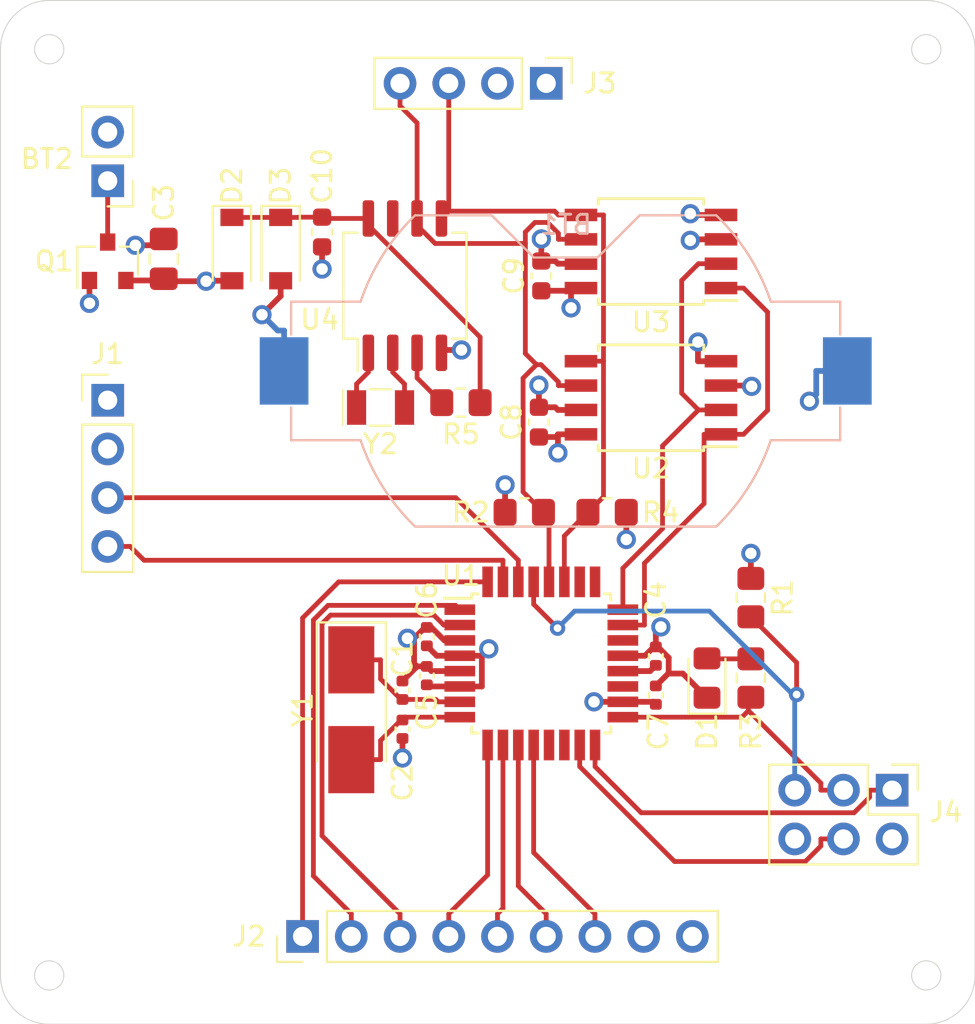
<source format=kicad_pcb>
(kicad_pcb (version 20171130) (host pcbnew "(5.1.9)-1")

  (general
    (thickness 1.6)
    (drawings 12)
    (tracks 269)
    (zones 0)
    (modules 31)
    (nets 37)
  )

  (page A4)
  (title_block
    (title "ATMEGA328 with RTC and Extended EEPROM")
    (date 2021-01-22)
    (rev 1)
    (company N/A)
    (comment 1 https://github.com/mhorne1)
  )

  (layers
    (0 F.Cu signal)
    (1 In1.Cu power)
    (2 In2.Cu power)
    (31 B.Cu mixed)
    (32 B.Adhes user)
    (33 F.Adhes user)
    (34 B.Paste user)
    (35 F.Paste user)
    (36 B.SilkS user)
    (37 F.SilkS user)
    (38 B.Mask user)
    (39 F.Mask user)
    (40 Dwgs.User user)
    (41 Cmts.User user)
    (42 Eco1.User user)
    (43 Eco2.User user)
    (44 Edge.Cuts user)
    (45 Margin user)
    (46 B.CrtYd user)
    (47 F.CrtYd user)
    (48 B.Fab user)
    (49 F.Fab user)
  )

  (setup
    (last_trace_width 0.25)
    (user_trace_width 0.25)
    (user_trace_width 0.3)
    (trace_clearance 0.2)
    (zone_clearance 0.508)
    (zone_45_only no)
    (trace_min 0.2)
    (via_size 0.8)
    (via_drill 0.4)
    (via_min_size 0.4)
    (via_min_drill 0.3)
    (user_via 0.8 0.4)
    (user_via 1 0.6)
    (uvia_size 0.3)
    (uvia_drill 0.1)
    (uvias_allowed no)
    (uvia_min_size 0.2)
    (uvia_min_drill 0.1)
    (edge_width 0.05)
    (segment_width 0.2)
    (pcb_text_width 0.3)
    (pcb_text_size 1.5 1.5)
    (mod_edge_width 0.12)
    (mod_text_size 1 1)
    (mod_text_width 0.15)
    (pad_size 1.524 1.524)
    (pad_drill 0.762)
    (pad_to_mask_clearance 0)
    (aux_axis_origin 0 0)
    (visible_elements 7FFFFFFF)
    (pcbplotparams
      (layerselection 0x010fc_ffffffff)
      (usegerberextensions false)
      (usegerberattributes true)
      (usegerberadvancedattributes true)
      (creategerberjobfile true)
      (excludeedgelayer true)
      (linewidth 0.100000)
      (plotframeref false)
      (viasonmask false)
      (mode 1)
      (useauxorigin false)
      (hpglpennumber 1)
      (hpglpenspeed 20)
      (hpglpendiameter 15.000000)
      (psnegative false)
      (psa4output false)
      (plotreference true)
      (plotvalue true)
      (plotinvisibletext false)
      (padsonsilk false)
      (subtractmaskfromsilk false)
      (outputformat 1)
      (mirror false)
      (drillshape 1)
      (scaleselection 1)
      (outputdirectory ""))
  )

  (net 0 "")
  (net 1 /Vcc)
  (net 2 GND)
  (net 3 "Net-(C4-Pad1)")
  (net 4 "Net-(D1-Pad2)")
  (net 5 "Net-(BT1-Pad1)")
  (net 6 /TX)
  (net 7 /RX)
  (net 8 /D2)
  (net 9 /D3)
  (net 10 /D4)
  (net 11 /D5)
  (net 12 /D6)
  (net 13 /D7)
  (net 14 /D8)
  (net 15 /SDA)
  (net 16 /SCL)
  (net 17 /MISO)
  (net 18 /SCK)
  (net 19 /MOSI)
  (net 20 /RESET)
  (net 21 "Net-(R5-Pad2)")
  (net 22 "Net-(U1-Pad13)")
  (net 23 "Net-(U1-Pad14)")
  (net 24 "Net-(U1-Pad19)")
  (net 25 "Net-(U1-Pad22)")
  (net 26 /ADDR1)
  (net 27 /ADDR2)
  (net 28 "Net-(U1-Pad25)")
  (net 29 "Net-(U1-Pad26)")
  (net 30 "Net-(U4-Pad7)")
  (net 31 /Vin)
  (net 32 /Vcc2)
  (net 33 /XTAL1)
  (net 34 /XTAL2)
  (net 35 /X2)
  (net 36 /X1)

  (net_class Default "This is the default net class."
    (clearance 0.2)
    (trace_width 0.25)
    (via_dia 0.8)
    (via_drill 0.4)
    (uvia_dia 0.3)
    (uvia_drill 0.1)
    (add_net /Vcc2)
    (add_net /Vin)
    (add_net /X1)
    (add_net /X2)
    (add_net /XTAL1)
    (add_net /XTAL2)
    (add_net "Net-(D1-Pad2)")
    (add_net "Net-(R5-Pad2)")
    (add_net "Net-(U1-Pad13)")
    (add_net "Net-(U1-Pad14)")
    (add_net "Net-(U1-Pad19)")
    (add_net "Net-(U1-Pad22)")
    (add_net "Net-(U1-Pad25)")
    (add_net "Net-(U1-Pad26)")
    (add_net "Net-(U4-Pad7)")
  )

  (net_class Power ""
    (clearance 0.2)
    (trace_width 0.3)
    (via_dia 1)
    (via_drill 0.6)
    (uvia_dia 0.3)
    (uvia_drill 0.1)
    (add_net /Vcc)
    (add_net GND)
    (add_net "Net-(BT1-Pad1)")
    (add_net "Net-(C4-Pad1)")
  )

  (net_class Signal ""
    (clearance 0.2)
    (trace_width 0.25)
    (via_dia 0.8)
    (via_drill 0.4)
    (uvia_dia 0.3)
    (uvia_drill 0.1)
    (add_net /ADDR1)
    (add_net /ADDR2)
    (add_net /D2)
    (add_net /D3)
    (add_net /D4)
    (add_net /D5)
    (add_net /D6)
    (add_net /D7)
    (add_net /D8)
    (add_net /MISO)
    (add_net /MOSI)
    (add_net /RESET)
    (add_net /RX)
    (add_net /SCK)
    (add_net /SCL)
    (add_net /SDA)
    (add_net /TX)
  )

  (module Battery:BatteryHolder_Keystone_1058_1x2032 (layer B.Cu) (tedit 589EE147) (tstamp 600D48A0)
    (at 156.464 108.204)
    (descr http://www.keyelco.com/product-pdf.cfm?p=14028)
    (tags "Keystone type 1058 coin cell retainer")
    (path /600D5613)
    (attr smd)
    (fp_text reference BT1 (at 0 -7.62) (layer B.SilkS)
      (effects (font (size 1 1) (thickness 0.15)) (justify mirror))
    )
    (fp_text value CR2032 (at 0 9.398) (layer B.Fab)
      (effects (font (size 1 1) (thickness 0.15)) (justify mirror))
    )
    (fp_circle (center 0 0) (end 10 0) (layer Dwgs.User) (width 0.15))
    (fp_line (start -7.8026 8) (end 7.8026 8) (layer B.Fab) (width 0.1))
    (fp_line (start -3.9 -8) (end -7.8026 -8) (layer B.Fab) (width 0.1))
    (fp_line (start -14.2 3.5) (end -14.2 1.9) (layer B.Fab) (width 0.1))
    (fp_line (start -14.2 3.5) (end -10.61275 3.5) (layer B.Fab) (width 0.1))
    (fp_line (start -1.7 -5.8) (end 1.7 -5.8) (layer B.Fab) (width 0.1))
    (fp_line (start -1.7 -5.8) (end -3.9 -8) (layer B.Fab) (width 0.1))
    (fp_line (start 1.7 -5.8) (end 3.9 -8) (layer B.Fab) (width 0.1))
    (fp_line (start 3.9 -8) (end 7.8026 -8) (layer B.Fab) (width 0.1))
    (fp_line (start -14.2 -3.5) (end -10.61275 -3.5) (layer B.Fab) (width 0.1))
    (fp_line (start -14.2 -1.9) (end -14.2 -3.5) (layer B.Fab) (width 0.1))
    (fp_line (start 14.2 3.5) (end 14.2 1.9) (layer B.Fab) (width 0.1))
    (fp_line (start 10.61275 3.5) (end 14.2 3.5) (layer B.Fab) (width 0.1))
    (fp_line (start 14.2 -3.5) (end 10.61275 -3.5) (layer B.Fab) (width 0.1))
    (fp_line (start 14.2 -1.9) (end 14.2 -3.5) (layer B.Fab) (width 0.1))
    (fp_line (start -14.31 3.61) (end -10.692 3.61) (layer B.SilkS) (width 0.12))
    (fp_line (start -14.31 1.9) (end -14.31 3.61) (layer B.SilkS) (width 0.12))
    (fp_line (start -7.8473 8.11) (end 7.8473 8.11) (layer B.SilkS) (width 0.12))
    (fp_line (start 14.31 1.9) (end 14.31 3.61) (layer B.SilkS) (width 0.12))
    (fp_line (start 10.692 3.61) (end 14.31 3.61) (layer B.SilkS) (width 0.12))
    (fp_line (start 14.31 -3.61) (end 10.692 -3.61) (layer B.SilkS) (width 0.12))
    (fp_line (start 14.31 -1.9) (end 14.31 -3.61) (layer B.SilkS) (width 0.12))
    (fp_line (start 7.8473 -8.11) (end 3.86 -8.11) (layer B.SilkS) (width 0.12))
    (fp_line (start 1.66 -5.91) (end 3.86 -8.11) (layer B.SilkS) (width 0.12))
    (fp_line (start 1.66 -5.91) (end -1.66 -5.91) (layer B.SilkS) (width 0.12))
    (fp_line (start -1.66 -5.91) (end -3.86 -8.11) (layer B.SilkS) (width 0.12))
    (fp_line (start -3.86 -8.11) (end -7.8473 -8.11) (layer B.SilkS) (width 0.12))
    (fp_line (start -10.692 -3.61) (end -14.31 -3.61) (layer B.SilkS) (width 0.12))
    (fp_line (start -14.31 -1.9) (end -14.31 -3.61) (layer B.SilkS) (width 0.12))
    (fp_line (start -16.45 -4.11) (end -11.06 -4.11) (layer B.CrtYd) (width 0.05))
    (fp_line (start -16.45 4.11) (end -16.45 -4.11) (layer B.CrtYd) (width 0.05))
    (fp_line (start -16.45 4.11) (end -11.06 4.11) (layer B.CrtYd) (width 0.05))
    (fp_line (start 16.45 4.11) (end 11.06 4.11) (layer B.CrtYd) (width 0.05))
    (fp_line (start 16.45 -4.11) (end 16.45 4.11) (layer B.CrtYd) (width 0.05))
    (fp_line (start 11.06 -4.11) (end 16.45 -4.11) (layer B.CrtYd) (width 0.05))
    (fp_text user %R (at 0 0) (layer B.Fab)
      (effects (font (size 1 1) (thickness 0.15)) (justify mirror))
    )
    (fp_arc (start 0 0) (end 11.06 -4.11) (angle -139.2) (layer B.CrtYd) (width 0.05))
    (fp_arc (start 0 0) (end -11.06 4.11) (angle -139.2) (layer B.CrtYd) (width 0.05))
    (fp_arc (start 0 0) (end -10.692 -3.61) (angle 27.3) (layer B.SilkS) (width 0.12))
    (fp_arc (start 0 0) (end 10.692 3.61) (angle 27.3) (layer B.SilkS) (width 0.12))
    (fp_arc (start 0 0) (end 10.692 -3.61) (angle -27.3) (layer B.SilkS) (width 0.12))
    (fp_arc (start 0 0) (end -10.692 3.61) (angle -27.3) (layer B.SilkS) (width 0.12))
    (fp_arc (start 0 0) (end -10.61275 -3.5) (angle 27.4635) (layer B.Fab) (width 0.1))
    (fp_arc (start 0 0) (end 10.61275 3.5) (angle 27.4635) (layer B.Fab) (width 0.1))
    (fp_arc (start 0 0) (end 10.61275 -3.5) (angle -27.4635) (layer B.Fab) (width 0.1))
    (fp_arc (start 0 0) (end -10.61275 3.5) (angle -27.4635) (layer B.Fab) (width 0.1))
    (pad 1 smd rect (at -14.68 0) (size 2.54 3.51) (layers B.Cu B.Paste B.Mask)
      (net 5 "Net-(BT1-Pad1)"))
    (pad 2 smd rect (at 14.68 0) (size 2.54 3.51) (layers B.Cu B.Paste B.Mask)
      (net 2 GND))
    (model ${KISYS3DMOD}/Battery.3dshapes/BatteryHolder_Keystone_1058_1x2032.wrl
      (at (xyz 0 0 0))
      (scale (xyz 1 1 1))
      (rotate (xyz 0 0 0))
    )
  )

  (module Connector_PinHeader_2.54mm:PinHeader_1x02_P2.54mm_Vertical (layer F.Cu) (tedit 59FED5CC) (tstamp 600D4843)
    (at 132.588 98.298 180)
    (descr "Through hole straight pin header, 1x02, 2.54mm pitch, single row")
    (tags "Through hole pin header THT 1x02 2.54mm single row")
    (path /60094422)
    (fp_text reference BT2 (at 3.175 1.143) (layer F.SilkS)
      (effects (font (size 1 1) (thickness 0.15)))
    )
    (fp_text value 3.3V (at 0 4.87) (layer F.Fab)
      (effects (font (size 1 1) (thickness 0.15)))
    )
    (fp_line (start 1.8 -1.8) (end -1.8 -1.8) (layer F.CrtYd) (width 0.05))
    (fp_line (start 1.8 4.35) (end 1.8 -1.8) (layer F.CrtYd) (width 0.05))
    (fp_line (start -1.8 4.35) (end 1.8 4.35) (layer F.CrtYd) (width 0.05))
    (fp_line (start -1.8 -1.8) (end -1.8 4.35) (layer F.CrtYd) (width 0.05))
    (fp_line (start -1.33 -1.33) (end 0 -1.33) (layer F.SilkS) (width 0.12))
    (fp_line (start -1.33 0) (end -1.33 -1.33) (layer F.SilkS) (width 0.12))
    (fp_line (start -1.33 1.27) (end 1.33 1.27) (layer F.SilkS) (width 0.12))
    (fp_line (start 1.33 1.27) (end 1.33 3.87) (layer F.SilkS) (width 0.12))
    (fp_line (start -1.33 1.27) (end -1.33 3.87) (layer F.SilkS) (width 0.12))
    (fp_line (start -1.33 3.87) (end 1.33 3.87) (layer F.SilkS) (width 0.12))
    (fp_line (start -1.27 -0.635) (end -0.635 -1.27) (layer F.Fab) (width 0.1))
    (fp_line (start -1.27 3.81) (end -1.27 -0.635) (layer F.Fab) (width 0.1))
    (fp_line (start 1.27 3.81) (end -1.27 3.81) (layer F.Fab) (width 0.1))
    (fp_line (start 1.27 -1.27) (end 1.27 3.81) (layer F.Fab) (width 0.1))
    (fp_line (start -0.635 -1.27) (end 1.27 -1.27) (layer F.Fab) (width 0.1))
    (fp_text user %R (at 0 1.27 90) (layer F.Fab)
      (effects (font (size 1 1) (thickness 0.15)))
    )
    (pad 2 thru_hole oval (at 0 2.54 180) (size 1.7 1.7) (drill 1) (layers *.Cu *.Mask)
      (net 2 GND))
    (pad 1 thru_hole rect (at 0 0 180) (size 1.7 1.7) (drill 1) (layers *.Cu *.Mask)
      (net 31 /Vin))
    (model ${KISYS3DMOD}/Connector_PinHeader_2.54mm.3dshapes/PinHeader_1x02_P2.54mm_Vertical.wrl
      (at (xyz 0 0 0))
      (scale (xyz 1 1 1))
      (rotate (xyz 0 0 0))
    )
  )

  (module Capacitor_SMD:C_0805_2012Metric_Pad1.18x1.45mm_HandSolder (layer F.Cu) (tedit 5F68FEEF) (tstamp 600D500F)
    (at 135.509 102.362 90)
    (descr "Capacitor SMD 0805 (2012 Metric), square (rectangular) end terminal, IPC_7351 nominal with elongated pad for handsoldering. (Body size source: IPC-SM-782 page 76, https://www.pcb-3d.com/wordpress/wp-content/uploads/ipc-sm-782a_amendment_1_and_2.pdf, https://docs.google.com/spreadsheets/d/1BsfQQcO9C6DZCsRaXUlFlo91Tg2WpOkGARC1WS5S8t0/edit?usp=sharing), generated with kicad-footprint-generator")
    (tags "capacitor handsolder")
    (path /60096B17)
    (attr smd)
    (fp_text reference C3 (at 2.921 0 90) (layer F.SilkS)
      (effects (font (size 1 1) (thickness 0.15)))
    )
    (fp_text value 10uF (at 0 1.68 90) (layer F.Fab)
      (effects (font (size 1 1) (thickness 0.15)))
    )
    (fp_line (start 1.88 0.98) (end -1.88 0.98) (layer F.CrtYd) (width 0.05))
    (fp_line (start 1.88 -0.98) (end 1.88 0.98) (layer F.CrtYd) (width 0.05))
    (fp_line (start -1.88 -0.98) (end 1.88 -0.98) (layer F.CrtYd) (width 0.05))
    (fp_line (start -1.88 0.98) (end -1.88 -0.98) (layer F.CrtYd) (width 0.05))
    (fp_line (start -0.261252 0.735) (end 0.261252 0.735) (layer F.SilkS) (width 0.12))
    (fp_line (start -0.261252 -0.735) (end 0.261252 -0.735) (layer F.SilkS) (width 0.12))
    (fp_line (start 1 0.625) (end -1 0.625) (layer F.Fab) (width 0.1))
    (fp_line (start 1 -0.625) (end 1 0.625) (layer F.Fab) (width 0.1))
    (fp_line (start -1 -0.625) (end 1 -0.625) (layer F.Fab) (width 0.1))
    (fp_line (start -1 0.625) (end -1 -0.625) (layer F.Fab) (width 0.1))
    (fp_text user %R (at 0 0 90) (layer F.Fab)
      (effects (font (size 0.5 0.5) (thickness 0.08)))
    )
    (pad 2 smd roundrect (at 1.0375 0 90) (size 1.175 1.45) (layers F.Cu F.Paste F.Mask) (roundrect_rratio 0.212766)
      (net 2 GND))
    (pad 1 smd roundrect (at -1.0375 0 90) (size 1.175 1.45) (layers F.Cu F.Paste F.Mask) (roundrect_rratio 0.212766)
      (net 1 /Vcc))
    (model ${KISYS3DMOD}/Capacitor_SMD.3dshapes/C_0805_2012Metric.wrl
      (at (xyz 0 0 0))
      (scale (xyz 1 1 1))
      (rotate (xyz 0 0 0))
    )
  )

  (module LED_SMD:LED_0805_2012Metric_Pad1.15x1.40mm_HandSolder (layer F.Cu) (tedit 5F68FEF1) (tstamp 600D4DB9)
    (at 163.83 124.206 90)
    (descr "LED SMD 0805 (2012 Metric), square (rectangular) end terminal, IPC_7351 nominal, (Body size source: https://docs.google.com/spreadsheets/d/1BsfQQcO9C6DZCsRaXUlFlo91Tg2WpOkGARC1WS5S8t0/edit?usp=sharing), generated with kicad-footprint-generator")
    (tags "LED handsolder")
    (path /60097236)
    (attr smd)
    (fp_text reference D1 (at -2.794 0 90) (layer F.SilkS)
      (effects (font (size 1 1) (thickness 0.15)))
    )
    (fp_text value LED (at 0 1.65 90) (layer F.Fab)
      (effects (font (size 1 1) (thickness 0.15)))
    )
    (fp_line (start 1.85 0.95) (end -1.85 0.95) (layer F.CrtYd) (width 0.05))
    (fp_line (start 1.85 -0.95) (end 1.85 0.95) (layer F.CrtYd) (width 0.05))
    (fp_line (start -1.85 -0.95) (end 1.85 -0.95) (layer F.CrtYd) (width 0.05))
    (fp_line (start -1.85 0.95) (end -1.85 -0.95) (layer F.CrtYd) (width 0.05))
    (fp_line (start -1.86 0.96) (end 1 0.96) (layer F.SilkS) (width 0.12))
    (fp_line (start -1.86 -0.96) (end -1.86 0.96) (layer F.SilkS) (width 0.12))
    (fp_line (start 1 -0.96) (end -1.86 -0.96) (layer F.SilkS) (width 0.12))
    (fp_line (start 1 0.6) (end 1 -0.6) (layer F.Fab) (width 0.1))
    (fp_line (start -1 0.6) (end 1 0.6) (layer F.Fab) (width 0.1))
    (fp_line (start -1 -0.3) (end -1 0.6) (layer F.Fab) (width 0.1))
    (fp_line (start -0.7 -0.6) (end -1 -0.3) (layer F.Fab) (width 0.1))
    (fp_line (start 1 -0.6) (end -0.7 -0.6) (layer F.Fab) (width 0.1))
    (fp_text user %R (at 0 0 90) (layer F.Fab)
      (effects (font (size 0.5 0.5) (thickness 0.08)))
    )
    (pad 2 smd roundrect (at 1.025 0 90) (size 1.15 1.4) (layers F.Cu F.Paste F.Mask) (roundrect_rratio 0.217391)
      (net 4 "Net-(D1-Pad2)"))
    (pad 1 smd roundrect (at -1.025 0 90) (size 1.15 1.4) (layers F.Cu F.Paste F.Mask) (roundrect_rratio 0.217391)
      (net 2 GND))
    (model ${KISYS3DMOD}/LED_SMD.3dshapes/LED_0805_2012Metric.wrl
      (at (xyz 0 0 0))
      (scale (xyz 1 1 1))
      (rotate (xyz 0 0 0))
    )
  )

  (module Diode_SMD:D_SOD-123 (layer F.Cu) (tedit 58645DC7) (tstamp 600D4D77)
    (at 139.065 101.854 270)
    (descr SOD-123)
    (tags SOD-123)
    (path /600AFB22)
    (attr smd)
    (fp_text reference D2 (at -3.302 0 90) (layer F.SilkS)
      (effects (font (size 1 1) (thickness 0.15)))
    )
    (fp_text value MBR0520LT (at 0 2.1 90) (layer F.Fab)
      (effects (font (size 1 1) (thickness 0.15)))
    )
    (fp_line (start -2.25 -1) (end -2.25 1) (layer F.SilkS) (width 0.12))
    (fp_line (start 0.25 0) (end 0.75 0) (layer F.Fab) (width 0.1))
    (fp_line (start 0.25 0.4) (end -0.35 0) (layer F.Fab) (width 0.1))
    (fp_line (start 0.25 -0.4) (end 0.25 0.4) (layer F.Fab) (width 0.1))
    (fp_line (start -0.35 0) (end 0.25 -0.4) (layer F.Fab) (width 0.1))
    (fp_line (start -0.35 0) (end -0.35 0.55) (layer F.Fab) (width 0.1))
    (fp_line (start -0.35 0) (end -0.35 -0.55) (layer F.Fab) (width 0.1))
    (fp_line (start -0.75 0) (end -0.35 0) (layer F.Fab) (width 0.1))
    (fp_line (start -1.4 0.9) (end -1.4 -0.9) (layer F.Fab) (width 0.1))
    (fp_line (start 1.4 0.9) (end -1.4 0.9) (layer F.Fab) (width 0.1))
    (fp_line (start 1.4 -0.9) (end 1.4 0.9) (layer F.Fab) (width 0.1))
    (fp_line (start -1.4 -0.9) (end 1.4 -0.9) (layer F.Fab) (width 0.1))
    (fp_line (start -2.35 -1.15) (end 2.35 -1.15) (layer F.CrtYd) (width 0.05))
    (fp_line (start 2.35 -1.15) (end 2.35 1.15) (layer F.CrtYd) (width 0.05))
    (fp_line (start 2.35 1.15) (end -2.35 1.15) (layer F.CrtYd) (width 0.05))
    (fp_line (start -2.35 -1.15) (end -2.35 1.15) (layer F.CrtYd) (width 0.05))
    (fp_line (start -2.25 1) (end 1.65 1) (layer F.SilkS) (width 0.12))
    (fp_line (start -2.25 -1) (end 1.65 -1) (layer F.SilkS) (width 0.12))
    (fp_text user %R (at 0 -2 90) (layer F.Fab)
      (effects (font (size 1 1) (thickness 0.15)))
    )
    (pad 1 smd rect (at -1.65 0 270) (size 0.9 1.2) (layers F.Cu F.Paste F.Mask)
      (net 32 /Vcc2))
    (pad 2 smd rect (at 1.65 0 270) (size 0.9 1.2) (layers F.Cu F.Paste F.Mask)
      (net 1 /Vcc))
    (model ${KISYS3DMOD}/Diode_SMD.3dshapes/D_SOD-123.wrl
      (at (xyz 0 0 0))
      (scale (xyz 1 1 1))
      (rotate (xyz 0 0 0))
    )
  )

  (module Diode_SMD:D_SOD-123 (layer F.Cu) (tedit 58645DC7) (tstamp 600D4D2F)
    (at 141.605 101.854 270)
    (descr SOD-123)
    (tags SOD-123)
    (path /600C40F8)
    (attr smd)
    (fp_text reference D3 (at -3.302 0 90) (layer F.SilkS)
      (effects (font (size 1 1) (thickness 0.15)))
    )
    (fp_text value MBR0520LT (at 0 2.1 90) (layer F.Fab)
      (effects (font (size 1 1) (thickness 0.15)))
    )
    (fp_line (start -2.25 -1) (end 1.65 -1) (layer F.SilkS) (width 0.12))
    (fp_line (start -2.25 1) (end 1.65 1) (layer F.SilkS) (width 0.12))
    (fp_line (start -2.35 -1.15) (end -2.35 1.15) (layer F.CrtYd) (width 0.05))
    (fp_line (start 2.35 1.15) (end -2.35 1.15) (layer F.CrtYd) (width 0.05))
    (fp_line (start 2.35 -1.15) (end 2.35 1.15) (layer F.CrtYd) (width 0.05))
    (fp_line (start -2.35 -1.15) (end 2.35 -1.15) (layer F.CrtYd) (width 0.05))
    (fp_line (start -1.4 -0.9) (end 1.4 -0.9) (layer F.Fab) (width 0.1))
    (fp_line (start 1.4 -0.9) (end 1.4 0.9) (layer F.Fab) (width 0.1))
    (fp_line (start 1.4 0.9) (end -1.4 0.9) (layer F.Fab) (width 0.1))
    (fp_line (start -1.4 0.9) (end -1.4 -0.9) (layer F.Fab) (width 0.1))
    (fp_line (start -0.75 0) (end -0.35 0) (layer F.Fab) (width 0.1))
    (fp_line (start -0.35 0) (end -0.35 -0.55) (layer F.Fab) (width 0.1))
    (fp_line (start -0.35 0) (end -0.35 0.55) (layer F.Fab) (width 0.1))
    (fp_line (start -0.35 0) (end 0.25 -0.4) (layer F.Fab) (width 0.1))
    (fp_line (start 0.25 -0.4) (end 0.25 0.4) (layer F.Fab) (width 0.1))
    (fp_line (start 0.25 0.4) (end -0.35 0) (layer F.Fab) (width 0.1))
    (fp_line (start 0.25 0) (end 0.75 0) (layer F.Fab) (width 0.1))
    (fp_line (start -2.25 -1) (end -2.25 1) (layer F.SilkS) (width 0.12))
    (fp_text user %R (at 0 -2 90) (layer F.Fab)
      (effects (font (size 1 1) (thickness 0.15)))
    )
    (pad 2 smd rect (at 1.65 0 270) (size 0.9 1.2) (layers F.Cu F.Paste F.Mask)
      (net 5 "Net-(BT1-Pad1)"))
    (pad 1 smd rect (at -1.65 0 270) (size 0.9 1.2) (layers F.Cu F.Paste F.Mask)
      (net 32 /Vcc2))
    (model ${KISYS3DMOD}/Diode_SMD.3dshapes/D_SOD-123.wrl
      (at (xyz 0 0 0))
      (scale (xyz 1 1 1))
      (rotate (xyz 0 0 0))
    )
  )

  (module Connector_PinHeader_2.54mm:PinHeader_1x04_P2.54mm_Vertical (layer F.Cu) (tedit 59FED5CC) (tstamp 600D4CE9)
    (at 132.588 109.728)
    (descr "Through hole straight pin header, 1x04, 2.54mm pitch, single row")
    (tags "Through hole pin header THT 1x04 2.54mm single row")
    (path /6009EB5D/600A46E8)
    (fp_text reference J1 (at 0 -2.413) (layer F.SilkS)
      (effects (font (size 1 1) (thickness 0.15)))
    )
    (fp_text value Serial (at 0 9.95) (layer F.Fab)
      (effects (font (size 1 1) (thickness 0.15)))
    )
    (fp_line (start -0.635 -1.27) (end 1.27 -1.27) (layer F.Fab) (width 0.1))
    (fp_line (start 1.27 -1.27) (end 1.27 8.89) (layer F.Fab) (width 0.1))
    (fp_line (start 1.27 8.89) (end -1.27 8.89) (layer F.Fab) (width 0.1))
    (fp_line (start -1.27 8.89) (end -1.27 -0.635) (layer F.Fab) (width 0.1))
    (fp_line (start -1.27 -0.635) (end -0.635 -1.27) (layer F.Fab) (width 0.1))
    (fp_line (start -1.33 8.95) (end 1.33 8.95) (layer F.SilkS) (width 0.12))
    (fp_line (start -1.33 1.27) (end -1.33 8.95) (layer F.SilkS) (width 0.12))
    (fp_line (start 1.33 1.27) (end 1.33 8.95) (layer F.SilkS) (width 0.12))
    (fp_line (start -1.33 1.27) (end 1.33 1.27) (layer F.SilkS) (width 0.12))
    (fp_line (start -1.33 0) (end -1.33 -1.33) (layer F.SilkS) (width 0.12))
    (fp_line (start -1.33 -1.33) (end 0 -1.33) (layer F.SilkS) (width 0.12))
    (fp_line (start -1.8 -1.8) (end -1.8 9.4) (layer F.CrtYd) (width 0.05))
    (fp_line (start -1.8 9.4) (end 1.8 9.4) (layer F.CrtYd) (width 0.05))
    (fp_line (start 1.8 9.4) (end 1.8 -1.8) (layer F.CrtYd) (width 0.05))
    (fp_line (start 1.8 -1.8) (end -1.8 -1.8) (layer F.CrtYd) (width 0.05))
    (fp_text user %R (at 0 3.81 90) (layer F.Fab)
      (effects (font (size 1 1) (thickness 0.15)))
    )
    (pad 1 thru_hole rect (at 0 0) (size 1.7 1.7) (drill 1) (layers *.Cu *.Mask)
      (net 2 GND))
    (pad 2 thru_hole oval (at 0 2.54) (size 1.7 1.7) (drill 1) (layers *.Cu *.Mask)
      (net 1 /Vcc))
    (pad 3 thru_hole oval (at 0 5.08) (size 1.7 1.7) (drill 1) (layers *.Cu *.Mask)
      (net 7 /RX))
    (pad 4 thru_hole oval (at 0 7.62) (size 1.7 1.7) (drill 1) (layers *.Cu *.Mask)
      (net 6 /TX))
    (model ${KISYS3DMOD}/Connector_PinHeader_2.54mm.3dshapes/PinHeader_1x04_P2.54mm_Vertical.wrl
      (at (xyz 0 0 0))
      (scale (xyz 1 1 1))
      (rotate (xyz 0 0 0))
    )
  )

  (module Connector_PinHeader_2.54mm:PinHeader_1x09_P2.54mm_Vertical (layer F.Cu) (tedit 59FED5CC) (tstamp 600D4C9A)
    (at 142.748 137.668 90)
    (descr "Through hole straight pin header, 1x09, 2.54mm pitch, single row")
    (tags "Through hole pin header THT 1x09 2.54mm single row")
    (path /6009EB5D/600A0191)
    (fp_text reference J2 (at 0 -2.794 180) (layer F.SilkS)
      (effects (font (size 1 1) (thickness 0.15)))
    )
    (fp_text value "Digital Pins" (at 0 22.65 90) (layer F.Fab)
      (effects (font (size 1 1) (thickness 0.15)))
    )
    (fp_line (start 1.8 -1.8) (end -1.8 -1.8) (layer F.CrtYd) (width 0.05))
    (fp_line (start 1.8 22.1) (end 1.8 -1.8) (layer F.CrtYd) (width 0.05))
    (fp_line (start -1.8 22.1) (end 1.8 22.1) (layer F.CrtYd) (width 0.05))
    (fp_line (start -1.8 -1.8) (end -1.8 22.1) (layer F.CrtYd) (width 0.05))
    (fp_line (start -1.33 -1.33) (end 0 -1.33) (layer F.SilkS) (width 0.12))
    (fp_line (start -1.33 0) (end -1.33 -1.33) (layer F.SilkS) (width 0.12))
    (fp_line (start -1.33 1.27) (end 1.33 1.27) (layer F.SilkS) (width 0.12))
    (fp_line (start 1.33 1.27) (end 1.33 21.65) (layer F.SilkS) (width 0.12))
    (fp_line (start -1.33 1.27) (end -1.33 21.65) (layer F.SilkS) (width 0.12))
    (fp_line (start -1.33 21.65) (end 1.33 21.65) (layer F.SilkS) (width 0.12))
    (fp_line (start -1.27 -0.635) (end -0.635 -1.27) (layer F.Fab) (width 0.1))
    (fp_line (start -1.27 21.59) (end -1.27 -0.635) (layer F.Fab) (width 0.1))
    (fp_line (start 1.27 21.59) (end -1.27 21.59) (layer F.Fab) (width 0.1))
    (fp_line (start 1.27 -1.27) (end 1.27 21.59) (layer F.Fab) (width 0.1))
    (fp_line (start -0.635 -1.27) (end 1.27 -1.27) (layer F.Fab) (width 0.1))
    (fp_text user %R (at 0 10.16) (layer F.Fab)
      (effects (font (size 1 1) (thickness 0.15)))
    )
    (pad 9 thru_hole oval (at 0 20.32 90) (size 1.7 1.7) (drill 1) (layers *.Cu *.Mask)
      (net 1 /Vcc))
    (pad 8 thru_hole oval (at 0 17.78 90) (size 1.7 1.7) (drill 1) (layers *.Cu *.Mask)
      (net 2 GND))
    (pad 7 thru_hole oval (at 0 15.24 90) (size 1.7 1.7) (drill 1) (layers *.Cu *.Mask)
      (net 14 /D8))
    (pad 6 thru_hole oval (at 0 12.7 90) (size 1.7 1.7) (drill 1) (layers *.Cu *.Mask)
      (net 13 /D7))
    (pad 5 thru_hole oval (at 0 10.16 90) (size 1.7 1.7) (drill 1) (layers *.Cu *.Mask)
      (net 12 /D6))
    (pad 4 thru_hole oval (at 0 7.62 90) (size 1.7 1.7) (drill 1) (layers *.Cu *.Mask)
      (net 11 /D5))
    (pad 3 thru_hole oval (at 0 5.08 90) (size 1.7 1.7) (drill 1) (layers *.Cu *.Mask)
      (net 10 /D4))
    (pad 2 thru_hole oval (at 0 2.54 90) (size 1.7 1.7) (drill 1) (layers *.Cu *.Mask)
      (net 9 /D3))
    (pad 1 thru_hole rect (at 0 0 90) (size 1.7 1.7) (drill 1) (layers *.Cu *.Mask)
      (net 8 /D2))
    (model ${KISYS3DMOD}/Connector_PinHeader_2.54mm.3dshapes/PinHeader_1x09_P2.54mm_Vertical.wrl
      (at (xyz 0 0 0))
      (scale (xyz 1 1 1))
      (rotate (xyz 0 0 0))
    )
  )

  (module Connector_PinHeader_2.54mm:PinHeader_1x04_P2.54mm_Vertical (layer F.Cu) (tedit 59FED5CC) (tstamp 600D4C50)
    (at 155.448 93.218 270)
    (descr "Through hole straight pin header, 1x04, 2.54mm pitch, single row")
    (tags "Through hole pin header THT 1x04 2.54mm single row")
    (path /6009EB5D/600A1639)
    (fp_text reference J3 (at 0 -2.794 180) (layer F.SilkS)
      (effects (font (size 1 1) (thickness 0.15)))
    )
    (fp_text value I2C (at 0 9.95 90) (layer F.Fab)
      (effects (font (size 1 1) (thickness 0.15)))
    )
    (fp_line (start 1.8 -1.8) (end -1.8 -1.8) (layer F.CrtYd) (width 0.05))
    (fp_line (start 1.8 9.4) (end 1.8 -1.8) (layer F.CrtYd) (width 0.05))
    (fp_line (start -1.8 9.4) (end 1.8 9.4) (layer F.CrtYd) (width 0.05))
    (fp_line (start -1.8 -1.8) (end -1.8 9.4) (layer F.CrtYd) (width 0.05))
    (fp_line (start -1.33 -1.33) (end 0 -1.33) (layer F.SilkS) (width 0.12))
    (fp_line (start -1.33 0) (end -1.33 -1.33) (layer F.SilkS) (width 0.12))
    (fp_line (start -1.33 1.27) (end 1.33 1.27) (layer F.SilkS) (width 0.12))
    (fp_line (start 1.33 1.27) (end 1.33 8.95) (layer F.SilkS) (width 0.12))
    (fp_line (start -1.33 1.27) (end -1.33 8.95) (layer F.SilkS) (width 0.12))
    (fp_line (start -1.33 8.95) (end 1.33 8.95) (layer F.SilkS) (width 0.12))
    (fp_line (start -1.27 -0.635) (end -0.635 -1.27) (layer F.Fab) (width 0.1))
    (fp_line (start -1.27 8.89) (end -1.27 -0.635) (layer F.Fab) (width 0.1))
    (fp_line (start 1.27 8.89) (end -1.27 8.89) (layer F.Fab) (width 0.1))
    (fp_line (start 1.27 -1.27) (end 1.27 8.89) (layer F.Fab) (width 0.1))
    (fp_line (start -0.635 -1.27) (end 1.27 -1.27) (layer F.Fab) (width 0.1))
    (fp_text user %R (at 0 3.81) (layer F.Fab)
      (effects (font (size 1 1) (thickness 0.15)))
    )
    (pad 4 thru_hole oval (at 0 7.62 270) (size 1.7 1.7) (drill 1) (layers *.Cu *.Mask)
      (net 16 /SCL))
    (pad 3 thru_hole oval (at 0 5.08 270) (size 1.7 1.7) (drill 1) (layers *.Cu *.Mask)
      (net 15 /SDA))
    (pad 2 thru_hole oval (at 0 2.54 270) (size 1.7 1.7) (drill 1) (layers *.Cu *.Mask)
      (net 1 /Vcc))
    (pad 1 thru_hole rect (at 0 0 270) (size 1.7 1.7) (drill 1) (layers *.Cu *.Mask)
      (net 2 GND))
    (model ${KISYS3DMOD}/Connector_PinHeader_2.54mm.3dshapes/PinHeader_1x04_P2.54mm_Vertical.wrl
      (at (xyz 0 0 0))
      (scale (xyz 1 1 1))
      (rotate (xyz 0 0 0))
    )
  )

  (module Connector_PinHeader_2.54mm:PinHeader_2x03_P2.54mm_Vertical (layer F.Cu) (tedit 59FED5CC) (tstamp 600D4C03)
    (at 173.482 130.048 270)
    (descr "Through hole straight pin header, 2x03, 2.54mm pitch, double rows")
    (tags "Through hole pin header THT 2x03 2.54mm double row")
    (path /6009EB5D/600A23CE)
    (fp_text reference J4 (at 1.143 -2.794 180) (layer F.SilkS)
      (effects (font (size 1 1) (thickness 0.15)))
    )
    (fp_text value ICSP (at 1.27 7.41 90) (layer F.Fab)
      (effects (font (size 1 1) (thickness 0.15)))
    )
    (fp_line (start 4.35 -1.8) (end -1.8 -1.8) (layer F.CrtYd) (width 0.05))
    (fp_line (start 4.35 6.85) (end 4.35 -1.8) (layer F.CrtYd) (width 0.05))
    (fp_line (start -1.8 6.85) (end 4.35 6.85) (layer F.CrtYd) (width 0.05))
    (fp_line (start -1.8 -1.8) (end -1.8 6.85) (layer F.CrtYd) (width 0.05))
    (fp_line (start -1.33 -1.33) (end 0 -1.33) (layer F.SilkS) (width 0.12))
    (fp_line (start -1.33 0) (end -1.33 -1.33) (layer F.SilkS) (width 0.12))
    (fp_line (start 1.27 -1.33) (end 3.87 -1.33) (layer F.SilkS) (width 0.12))
    (fp_line (start 1.27 1.27) (end 1.27 -1.33) (layer F.SilkS) (width 0.12))
    (fp_line (start -1.33 1.27) (end 1.27 1.27) (layer F.SilkS) (width 0.12))
    (fp_line (start 3.87 -1.33) (end 3.87 6.41) (layer F.SilkS) (width 0.12))
    (fp_line (start -1.33 1.27) (end -1.33 6.41) (layer F.SilkS) (width 0.12))
    (fp_line (start -1.33 6.41) (end 3.87 6.41) (layer F.SilkS) (width 0.12))
    (fp_line (start -1.27 0) (end 0 -1.27) (layer F.Fab) (width 0.1))
    (fp_line (start -1.27 6.35) (end -1.27 0) (layer F.Fab) (width 0.1))
    (fp_line (start 3.81 6.35) (end -1.27 6.35) (layer F.Fab) (width 0.1))
    (fp_line (start 3.81 -1.27) (end 3.81 6.35) (layer F.Fab) (width 0.1))
    (fp_line (start 0 -1.27) (end 3.81 -1.27) (layer F.Fab) (width 0.1))
    (fp_text user %R (at 1.27 2.54) (layer F.Fab)
      (effects (font (size 1 1) (thickness 0.15)))
    )
    (pad 6 thru_hole oval (at 2.54 5.08 270) (size 1.7 1.7) (drill 1) (layers *.Cu *.Mask)
      (net 2 GND))
    (pad 5 thru_hole oval (at 0 5.08 270) (size 1.7 1.7) (drill 1) (layers *.Cu *.Mask)
      (net 20 /RESET))
    (pad 4 thru_hole oval (at 2.54 2.54 270) (size 1.7 1.7) (drill 1) (layers *.Cu *.Mask)
      (net 19 /MOSI))
    (pad 3 thru_hole oval (at 0 2.54 270) (size 1.7 1.7) (drill 1) (layers *.Cu *.Mask)
      (net 18 /SCK))
    (pad 2 thru_hole oval (at 2.54 0 270) (size 1.7 1.7) (drill 1) (layers *.Cu *.Mask)
      (net 1 /Vcc))
    (pad 1 thru_hole rect (at 0 0 270) (size 1.7 1.7) (drill 1) (layers *.Cu *.Mask)
      (net 17 /MISO))
    (model ${KISYS3DMOD}/Connector_PinHeader_2.54mm.3dshapes/PinHeader_2x03_P2.54mm_Vertical.wrl
      (at (xyz 0 0 0))
      (scale (xyz 1 1 1))
      (rotate (xyz 0 0 0))
    )
  )

  (module Resistor_SMD:R_0805_2012Metric_Pad1.20x1.40mm_HandSolder (layer F.Cu) (tedit 5F68FEEE) (tstamp 600D4BC8)
    (at 166.116 120.015 270)
    (descr "Resistor SMD 0805 (2012 Metric), square (rectangular) end terminal, IPC_7351 nominal with elongated pad for handsoldering. (Body size source: IPC-SM-782 page 72, https://www.pcb-3d.com/wordpress/wp-content/uploads/ipc-sm-782a_amendment_1_and_2.pdf), generated with kicad-footprint-generator")
    (tags "resistor handsolder")
    (path /600983F5)
    (attr smd)
    (fp_text reference R1 (at 0 -1.65 90) (layer F.SilkS)
      (effects (font (size 1 1) (thickness 0.15)))
    )
    (fp_text value 10k (at 0 1.65 90) (layer F.Fab)
      (effects (font (size 1 1) (thickness 0.15)))
    )
    (fp_line (start -1 0.625) (end -1 -0.625) (layer F.Fab) (width 0.1))
    (fp_line (start -1 -0.625) (end 1 -0.625) (layer F.Fab) (width 0.1))
    (fp_line (start 1 -0.625) (end 1 0.625) (layer F.Fab) (width 0.1))
    (fp_line (start 1 0.625) (end -1 0.625) (layer F.Fab) (width 0.1))
    (fp_line (start -0.227064 -0.735) (end 0.227064 -0.735) (layer F.SilkS) (width 0.12))
    (fp_line (start -0.227064 0.735) (end 0.227064 0.735) (layer F.SilkS) (width 0.12))
    (fp_line (start -1.85 0.95) (end -1.85 -0.95) (layer F.CrtYd) (width 0.05))
    (fp_line (start -1.85 -0.95) (end 1.85 -0.95) (layer F.CrtYd) (width 0.05))
    (fp_line (start 1.85 -0.95) (end 1.85 0.95) (layer F.CrtYd) (width 0.05))
    (fp_line (start 1.85 0.95) (end -1.85 0.95) (layer F.CrtYd) (width 0.05))
    (fp_text user %R (at 0 0 90) (layer F.Fab)
      (effects (font (size 0.5 0.5) (thickness 0.08)))
    )
    (pad 1 smd roundrect (at -1 0 270) (size 1.2 1.4) (layers F.Cu F.Paste F.Mask) (roundrect_rratio 0.208333)
      (net 1 /Vcc))
    (pad 2 smd roundrect (at 1 0 270) (size 1.2 1.4) (layers F.Cu F.Paste F.Mask) (roundrect_rratio 0.208333)
      (net 20 /RESET))
    (model ${KISYS3DMOD}/Resistor_SMD.3dshapes/R_0805_2012Metric.wrl
      (at (xyz 0 0 0))
      (scale (xyz 1 1 1))
      (rotate (xyz 0 0 0))
    )
  )

  (module Resistor_SMD:R_0805_2012Metric_Pad1.20x1.40mm_HandSolder (layer F.Cu) (tedit 5F68FEEE) (tstamp 600D4B98)
    (at 154.305 115.57)
    (descr "Resistor SMD 0805 (2012 Metric), square (rectangular) end terminal, IPC_7351 nominal with elongated pad for handsoldering. (Body size source: IPC-SM-782 page 72, https://www.pcb-3d.com/wordpress/wp-content/uploads/ipc-sm-782a_amendment_1_and_2.pdf), generated with kicad-footprint-generator")
    (tags "resistor handsolder")
    (path /60097C6C)
    (attr smd)
    (fp_text reference R2 (at -2.794 0) (layer F.SilkS)
      (effects (font (size 1 1) (thickness 0.15)))
    )
    (fp_text value 2.2k (at 0 1.65) (layer F.Fab)
      (effects (font (size 1 1) (thickness 0.15)))
    )
    (fp_line (start 1.85 0.95) (end -1.85 0.95) (layer F.CrtYd) (width 0.05))
    (fp_line (start 1.85 -0.95) (end 1.85 0.95) (layer F.CrtYd) (width 0.05))
    (fp_line (start -1.85 -0.95) (end 1.85 -0.95) (layer F.CrtYd) (width 0.05))
    (fp_line (start -1.85 0.95) (end -1.85 -0.95) (layer F.CrtYd) (width 0.05))
    (fp_line (start -0.227064 0.735) (end 0.227064 0.735) (layer F.SilkS) (width 0.12))
    (fp_line (start -0.227064 -0.735) (end 0.227064 -0.735) (layer F.SilkS) (width 0.12))
    (fp_line (start 1 0.625) (end -1 0.625) (layer F.Fab) (width 0.1))
    (fp_line (start 1 -0.625) (end 1 0.625) (layer F.Fab) (width 0.1))
    (fp_line (start -1 -0.625) (end 1 -0.625) (layer F.Fab) (width 0.1))
    (fp_line (start -1 0.625) (end -1 -0.625) (layer F.Fab) (width 0.1))
    (fp_text user %R (at 0 0) (layer F.Fab)
      (effects (font (size 0.5 0.5) (thickness 0.08)))
    )
    (pad 2 smd roundrect (at 1 0) (size 1.2 1.4) (layers F.Cu F.Paste F.Mask) (roundrect_rratio 0.208333)
      (net 16 /SCL))
    (pad 1 smd roundrect (at -1 0) (size 1.2 1.4) (layers F.Cu F.Paste F.Mask) (roundrect_rratio 0.208333)
      (net 1 /Vcc))
    (model ${KISYS3DMOD}/Resistor_SMD.3dshapes/R_0805_2012Metric.wrl
      (at (xyz 0 0 0))
      (scale (xyz 1 1 1))
      (rotate (xyz 0 0 0))
    )
  )

  (module Resistor_SMD:R_0805_2012Metric_Pad1.20x1.40mm_HandSolder (layer F.Cu) (tedit 5F68FEEE) (tstamp 600D4B68)
    (at 166.116 124.206 90)
    (descr "Resistor SMD 0805 (2012 Metric), square (rectangular) end terminal, IPC_7351 nominal with elongated pad for handsoldering. (Body size source: IPC-SM-782 page 72, https://www.pcb-3d.com/wordpress/wp-content/uploads/ipc-sm-782a_amendment_1_and_2.pdf), generated with kicad-footprint-generator")
    (tags "resistor handsolder")
    (path /6024B1F3)
    (attr smd)
    (fp_text reference R3 (at -2.794 0 90) (layer F.SilkS)
      (effects (font (size 1 1) (thickness 0.15)))
    )
    (fp_text value 330 (at 0 1.65 90) (layer F.Fab)
      (effects (font (size 1 1) (thickness 0.15)))
    )
    (fp_line (start 1.85 0.95) (end -1.85 0.95) (layer F.CrtYd) (width 0.05))
    (fp_line (start 1.85 -0.95) (end 1.85 0.95) (layer F.CrtYd) (width 0.05))
    (fp_line (start -1.85 -0.95) (end 1.85 -0.95) (layer F.CrtYd) (width 0.05))
    (fp_line (start -1.85 0.95) (end -1.85 -0.95) (layer F.CrtYd) (width 0.05))
    (fp_line (start -0.227064 0.735) (end 0.227064 0.735) (layer F.SilkS) (width 0.12))
    (fp_line (start -0.227064 -0.735) (end 0.227064 -0.735) (layer F.SilkS) (width 0.12))
    (fp_line (start 1 0.625) (end -1 0.625) (layer F.Fab) (width 0.1))
    (fp_line (start 1 -0.625) (end 1 0.625) (layer F.Fab) (width 0.1))
    (fp_line (start -1 -0.625) (end 1 -0.625) (layer F.Fab) (width 0.1))
    (fp_line (start -1 0.625) (end -1 -0.625) (layer F.Fab) (width 0.1))
    (fp_text user %R (at 0 0 90) (layer F.Fab)
      (effects (font (size 0.5 0.5) (thickness 0.08)))
    )
    (pad 2 smd roundrect (at 1 0 90) (size 1.2 1.4) (layers F.Cu F.Paste F.Mask) (roundrect_rratio 0.208333)
      (net 4 "Net-(D1-Pad2)"))
    (pad 1 smd roundrect (at -1 0 90) (size 1.2 1.4) (layers F.Cu F.Paste F.Mask) (roundrect_rratio 0.208333)
      (net 18 /SCK))
    (model ${KISYS3DMOD}/Resistor_SMD.3dshapes/R_0805_2012Metric.wrl
      (at (xyz 0 0 0))
      (scale (xyz 1 1 1))
      (rotate (xyz 0 0 0))
    )
  )

  (module Resistor_SMD:R_0805_2012Metric_Pad1.20x1.40mm_HandSolder (layer F.Cu) (tedit 5F68FEEE) (tstamp 600D4B38)
    (at 158.623 115.57 180)
    (descr "Resistor SMD 0805 (2012 Metric), square (rectangular) end terminal, IPC_7351 nominal with elongated pad for handsoldering. (Body size source: IPC-SM-782 page 72, https://www.pcb-3d.com/wordpress/wp-content/uploads/ipc-sm-782a_amendment_1_and_2.pdf), generated with kicad-footprint-generator")
    (tags "resistor handsolder")
    (path /6024A4AB)
    (attr smd)
    (fp_text reference R4 (at -2.794 0) (layer F.SilkS)
      (effects (font (size 1 1) (thickness 0.15)))
    )
    (fp_text value 2.2k (at 0 1.65) (layer F.Fab)
      (effects (font (size 1 1) (thickness 0.15)))
    )
    (fp_line (start 1.85 0.95) (end -1.85 0.95) (layer F.CrtYd) (width 0.05))
    (fp_line (start 1.85 -0.95) (end 1.85 0.95) (layer F.CrtYd) (width 0.05))
    (fp_line (start -1.85 -0.95) (end 1.85 -0.95) (layer F.CrtYd) (width 0.05))
    (fp_line (start -1.85 0.95) (end -1.85 -0.95) (layer F.CrtYd) (width 0.05))
    (fp_line (start -0.227064 0.735) (end 0.227064 0.735) (layer F.SilkS) (width 0.12))
    (fp_line (start -0.227064 -0.735) (end 0.227064 -0.735) (layer F.SilkS) (width 0.12))
    (fp_line (start 1 0.625) (end -1 0.625) (layer F.Fab) (width 0.1))
    (fp_line (start 1 -0.625) (end 1 0.625) (layer F.Fab) (width 0.1))
    (fp_line (start -1 -0.625) (end 1 -0.625) (layer F.Fab) (width 0.1))
    (fp_line (start -1 0.625) (end -1 -0.625) (layer F.Fab) (width 0.1))
    (fp_text user %R (at 0 0) (layer F.Fab)
      (effects (font (size 0.5 0.5) (thickness 0.08)))
    )
    (pad 2 smd roundrect (at 1 0 180) (size 1.2 1.4) (layers F.Cu F.Paste F.Mask) (roundrect_rratio 0.208333)
      (net 15 /SDA))
    (pad 1 smd roundrect (at -1 0 180) (size 1.2 1.4) (layers F.Cu F.Paste F.Mask) (roundrect_rratio 0.208333)
      (net 1 /Vcc))
    (model ${KISYS3DMOD}/Resistor_SMD.3dshapes/R_0805_2012Metric.wrl
      (at (xyz 0 0 0))
      (scale (xyz 1 1 1))
      (rotate (xyz 0 0 0))
    )
  )

  (module Resistor_SMD:R_0805_2012Metric_Pad1.20x1.40mm_HandSolder (layer F.Cu) (tedit 5F68FEEE) (tstamp 600D4B08)
    (at 151.003 109.855 180)
    (descr "Resistor SMD 0805 (2012 Metric), square (rectangular) end terminal, IPC_7351 nominal with elongated pad for handsoldering. (Body size source: IPC-SM-782 page 72, https://www.pcb-3d.com/wordpress/wp-content/uploads/ipc-sm-782a_amendment_1_and_2.pdf), generated with kicad-footprint-generator")
    (tags "resistor handsolder")
    (path /6024B71F)
    (attr smd)
    (fp_text reference R5 (at 0 -1.65) (layer F.SilkS)
      (effects (font (size 1 1) (thickness 0.15)))
    )
    (fp_text value 10k (at 0 1.65) (layer F.Fab)
      (effects (font (size 1 1) (thickness 0.15)))
    )
    (fp_line (start -1 0.625) (end -1 -0.625) (layer F.Fab) (width 0.1))
    (fp_line (start -1 -0.625) (end 1 -0.625) (layer F.Fab) (width 0.1))
    (fp_line (start 1 -0.625) (end 1 0.625) (layer F.Fab) (width 0.1))
    (fp_line (start 1 0.625) (end -1 0.625) (layer F.Fab) (width 0.1))
    (fp_line (start -0.227064 -0.735) (end 0.227064 -0.735) (layer F.SilkS) (width 0.12))
    (fp_line (start -0.227064 0.735) (end 0.227064 0.735) (layer F.SilkS) (width 0.12))
    (fp_line (start -1.85 0.95) (end -1.85 -0.95) (layer F.CrtYd) (width 0.05))
    (fp_line (start -1.85 -0.95) (end 1.85 -0.95) (layer F.CrtYd) (width 0.05))
    (fp_line (start 1.85 -0.95) (end 1.85 0.95) (layer F.CrtYd) (width 0.05))
    (fp_line (start 1.85 0.95) (end -1.85 0.95) (layer F.CrtYd) (width 0.05))
    (fp_text user %R (at 0 0) (layer F.Fab)
      (effects (font (size 0.5 0.5) (thickness 0.08)))
    )
    (pad 1 smd roundrect (at -1 0 180) (size 1.2 1.4) (layers F.Cu F.Paste F.Mask) (roundrect_rratio 0.208333)
      (net 32 /Vcc2))
    (pad 2 smd roundrect (at 1 0 180) (size 1.2 1.4) (layers F.Cu F.Paste F.Mask) (roundrect_rratio 0.208333)
      (net 21 "Net-(R5-Pad2)"))
    (model ${KISYS3DMOD}/Resistor_SMD.3dshapes/R_0805_2012Metric.wrl
      (at (xyz 0 0 0))
      (scale (xyz 1 1 1))
      (rotate (xyz 0 0 0))
    )
  )

  (module Package_QFP:TQFP-32_7x7mm_P0.8mm (layer F.Cu) (tedit 5A02F146) (tstamp 600D4A8C)
    (at 155.194 123.444)
    (descr "32-Lead Plastic Thin Quad Flatpack (PT) - 7x7x1.0 mm Body, 2.00 mm [TQFP] (see Microchip Packaging Specification 00000049BS.pdf)")
    (tags "QFP 0.8")
    (path /6009B422)
    (attr smd)
    (fp_text reference U1 (at -4.191 -4.572) (layer F.SilkS)
      (effects (font (size 1 1) (thickness 0.15)))
    )
    (fp_text value ATmega328P-AU (at 0 6.05) (layer F.Fab)
      (effects (font (size 1 1) (thickness 0.15)))
    )
    (fp_line (start -3.625 -3.4) (end -5.05 -3.4) (layer F.SilkS) (width 0.15))
    (fp_line (start 3.625 -3.625) (end 3.3 -3.625) (layer F.SilkS) (width 0.15))
    (fp_line (start 3.625 3.625) (end 3.3 3.625) (layer F.SilkS) (width 0.15))
    (fp_line (start -3.625 3.625) (end -3.3 3.625) (layer F.SilkS) (width 0.15))
    (fp_line (start -3.625 -3.625) (end -3.3 -3.625) (layer F.SilkS) (width 0.15))
    (fp_line (start -3.625 3.625) (end -3.625 3.3) (layer F.SilkS) (width 0.15))
    (fp_line (start 3.625 3.625) (end 3.625 3.3) (layer F.SilkS) (width 0.15))
    (fp_line (start 3.625 -3.625) (end 3.625 -3.3) (layer F.SilkS) (width 0.15))
    (fp_line (start -3.625 -3.625) (end -3.625 -3.4) (layer F.SilkS) (width 0.15))
    (fp_line (start -5.3 5.3) (end 5.3 5.3) (layer F.CrtYd) (width 0.05))
    (fp_line (start -5.3 -5.3) (end 5.3 -5.3) (layer F.CrtYd) (width 0.05))
    (fp_line (start 5.3 -5.3) (end 5.3 5.3) (layer F.CrtYd) (width 0.05))
    (fp_line (start -5.3 -5.3) (end -5.3 5.3) (layer F.CrtYd) (width 0.05))
    (fp_line (start -3.5 -2.5) (end -2.5 -3.5) (layer F.Fab) (width 0.15))
    (fp_line (start -3.5 3.5) (end -3.5 -2.5) (layer F.Fab) (width 0.15))
    (fp_line (start 3.5 3.5) (end -3.5 3.5) (layer F.Fab) (width 0.15))
    (fp_line (start 3.5 -3.5) (end 3.5 3.5) (layer F.Fab) (width 0.15))
    (fp_line (start -2.5 -3.5) (end 3.5 -3.5) (layer F.Fab) (width 0.15))
    (fp_text user %R (at 0 0) (layer F.Fab)
      (effects (font (size 1 1) (thickness 0.15)))
    )
    (pad 32 smd rect (at -2.8 -4.25 90) (size 1.6 0.55) (layers F.Cu F.Paste F.Mask)
      (net 8 /D2))
    (pad 31 smd rect (at -2 -4.25 90) (size 1.6 0.55) (layers F.Cu F.Paste F.Mask)
      (net 6 /TX))
    (pad 30 smd rect (at -1.2 -4.25 90) (size 1.6 0.55) (layers F.Cu F.Paste F.Mask)
      (net 7 /RX))
    (pad 29 smd rect (at -0.4 -4.25 90) (size 1.6 0.55) (layers F.Cu F.Paste F.Mask)
      (net 20 /RESET))
    (pad 28 smd rect (at 0.4 -4.25 90) (size 1.6 0.55) (layers F.Cu F.Paste F.Mask)
      (net 16 /SCL))
    (pad 27 smd rect (at 1.2 -4.25 90) (size 1.6 0.55) (layers F.Cu F.Paste F.Mask)
      (net 15 /SDA))
    (pad 26 smd rect (at 2 -4.25 90) (size 1.6 0.55) (layers F.Cu F.Paste F.Mask)
      (net 29 "Net-(U1-Pad26)"))
    (pad 25 smd rect (at 2.8 -4.25 90) (size 1.6 0.55) (layers F.Cu F.Paste F.Mask)
      (net 28 "Net-(U1-Pad25)"))
    (pad 24 smd rect (at 4.25 -2.8) (size 1.6 0.55) (layers F.Cu F.Paste F.Mask)
      (net 27 /ADDR2))
    (pad 23 smd rect (at 4.25 -2) (size 1.6 0.55) (layers F.Cu F.Paste F.Mask)
      (net 26 /ADDR1))
    (pad 22 smd rect (at 4.25 -1.2) (size 1.6 0.55) (layers F.Cu F.Paste F.Mask)
      (net 25 "Net-(U1-Pad22)"))
    (pad 21 smd rect (at 4.25 -0.4) (size 1.6 0.55) (layers F.Cu F.Paste F.Mask)
      (net 2 GND))
    (pad 20 smd rect (at 4.25 0.4) (size 1.6 0.55) (layers F.Cu F.Paste F.Mask)
      (net 3 "Net-(C4-Pad1)"))
    (pad 19 smd rect (at 4.25 1.2) (size 1.6 0.55) (layers F.Cu F.Paste F.Mask)
      (net 24 "Net-(U1-Pad19)"))
    (pad 18 smd rect (at 4.25 2) (size 1.6 0.55) (layers F.Cu F.Paste F.Mask)
      (net 1 /Vcc))
    (pad 17 smd rect (at 4.25 2.8) (size 1.6 0.55) (layers F.Cu F.Paste F.Mask)
      (net 18 /SCK))
    (pad 16 smd rect (at 2.8 4.25 90) (size 1.6 0.55) (layers F.Cu F.Paste F.Mask)
      (net 17 /MISO))
    (pad 15 smd rect (at 2 4.25 90) (size 1.6 0.55) (layers F.Cu F.Paste F.Mask)
      (net 19 /MOSI))
    (pad 14 smd rect (at 1.2 4.25 90) (size 1.6 0.55) (layers F.Cu F.Paste F.Mask)
      (net 23 "Net-(U1-Pad14)"))
    (pad 13 smd rect (at 0.4 4.25 90) (size 1.6 0.55) (layers F.Cu F.Paste F.Mask)
      (net 22 "Net-(U1-Pad13)"))
    (pad 12 smd rect (at -0.4 4.25 90) (size 1.6 0.55) (layers F.Cu F.Paste F.Mask)
      (net 14 /D8))
    (pad 11 smd rect (at -1.2 4.25 90) (size 1.6 0.55) (layers F.Cu F.Paste F.Mask)
      (net 13 /D7))
    (pad 10 smd rect (at -2 4.25 90) (size 1.6 0.55) (layers F.Cu F.Paste F.Mask)
      (net 12 /D6))
    (pad 9 smd rect (at -2.8 4.25 90) (size 1.6 0.55) (layers F.Cu F.Paste F.Mask)
      (net 11 /D5))
    (pad 8 smd rect (at -4.25 2.8) (size 1.6 0.55) (layers F.Cu F.Paste F.Mask)
      (net 34 /XTAL2))
    (pad 7 smd rect (at -4.25 2) (size 1.6 0.55) (layers F.Cu F.Paste F.Mask)
      (net 33 /XTAL1))
    (pad 6 smd rect (at -4.25 1.2) (size 1.6 0.55) (layers F.Cu F.Paste F.Mask)
      (net 1 /Vcc))
    (pad 5 smd rect (at -4.25 0.4) (size 1.6 0.55) (layers F.Cu F.Paste F.Mask)
      (net 2 GND))
    (pad 4 smd rect (at -4.25 -0.4) (size 1.6 0.55) (layers F.Cu F.Paste F.Mask)
      (net 1 /Vcc))
    (pad 3 smd rect (at -4.25 -1.2) (size 1.6 0.55) (layers F.Cu F.Paste F.Mask)
      (net 2 GND))
    (pad 2 smd rect (at -4.25 -2) (size 1.6 0.55) (layers F.Cu F.Paste F.Mask)
      (net 10 /D4))
    (pad 1 smd rect (at -4.25 -2.8) (size 1.6 0.55) (layers F.Cu F.Paste F.Mask)
      (net 9 /D3))
    (model ${KISYS3DMOD}/Package_QFP.3dshapes/TQFP-32_7x7mm_P0.8mm.wrl
      (at (xyz 0 0 0))
      (scale (xyz 1 1 1))
      (rotate (xyz 0 0 0))
    )
  )

  (module Package_SO:SOIJ-8_5.3x5.3mm_P1.27mm (layer F.Cu) (tedit 5A02F2D3) (tstamp 600D4A1E)
    (at 160.909 109.601 180)
    (descr "8-Lead Plastic Small Outline (SM) - Medium, 5.28 mm Body [SOIC] (see Microchip Packaging Specification 00000049BS.pdf)")
    (tags "SOIC 1.27")
    (path /60098B6E)
    (attr smd)
    (fp_text reference U2 (at 0 -3.68) (layer F.SilkS)
      (effects (font (size 1 1) (thickness 0.15)))
    )
    (fp_text value 24LC1025 (at 0 3.68) (layer F.Fab)
      (effects (font (size 1 1) (thickness 0.15)))
    )
    (fp_line (start -1.65 -2.65) (end 2.65 -2.65) (layer F.Fab) (width 0.15))
    (fp_line (start 2.65 -2.65) (end 2.65 2.65) (layer F.Fab) (width 0.15))
    (fp_line (start 2.65 2.65) (end -2.65 2.65) (layer F.Fab) (width 0.15))
    (fp_line (start -2.65 2.65) (end -2.65 -1.65) (layer F.Fab) (width 0.15))
    (fp_line (start -2.65 -1.65) (end -1.65 -2.65) (layer F.Fab) (width 0.15))
    (fp_line (start -4.75 -2.95) (end -4.75 2.95) (layer F.CrtYd) (width 0.05))
    (fp_line (start 4.75 -2.95) (end 4.75 2.95) (layer F.CrtYd) (width 0.05))
    (fp_line (start -4.75 -2.95) (end 4.75 -2.95) (layer F.CrtYd) (width 0.05))
    (fp_line (start -4.75 2.95) (end 4.75 2.95) (layer F.CrtYd) (width 0.05))
    (fp_line (start -2.75 -2.755) (end -2.75 -2.55) (layer F.SilkS) (width 0.15))
    (fp_line (start 2.75 -2.755) (end 2.75 -2.455) (layer F.SilkS) (width 0.15))
    (fp_line (start 2.75 2.755) (end 2.75 2.455) (layer F.SilkS) (width 0.15))
    (fp_line (start -2.75 2.755) (end -2.75 2.455) (layer F.SilkS) (width 0.15))
    (fp_line (start -2.75 -2.755) (end 2.75 -2.755) (layer F.SilkS) (width 0.15))
    (fp_line (start -2.75 2.755) (end 2.75 2.755) (layer F.SilkS) (width 0.15))
    (fp_line (start -2.75 -2.55) (end -4.5 -2.55) (layer F.SilkS) (width 0.15))
    (fp_text user %R (at 0 0) (layer F.Fab)
      (effects (font (size 1 1) (thickness 0.15)))
    )
    (pad 1 smd rect (at -3.65 -1.905 180) (size 1.7 0.65) (layers F.Cu F.Paste F.Mask)
      (net 26 /ADDR1))
    (pad 2 smd rect (at -3.65 -0.635 180) (size 1.7 0.65) (layers F.Cu F.Paste F.Mask)
      (net 27 /ADDR2))
    (pad 3 smd rect (at -3.65 0.635 180) (size 1.7 0.65) (layers F.Cu F.Paste F.Mask)
      (net 1 /Vcc))
    (pad 4 smd rect (at -3.65 1.905 180) (size 1.7 0.65) (layers F.Cu F.Paste F.Mask)
      (net 2 GND))
    (pad 5 smd rect (at 3.65 1.905 180) (size 1.7 0.65) (layers F.Cu F.Paste F.Mask)
      (net 15 /SDA))
    (pad 6 smd rect (at 3.65 0.635 180) (size 1.7 0.65) (layers F.Cu F.Paste F.Mask)
      (net 16 /SCL))
    (pad 7 smd rect (at 3.65 -0.635 180) (size 1.7 0.65) (layers F.Cu F.Paste F.Mask)
      (net 2 GND))
    (pad 8 smd rect (at 3.65 -1.905 180) (size 1.7 0.65) (layers F.Cu F.Paste F.Mask)
      (net 1 /Vcc))
    (model ${KISYS3DMOD}/Package_SO.3dshapes/SOIJ-8_5.3x5.3mm_P1.27mm.wrl
      (at (xyz 0 0 0))
      (scale (xyz 1 1 1))
      (rotate (xyz 0 0 0))
    )
  )

  (module Package_SO:SOIJ-8_5.3x5.3mm_P1.27mm (layer F.Cu) (tedit 5A02F2D3) (tstamp 600D49CA)
    (at 160.909 101.981 180)
    (descr "8-Lead Plastic Small Outline (SM) - Medium, 5.28 mm Body [SOIC] (see Microchip Packaging Specification 00000049BS.pdf)")
    (tags "SOIC 1.27")
    (path /600AAAA0)
    (attr smd)
    (fp_text reference U3 (at 0 -3.68) (layer F.SilkS)
      (effects (font (size 1 1) (thickness 0.15)))
    )
    (fp_text value 24LC1025 (at 0 3.68) (layer F.Fab)
      (effects (font (size 1 1) (thickness 0.15)))
    )
    (fp_line (start -2.75 -2.55) (end -4.5 -2.55) (layer F.SilkS) (width 0.15))
    (fp_line (start -2.75 2.755) (end 2.75 2.755) (layer F.SilkS) (width 0.15))
    (fp_line (start -2.75 -2.755) (end 2.75 -2.755) (layer F.SilkS) (width 0.15))
    (fp_line (start -2.75 2.755) (end -2.75 2.455) (layer F.SilkS) (width 0.15))
    (fp_line (start 2.75 2.755) (end 2.75 2.455) (layer F.SilkS) (width 0.15))
    (fp_line (start 2.75 -2.755) (end 2.75 -2.455) (layer F.SilkS) (width 0.15))
    (fp_line (start -2.75 -2.755) (end -2.75 -2.55) (layer F.SilkS) (width 0.15))
    (fp_line (start -4.75 2.95) (end 4.75 2.95) (layer F.CrtYd) (width 0.05))
    (fp_line (start -4.75 -2.95) (end 4.75 -2.95) (layer F.CrtYd) (width 0.05))
    (fp_line (start 4.75 -2.95) (end 4.75 2.95) (layer F.CrtYd) (width 0.05))
    (fp_line (start -4.75 -2.95) (end -4.75 2.95) (layer F.CrtYd) (width 0.05))
    (fp_line (start -2.65 -1.65) (end -1.65 -2.65) (layer F.Fab) (width 0.15))
    (fp_line (start -2.65 2.65) (end -2.65 -1.65) (layer F.Fab) (width 0.15))
    (fp_line (start 2.65 2.65) (end -2.65 2.65) (layer F.Fab) (width 0.15))
    (fp_line (start 2.65 -2.65) (end 2.65 2.65) (layer F.Fab) (width 0.15))
    (fp_line (start -1.65 -2.65) (end 2.65 -2.65) (layer F.Fab) (width 0.15))
    (fp_text user %R (at 0 0) (layer F.Fab)
      (effects (font (size 1 1) (thickness 0.15)))
    )
    (pad 8 smd rect (at 3.65 -1.905 180) (size 1.7 0.65) (layers F.Cu F.Paste F.Mask)
      (net 1 /Vcc))
    (pad 7 smd rect (at 3.65 -0.635 180) (size 1.7 0.65) (layers F.Cu F.Paste F.Mask)
      (net 2 GND))
    (pad 6 smd rect (at 3.65 0.635 180) (size 1.7 0.65) (layers F.Cu F.Paste F.Mask)
      (net 16 /SCL))
    (pad 5 smd rect (at 3.65 1.905 180) (size 1.7 0.65) (layers F.Cu F.Paste F.Mask)
      (net 15 /SDA))
    (pad 4 smd rect (at -3.65 1.905 180) (size 1.7 0.65) (layers F.Cu F.Paste F.Mask)
      (net 2 GND))
    (pad 3 smd rect (at -3.65 0.635 180) (size 1.7 0.65) (layers F.Cu F.Paste F.Mask)
      (net 1 /Vcc))
    (pad 2 smd rect (at -3.65 -0.635 180) (size 1.7 0.65) (layers F.Cu F.Paste F.Mask)
      (net 27 /ADDR2))
    (pad 1 smd rect (at -3.65 -1.905 180) (size 1.7 0.65) (layers F.Cu F.Paste F.Mask)
      (net 26 /ADDR1))
    (model ${KISYS3DMOD}/Package_SO.3dshapes/SOIJ-8_5.3x5.3mm_P1.27mm.wrl
      (at (xyz 0 0 0))
      (scale (xyz 1 1 1))
      (rotate (xyz 0 0 0))
    )
  )

  (module Package_SO:SO-8_5.3x6.2mm_P1.27mm (layer F.Cu) (tedit 5EA5315B) (tstamp 600D4972)
    (at 148.082 103.759 90)
    (descr "SO, 8 Pin (https://www.ti.com/lit/ml/msop001a/msop001a.pdf), generated with kicad-footprint-generator ipc_gullwing_generator.py")
    (tags "SO SO")
    (path /600A6BF5)
    (attr smd)
    (fp_text reference U4 (at -1.778 -4.445 180) (layer F.SilkS)
      (effects (font (size 1 1) (thickness 0.15)))
    )
    (fp_text value DS1337S+ (at 0 4.05 90) (layer F.Fab)
      (effects (font (size 1 1) (thickness 0.15)))
    )
    (fp_line (start 4.7 -3.35) (end -4.7 -3.35) (layer F.CrtYd) (width 0.05))
    (fp_line (start 4.7 3.35) (end 4.7 -3.35) (layer F.CrtYd) (width 0.05))
    (fp_line (start -4.7 3.35) (end 4.7 3.35) (layer F.CrtYd) (width 0.05))
    (fp_line (start -4.7 -3.35) (end -4.7 3.35) (layer F.CrtYd) (width 0.05))
    (fp_line (start -2.65 -2.1) (end -1.65 -3.1) (layer F.Fab) (width 0.1))
    (fp_line (start -2.65 3.1) (end -2.65 -2.1) (layer F.Fab) (width 0.1))
    (fp_line (start 2.65 3.1) (end -2.65 3.1) (layer F.Fab) (width 0.1))
    (fp_line (start 2.65 -3.1) (end 2.65 3.1) (layer F.Fab) (width 0.1))
    (fp_line (start -1.65 -3.1) (end 2.65 -3.1) (layer F.Fab) (width 0.1))
    (fp_line (start -2.76 -2.465) (end -4.45 -2.465) (layer F.SilkS) (width 0.12))
    (fp_line (start -2.76 -3.21) (end -2.76 -2.465) (layer F.SilkS) (width 0.12))
    (fp_line (start 0 -3.21) (end -2.76 -3.21) (layer F.SilkS) (width 0.12))
    (fp_line (start 2.76 -3.21) (end 2.76 -2.465) (layer F.SilkS) (width 0.12))
    (fp_line (start 0 -3.21) (end 2.76 -3.21) (layer F.SilkS) (width 0.12))
    (fp_line (start -2.76 3.21) (end -2.76 2.465) (layer F.SilkS) (width 0.12))
    (fp_line (start 0 3.21) (end -2.76 3.21) (layer F.SilkS) (width 0.12))
    (fp_line (start 2.76 3.21) (end 2.76 2.465) (layer F.SilkS) (width 0.12))
    (fp_line (start 0 3.21) (end 2.76 3.21) (layer F.SilkS) (width 0.12))
    (fp_text user %R (at 0 0 90) (layer F.Fab)
      (effects (font (size 1 1) (thickness 0.15)))
    )
    (pad 8 smd roundrect (at 3.5 -1.905 90) (size 1.9 0.6) (layers F.Cu F.Paste F.Mask) (roundrect_rratio 0.25)
      (net 32 /Vcc2))
    (pad 7 smd roundrect (at 3.5 -0.635 90) (size 1.9 0.6) (layers F.Cu F.Paste F.Mask) (roundrect_rratio 0.25)
      (net 30 "Net-(U4-Pad7)"))
    (pad 6 smd roundrect (at 3.5 0.635 90) (size 1.9 0.6) (layers F.Cu F.Paste F.Mask) (roundrect_rratio 0.25)
      (net 16 /SCL))
    (pad 5 smd roundrect (at 3.5 1.905 90) (size 1.9 0.6) (layers F.Cu F.Paste F.Mask) (roundrect_rratio 0.25)
      (net 15 /SDA))
    (pad 4 smd roundrect (at -3.5 1.905 90) (size 1.9 0.6) (layers F.Cu F.Paste F.Mask) (roundrect_rratio 0.25)
      (net 2 GND))
    (pad 3 smd roundrect (at -3.5 0.635 90) (size 1.9 0.6) (layers F.Cu F.Paste F.Mask) (roundrect_rratio 0.25)
      (net 21 "Net-(R5-Pad2)"))
    (pad 2 smd roundrect (at -3.5 -0.635 90) (size 1.9 0.6) (layers F.Cu F.Paste F.Mask) (roundrect_rratio 0.25)
      (net 35 /X2))
    (pad 1 smd roundrect (at -3.5 -1.905 90) (size 1.9 0.6) (layers F.Cu F.Paste F.Mask) (roundrect_rratio 0.25)
      (net 36 /X1))
    (model ${KISYS3DMOD}/Package_SO.3dshapes/SO-8_5.3x6.2mm_P1.27mm.wrl
      (at (xyz 0 0 0))
      (scale (xyz 1 1 1))
      (rotate (xyz 0 0 0))
    )
  )

  (module Crystal:Crystal_SMD_5032-2Pin_5.0x3.2mm_HandSoldering (layer F.Cu) (tedit 5A0FD1B2) (tstamp 600D4920)
    (at 145.288 125.857 270)
    (descr "SMD Crystal SERIES SMD2520/2 http://www.icbase.com/File/PDF/HKC/HKC00061008.pdf, hand-soldering, 5.0x3.2mm^2 package")
    (tags "SMD SMT crystal hand-soldering")
    (path /600A7D15)
    (attr smd)
    (fp_text reference Y1 (at 0 2.54 90) (layer F.SilkS)
      (effects (font (size 1 1) (thickness 0.15)))
    )
    (fp_text value "Crystal 16MHz" (at 0 2.8 90) (layer F.Fab)
      (effects (font (size 1 1) (thickness 0.15)))
    )
    (fp_circle (center 0 0) (end 0.093333 0) (layer F.Adhes) (width 0.186667))
    (fp_circle (center 0 0) (end 0.213333 0) (layer F.Adhes) (width 0.133333))
    (fp_circle (center 0 0) (end 0.333333 0) (layer F.Adhes) (width 0.133333))
    (fp_circle (center 0 0) (end 0.4 0) (layer F.Adhes) (width 0.1))
    (fp_line (start 4.6 -1.9) (end -4.6 -1.9) (layer F.CrtYd) (width 0.05))
    (fp_line (start 4.6 1.9) (end 4.6 -1.9) (layer F.CrtYd) (width 0.05))
    (fp_line (start -4.6 1.9) (end 4.6 1.9) (layer F.CrtYd) (width 0.05))
    (fp_line (start -4.6 -1.9) (end -4.6 1.9) (layer F.CrtYd) (width 0.05))
    (fp_line (start -4.55 1.8) (end 2.7 1.8) (layer F.SilkS) (width 0.12))
    (fp_line (start -4.55 -1.8) (end -4.55 1.8) (layer F.SilkS) (width 0.12))
    (fp_line (start 2.7 -1.8) (end -4.55 -1.8) (layer F.SilkS) (width 0.12))
    (fp_line (start -2.5 0.6) (end -1.5 1.6) (layer F.Fab) (width 0.1))
    (fp_line (start -2.5 -1.4) (end -2.3 -1.6) (layer F.Fab) (width 0.1))
    (fp_line (start -2.5 1.4) (end -2.5 -1.4) (layer F.Fab) (width 0.1))
    (fp_line (start -2.3 1.6) (end -2.5 1.4) (layer F.Fab) (width 0.1))
    (fp_line (start 2.3 1.6) (end -2.3 1.6) (layer F.Fab) (width 0.1))
    (fp_line (start 2.5 1.4) (end 2.3 1.6) (layer F.Fab) (width 0.1))
    (fp_line (start 2.5 -1.4) (end 2.5 1.4) (layer F.Fab) (width 0.1))
    (fp_line (start 2.3 -1.6) (end 2.5 -1.4) (layer F.Fab) (width 0.1))
    (fp_line (start -2.3 -1.6) (end 2.3 -1.6) (layer F.Fab) (width 0.1))
    (fp_text user %R (at 0 0 90) (layer F.Fab)
      (effects (font (size 1 1) (thickness 0.15)))
    )
    (pad 2 smd rect (at 2.6 0 270) (size 3.5 2.4) (layers F.Cu F.Paste F.Mask)
      (net 34 /XTAL2))
    (pad 1 smd rect (at -2.6 0 270) (size 3.5 2.4) (layers F.Cu F.Paste F.Mask)
      (net 33 /XTAL1))
    (model ${KISYS3DMOD}/Crystal.3dshapes/Crystal_SMD_5032-2Pin_5.0x3.2mm_HandSoldering.wrl
      (at (xyz 0 0 0))
      (scale (xyz 1 1 1))
      (rotate (xyz 0 0 0))
    )
  )

  (module Crystal:Crystal_SMD_MicroCrystal_CC7V-T1A-2Pin_3.2x1.5mm (layer F.Cu) (tedit 5D24C08C) (tstamp 600D5E0B)
    (at 146.812 110.109)
    (descr "SMD Crystal MicroCrystal CC7V-T1A/CM7V-T1A series https://www.microcrystal.com/fileadmin/Media/Products/32kHz/Datasheet/CC7V-T1A.pdf, 3.2x1.5mm^2 package")
    (tags "SMD SMT crystal")
    (path /600A8E06)
    (attr smd)
    (fp_text reference Y2 (at 0 1.905) (layer F.SilkS)
      (effects (font (size 1 1) (thickness 0.15)))
    )
    (fp_text value "Crystal 32MHz" (at 0 1.95) (layer F.Fab)
      (effects (font (size 1 1) (thickness 0.15)))
    )
    (fp_line (start 2 -1.2) (end -2 -1.2) (layer F.CrtYd) (width 0.05))
    (fp_line (start 2 1.2) (end 2 -1.2) (layer F.CrtYd) (width 0.05))
    (fp_line (start -2 1.2) (end 2 1.2) (layer F.CrtYd) (width 0.05))
    (fp_line (start -2 -1.2) (end -2 1.2) (layer F.CrtYd) (width 0.05))
    (fp_line (start -1.95 -0.9) (end -1.95 0.9) (layer F.SilkS) (width 0.12))
    (fp_line (start -0.55 0.95) (end 0.55 0.95) (layer F.SilkS) (width 0.12))
    (fp_line (start -0.55 -0.95) (end 0.55 -0.95) (layer F.SilkS) (width 0.12))
    (fp_line (start -1.6 0.25) (end -1.1 0.75) (layer F.Fab) (width 0.1))
    (fp_line (start 1.6 -0.75) (end -1.6 -0.75) (layer F.Fab) (width 0.1))
    (fp_line (start 1.6 0.75) (end 1.6 -0.75) (layer F.Fab) (width 0.1))
    (fp_line (start -1.6 0.75) (end 1.6 0.75) (layer F.Fab) (width 0.1))
    (fp_line (start -1.6 -0.75) (end -1.6 0.75) (layer F.Fab) (width 0.1))
    (fp_text user %R (at 0 0) (layer F.Fab)
      (effects (font (size 0.7 0.7) (thickness 0.105)))
    )
    (pad 2 smd rect (at 1.25 0) (size 1 1.8) (layers F.Cu F.Paste F.Mask)
      (net 35 /X2))
    (pad 1 smd rect (at -1.25 0) (size 1 1.8) (layers F.Cu F.Paste F.Mask)
      (net 36 /X1))
    (model ${KISYS3DMOD}/Crystal.3dshapes/Crystal_SMD_MicroCrystal_CC7V-T1A-2Pin_3.2x1.5mm.wrl
      (at (xyz 0 0 0))
      (scale (xyz 1 1 1))
      (rotate (xyz 0 0 0))
    )
  )

  (module Package_TO_SOT_SMD:SOT-23 (layer F.Cu) (tedit 5A02FF57) (tstamp 600D4FA1)
    (at 132.588 102.489 90)
    (descr "SOT-23, Standard")
    (tags SOT-23)
    (path /600E5C2A)
    (attr smd)
    (fp_text reference Q1 (at 0 -2.794 180) (layer F.SilkS)
      (effects (font (size 1 1) (thickness 0.15)))
    )
    (fp_text value IRLML6401 (at 0 2.5 90) (layer F.Fab)
      (effects (font (size 1 1) (thickness 0.15)))
    )
    (fp_line (start -0.7 -0.95) (end -0.7 1.5) (layer F.Fab) (width 0.1))
    (fp_line (start -0.15 -1.52) (end 0.7 -1.52) (layer F.Fab) (width 0.1))
    (fp_line (start -0.7 -0.95) (end -0.15 -1.52) (layer F.Fab) (width 0.1))
    (fp_line (start 0.7 -1.52) (end 0.7 1.52) (layer F.Fab) (width 0.1))
    (fp_line (start -0.7 1.52) (end 0.7 1.52) (layer F.Fab) (width 0.1))
    (fp_line (start 0.76 1.58) (end 0.76 0.65) (layer F.SilkS) (width 0.12))
    (fp_line (start 0.76 -1.58) (end 0.76 -0.65) (layer F.SilkS) (width 0.12))
    (fp_line (start -1.7 -1.75) (end 1.7 -1.75) (layer F.CrtYd) (width 0.05))
    (fp_line (start 1.7 -1.75) (end 1.7 1.75) (layer F.CrtYd) (width 0.05))
    (fp_line (start 1.7 1.75) (end -1.7 1.75) (layer F.CrtYd) (width 0.05))
    (fp_line (start -1.7 1.75) (end -1.7 -1.75) (layer F.CrtYd) (width 0.05))
    (fp_line (start 0.76 -1.58) (end -1.4 -1.58) (layer F.SilkS) (width 0.12))
    (fp_line (start 0.76 1.58) (end -0.7 1.58) (layer F.SilkS) (width 0.12))
    (fp_text user %R (at 0 0) (layer F.Fab)
      (effects (font (size 0.5 0.5) (thickness 0.075)))
    )
    (pad 1 smd rect (at -1 -0.95 90) (size 0.9 0.8) (layers F.Cu F.Paste F.Mask)
      (net 2 GND))
    (pad 2 smd rect (at -1 0.95 90) (size 0.9 0.8) (layers F.Cu F.Paste F.Mask)
      (net 1 /Vcc))
    (pad 3 smd rect (at 1 0 90) (size 0.9 0.8) (layers F.Cu F.Paste F.Mask)
      (net 31 /Vin))
    (model ${KISYS3DMOD}/Package_TO_SOT_SMD.3dshapes/SOT-23.wrl
      (at (xyz 0 0 0))
      (scale (xyz 1 1 1))
      (rotate (xyz 0 0 0))
    )
  )

  (module Capacitor_SMD:C_0402_1005Metric (layer F.Cu) (tedit 5F68FEEE) (tstamp 600D4F6D)
    (at 147.955 126.873 270)
    (descr "Capacitor SMD 0402 (1005 Metric), square (rectangular) end terminal, IPC_7351 nominal, (Body size source: IPC-SM-782 page 76, https://www.pcb-3d.com/wordpress/wp-content/uploads/ipc-sm-782a_amendment_1_and_2.pdf), generated with kicad-footprint-generator")
    (tags capacitor)
    (path /60095596)
    (attr smd)
    (fp_text reference C2 (at 2.794 0 90) (layer F.SilkS)
      (effects (font (size 1 1) (thickness 0.15)))
    )
    (fp_text value 22pF (at 0 1.16 90) (layer F.Fab)
      (effects (font (size 1 1) (thickness 0.15)))
    )
    (fp_line (start -0.5 0.25) (end -0.5 -0.25) (layer F.Fab) (width 0.1))
    (fp_line (start -0.5 -0.25) (end 0.5 -0.25) (layer F.Fab) (width 0.1))
    (fp_line (start 0.5 -0.25) (end 0.5 0.25) (layer F.Fab) (width 0.1))
    (fp_line (start 0.5 0.25) (end -0.5 0.25) (layer F.Fab) (width 0.1))
    (fp_line (start -0.107836 -0.36) (end 0.107836 -0.36) (layer F.SilkS) (width 0.12))
    (fp_line (start -0.107836 0.36) (end 0.107836 0.36) (layer F.SilkS) (width 0.12))
    (fp_line (start -0.91 0.46) (end -0.91 -0.46) (layer F.CrtYd) (width 0.05))
    (fp_line (start -0.91 -0.46) (end 0.91 -0.46) (layer F.CrtYd) (width 0.05))
    (fp_line (start 0.91 -0.46) (end 0.91 0.46) (layer F.CrtYd) (width 0.05))
    (fp_line (start 0.91 0.46) (end -0.91 0.46) (layer F.CrtYd) (width 0.05))
    (fp_text user %R (at 0 0 90) (layer F.Fab)
      (effects (font (size 0.25 0.25) (thickness 0.04)))
    )
    (pad 1 smd roundrect (at -0.48 0 270) (size 0.56 0.62) (layers F.Cu F.Paste F.Mask) (roundrect_rratio 0.25)
      (net 34 /XTAL2))
    (pad 2 smd roundrect (at 0.48 0 270) (size 0.56 0.62) (layers F.Cu F.Paste F.Mask) (roundrect_rratio 0.25)
      (net 2 GND))
    (model ${KISYS3DMOD}/Capacitor_SMD.3dshapes/C_0402_1005Metric.wrl
      (at (xyz 0 0 0))
      (scale (xyz 1 1 1))
      (rotate (xyz 0 0 0))
    )
  )

  (module Capacitor_SMD:C_0402_1005Metric (layer F.Cu) (tedit 5F68FEEE) (tstamp 600E45CD)
    (at 147.955 124.841 90)
    (descr "Capacitor SMD 0402 (1005 Metric), square (rectangular) end terminal, IPC_7351 nominal, (Body size source: IPC-SM-782 page 76, https://www.pcb-3d.com/wordpress/wp-content/uploads/ipc-sm-782a_amendment_1_and_2.pdf), generated with kicad-footprint-generator")
    (tags capacitor)
    (path /600961A8)
    (attr smd)
    (fp_text reference C1 (at 1.651 0 90) (layer F.SilkS)
      (effects (font (size 1 1) (thickness 0.15)))
    )
    (fp_text value 22pF (at 0 1.16 90) (layer F.Fab)
      (effects (font (size 1 1) (thickness 0.15)))
    )
    (fp_line (start 0.91 0.46) (end -0.91 0.46) (layer F.CrtYd) (width 0.05))
    (fp_line (start 0.91 -0.46) (end 0.91 0.46) (layer F.CrtYd) (width 0.05))
    (fp_line (start -0.91 -0.46) (end 0.91 -0.46) (layer F.CrtYd) (width 0.05))
    (fp_line (start -0.91 0.46) (end -0.91 -0.46) (layer F.CrtYd) (width 0.05))
    (fp_line (start -0.107836 0.36) (end 0.107836 0.36) (layer F.SilkS) (width 0.12))
    (fp_line (start -0.107836 -0.36) (end 0.107836 -0.36) (layer F.SilkS) (width 0.12))
    (fp_line (start 0.5 0.25) (end -0.5 0.25) (layer F.Fab) (width 0.1))
    (fp_line (start 0.5 -0.25) (end 0.5 0.25) (layer F.Fab) (width 0.1))
    (fp_line (start -0.5 -0.25) (end 0.5 -0.25) (layer F.Fab) (width 0.1))
    (fp_line (start -0.5 0.25) (end -0.5 -0.25) (layer F.Fab) (width 0.1))
    (fp_text user %R (at 0 0 90) (layer F.Fab)
      (effects (font (size 0.25 0.25) (thickness 0.04)))
    )
    (pad 1 smd roundrect (at -0.48 0 90) (size 0.56 0.62) (layers F.Cu F.Paste F.Mask) (roundrect_rratio 0.25)
      (net 33 /XTAL1))
    (pad 2 smd roundrect (at 0.48 0 90) (size 0.56 0.62) (layers F.Cu F.Paste F.Mask) (roundrect_rratio 0.25)
      (net 2 GND))
    (model ${KISYS3DMOD}/Capacitor_SMD.3dshapes/C_0402_1005Metric.wrl
      (at (xyz 0 0 0))
      (scale (xyz 1 1 1))
      (rotate (xyz 0 0 0))
    )
  )

  (module Capacitor_SMD:C_0603_1608Metric (layer F.Cu) (tedit 5F68FEEE) (tstamp 600D4F0D)
    (at 155.067 110.871 90)
    (descr "Capacitor SMD 0603 (1608 Metric), square (rectangular) end terminal, IPC_7351 nominal, (Body size source: IPC-SM-782 page 76, https://www.pcb-3d.com/wordpress/wp-content/uploads/ipc-sm-782a_amendment_1_and_2.pdf), generated with kicad-footprint-generator")
    (tags capacitor)
    (path /6019A0DD)
    (attr smd)
    (fp_text reference C8 (at 0 -1.43 90) (layer F.SilkS)
      (effects (font (size 1 1) (thickness 0.15)))
    )
    (fp_text value 100nF (at 0 1.43 90) (layer F.Fab)
      (effects (font (size 1 1) (thickness 0.15)))
    )
    (fp_line (start 1.48 0.73) (end -1.48 0.73) (layer F.CrtYd) (width 0.05))
    (fp_line (start 1.48 -0.73) (end 1.48 0.73) (layer F.CrtYd) (width 0.05))
    (fp_line (start -1.48 -0.73) (end 1.48 -0.73) (layer F.CrtYd) (width 0.05))
    (fp_line (start -1.48 0.73) (end -1.48 -0.73) (layer F.CrtYd) (width 0.05))
    (fp_line (start -0.14058 0.51) (end 0.14058 0.51) (layer F.SilkS) (width 0.12))
    (fp_line (start -0.14058 -0.51) (end 0.14058 -0.51) (layer F.SilkS) (width 0.12))
    (fp_line (start 0.8 0.4) (end -0.8 0.4) (layer F.Fab) (width 0.1))
    (fp_line (start 0.8 -0.4) (end 0.8 0.4) (layer F.Fab) (width 0.1))
    (fp_line (start -0.8 -0.4) (end 0.8 -0.4) (layer F.Fab) (width 0.1))
    (fp_line (start -0.8 0.4) (end -0.8 -0.4) (layer F.Fab) (width 0.1))
    (fp_text user %R (at 0 0 90) (layer F.Fab)
      (effects (font (size 0.4 0.4) (thickness 0.06)))
    )
    (pad 1 smd roundrect (at -0.775 0 90) (size 0.9 0.95) (layers F.Cu F.Paste F.Mask) (roundrect_rratio 0.25)
      (net 1 /Vcc))
    (pad 2 smd roundrect (at 0.775 0 90) (size 0.9 0.95) (layers F.Cu F.Paste F.Mask) (roundrect_rratio 0.25)
      (net 2 GND))
    (model ${KISYS3DMOD}/Capacitor_SMD.3dshapes/C_0603_1608Metric.wrl
      (at (xyz 0 0 0))
      (scale (xyz 1 1 1))
      (rotate (xyz 0 0 0))
    )
  )

  (module Capacitor_SMD:C_0603_1608Metric (layer F.Cu) (tedit 5F68FEEE) (tstamp 600D4EDD)
    (at 155.194 103.251 90)
    (descr "Capacitor SMD 0603 (1608 Metric), square (rectangular) end terminal, IPC_7351 nominal, (Body size source: IPC-SM-782 page 76, https://www.pcb-3d.com/wordpress/wp-content/uploads/ipc-sm-782a_amendment_1_and_2.pdf), generated with kicad-footprint-generator")
    (tags capacitor)
    (path /601B0C2E)
    (attr smd)
    (fp_text reference C9 (at 0 -1.43 90) (layer F.SilkS)
      (effects (font (size 1 1) (thickness 0.15)))
    )
    (fp_text value 100nF (at 0 1.43 90) (layer F.Fab)
      (effects (font (size 1 1) (thickness 0.15)))
    )
    (fp_line (start -0.8 0.4) (end -0.8 -0.4) (layer F.Fab) (width 0.1))
    (fp_line (start -0.8 -0.4) (end 0.8 -0.4) (layer F.Fab) (width 0.1))
    (fp_line (start 0.8 -0.4) (end 0.8 0.4) (layer F.Fab) (width 0.1))
    (fp_line (start 0.8 0.4) (end -0.8 0.4) (layer F.Fab) (width 0.1))
    (fp_line (start -0.14058 -0.51) (end 0.14058 -0.51) (layer F.SilkS) (width 0.12))
    (fp_line (start -0.14058 0.51) (end 0.14058 0.51) (layer F.SilkS) (width 0.12))
    (fp_line (start -1.48 0.73) (end -1.48 -0.73) (layer F.CrtYd) (width 0.05))
    (fp_line (start -1.48 -0.73) (end 1.48 -0.73) (layer F.CrtYd) (width 0.05))
    (fp_line (start 1.48 -0.73) (end 1.48 0.73) (layer F.CrtYd) (width 0.05))
    (fp_line (start 1.48 0.73) (end -1.48 0.73) (layer F.CrtYd) (width 0.05))
    (fp_text user %R (at 0 0 90) (layer F.Fab)
      (effects (font (size 0.4 0.4) (thickness 0.06)))
    )
    (pad 2 smd roundrect (at 0.775 0 90) (size 0.9 0.95) (layers F.Cu F.Paste F.Mask) (roundrect_rratio 0.25)
      (net 2 GND))
    (pad 1 smd roundrect (at -0.775 0 90) (size 0.9 0.95) (layers F.Cu F.Paste F.Mask) (roundrect_rratio 0.25)
      (net 1 /Vcc))
    (model ${KISYS3DMOD}/Capacitor_SMD.3dshapes/C_0603_1608Metric.wrl
      (at (xyz 0 0 0))
      (scale (xyz 1 1 1))
      (rotate (xyz 0 0 0))
    )
  )

  (module Capacitor_SMD:C_0603_1608Metric (layer F.Cu) (tedit 5F68FEEE) (tstamp 600D4EAD)
    (at 143.764 100.965 270)
    (descr "Capacitor SMD 0603 (1608 Metric), square (rectangular) end terminal, IPC_7351 nominal, (Body size source: IPC-SM-782 page 76, https://www.pcb-3d.com/wordpress/wp-content/uploads/ipc-sm-782a_amendment_1_and_2.pdf), generated with kicad-footprint-generator")
    (tags capacitor)
    (path /601C2800)
    (attr smd)
    (fp_text reference C10 (at -2.921 0 90) (layer F.SilkS)
      (effects (font (size 1 1) (thickness 0.15)))
    )
    (fp_text value 100nF (at 0 1.43 90) (layer F.Fab)
      (effects (font (size 1 1) (thickness 0.15)))
    )
    (fp_line (start 1.48 0.73) (end -1.48 0.73) (layer F.CrtYd) (width 0.05))
    (fp_line (start 1.48 -0.73) (end 1.48 0.73) (layer F.CrtYd) (width 0.05))
    (fp_line (start -1.48 -0.73) (end 1.48 -0.73) (layer F.CrtYd) (width 0.05))
    (fp_line (start -1.48 0.73) (end -1.48 -0.73) (layer F.CrtYd) (width 0.05))
    (fp_line (start -0.14058 0.51) (end 0.14058 0.51) (layer F.SilkS) (width 0.12))
    (fp_line (start -0.14058 -0.51) (end 0.14058 -0.51) (layer F.SilkS) (width 0.12))
    (fp_line (start 0.8 0.4) (end -0.8 0.4) (layer F.Fab) (width 0.1))
    (fp_line (start 0.8 -0.4) (end 0.8 0.4) (layer F.Fab) (width 0.1))
    (fp_line (start -0.8 -0.4) (end 0.8 -0.4) (layer F.Fab) (width 0.1))
    (fp_line (start -0.8 0.4) (end -0.8 -0.4) (layer F.Fab) (width 0.1))
    (fp_text user %R (at 0 0 90) (layer F.Fab)
      (effects (font (size 0.4 0.4) (thickness 0.06)))
    )
    (pad 1 smd roundrect (at -0.775 0 270) (size 0.9 0.95) (layers F.Cu F.Paste F.Mask) (roundrect_rratio 0.25)
      (net 32 /Vcc2))
    (pad 2 smd roundrect (at 0.775 0 270) (size 0.9 0.95) (layers F.Cu F.Paste F.Mask) (roundrect_rratio 0.25)
      (net 2 GND))
    (model ${KISYS3DMOD}/Capacitor_SMD.3dshapes/C_0603_1608Metric.wrl
      (at (xyz 0 0 0))
      (scale (xyz 1 1 1))
      (rotate (xyz 0 0 0))
    )
  )

  (module Capacitor_SMD:C_0402_1005Metric (layer F.Cu) (tedit 5F68FEEE) (tstamp 600D4E7D)
    (at 161.163 123.063 90)
    (descr "Capacitor SMD 0402 (1005 Metric), square (rectangular) end terminal, IPC_7351 nominal, (Body size source: IPC-SM-782 page 76, https://www.pcb-3d.com/wordpress/wp-content/uploads/ipc-sm-782a_amendment_1_and_2.pdf), generated with kicad-footprint-generator")
    (tags capacitor)
    (path /600A13D2)
    (attr smd)
    (fp_text reference C4 (at 2.921 0 90) (layer F.SilkS)
      (effects (font (size 1 1) (thickness 0.15)))
    )
    (fp_text value 100nF (at 0 1.16 90) (layer F.Fab)
      (effects (font (size 1 1) (thickness 0.15)))
    )
    (fp_line (start 0.91 0.46) (end -0.91 0.46) (layer F.CrtYd) (width 0.05))
    (fp_line (start 0.91 -0.46) (end 0.91 0.46) (layer F.CrtYd) (width 0.05))
    (fp_line (start -0.91 -0.46) (end 0.91 -0.46) (layer F.CrtYd) (width 0.05))
    (fp_line (start -0.91 0.46) (end -0.91 -0.46) (layer F.CrtYd) (width 0.05))
    (fp_line (start -0.107836 0.36) (end 0.107836 0.36) (layer F.SilkS) (width 0.12))
    (fp_line (start -0.107836 -0.36) (end 0.107836 -0.36) (layer F.SilkS) (width 0.12))
    (fp_line (start 0.5 0.25) (end -0.5 0.25) (layer F.Fab) (width 0.1))
    (fp_line (start 0.5 -0.25) (end 0.5 0.25) (layer F.Fab) (width 0.1))
    (fp_line (start -0.5 -0.25) (end 0.5 -0.25) (layer F.Fab) (width 0.1))
    (fp_line (start -0.5 0.25) (end -0.5 -0.25) (layer F.Fab) (width 0.1))
    (fp_text user %R (at 0 0 90) (layer F.Fab)
      (effects (font (size 0.25 0.25) (thickness 0.04)))
    )
    (pad 2 smd roundrect (at 0.48 0 90) (size 0.56 0.62) (layers F.Cu F.Paste F.Mask) (roundrect_rratio 0.25)
      (net 2 GND))
    (pad 1 smd roundrect (at -0.48 0 90) (size 0.56 0.62) (layers F.Cu F.Paste F.Mask) (roundrect_rratio 0.25)
      (net 3 "Net-(C4-Pad1)"))
    (model ${KISYS3DMOD}/Capacitor_SMD.3dshapes/C_0402_1005Metric.wrl
      (at (xyz 0 0 0))
      (scale (xyz 1 1 1))
      (rotate (xyz 0 0 0))
    )
  )

  (module Capacitor_SMD:C_0402_1005Metric (layer F.Cu) (tedit 5F68FEEE) (tstamp 600D4E4D)
    (at 149.225 124.079 90)
    (descr "Capacitor SMD 0402 (1005 Metric), square (rectangular) end terminal, IPC_7351 nominal, (Body size source: IPC-SM-782 page 76, https://www.pcb-3d.com/wordpress/wp-content/uploads/ipc-sm-782a_amendment_1_and_2.pdf), generated with kicad-footprint-generator")
    (tags capacitor)
    (path /600A9BF4)
    (attr smd)
    (fp_text reference C5 (at -1.905 0 90) (layer F.SilkS)
      (effects (font (size 1 1) (thickness 0.15)))
    )
    (fp_text value 100nF (at 0 1.16 90) (layer F.Fab)
      (effects (font (size 1 1) (thickness 0.15)))
    )
    (fp_line (start 0.91 0.46) (end -0.91 0.46) (layer F.CrtYd) (width 0.05))
    (fp_line (start 0.91 -0.46) (end 0.91 0.46) (layer F.CrtYd) (width 0.05))
    (fp_line (start -0.91 -0.46) (end 0.91 -0.46) (layer F.CrtYd) (width 0.05))
    (fp_line (start -0.91 0.46) (end -0.91 -0.46) (layer F.CrtYd) (width 0.05))
    (fp_line (start -0.107836 0.36) (end 0.107836 0.36) (layer F.SilkS) (width 0.12))
    (fp_line (start -0.107836 -0.36) (end 0.107836 -0.36) (layer F.SilkS) (width 0.12))
    (fp_line (start 0.5 0.25) (end -0.5 0.25) (layer F.Fab) (width 0.1))
    (fp_line (start 0.5 -0.25) (end 0.5 0.25) (layer F.Fab) (width 0.1))
    (fp_line (start -0.5 -0.25) (end 0.5 -0.25) (layer F.Fab) (width 0.1))
    (fp_line (start -0.5 0.25) (end -0.5 -0.25) (layer F.Fab) (width 0.1))
    (fp_text user %R (at 0 0 90) (layer F.Fab)
      (effects (font (size 0.25 0.25) (thickness 0.04)))
    )
    (pad 2 smd roundrect (at 0.48 0 90) (size 0.56 0.62) (layers F.Cu F.Paste F.Mask) (roundrect_rratio 0.25)
      (net 2 GND))
    (pad 1 smd roundrect (at -0.48 0 90) (size 0.56 0.62) (layers F.Cu F.Paste F.Mask) (roundrect_rratio 0.25)
      (net 1 /Vcc))
    (model ${KISYS3DMOD}/Capacitor_SMD.3dshapes/C_0402_1005Metric.wrl
      (at (xyz 0 0 0))
      (scale (xyz 1 1 1))
      (rotate (xyz 0 0 0))
    )
  )

  (module Capacitor_SMD:C_0402_1005Metric (layer F.Cu) (tedit 5F68FEEE) (tstamp 600D4E1D)
    (at 149.225 122.047 90)
    (descr "Capacitor SMD 0402 (1005 Metric), square (rectangular) end terminal, IPC_7351 nominal, (Body size source: IPC-SM-782 page 76, https://www.pcb-3d.com/wordpress/wp-content/uploads/ipc-sm-782a_amendment_1_and_2.pdf), generated with kicad-footprint-generator")
    (tags capacitor)
    (path /600A57D5)
    (attr smd)
    (fp_text reference C6 (at 1.905 0 90) (layer F.SilkS)
      (effects (font (size 1 1) (thickness 0.15)))
    )
    (fp_text value 100nF (at 0 1.16 90) (layer F.Fab)
      (effects (font (size 1 1) (thickness 0.15)))
    )
    (fp_line (start -0.5 0.25) (end -0.5 -0.25) (layer F.Fab) (width 0.1))
    (fp_line (start -0.5 -0.25) (end 0.5 -0.25) (layer F.Fab) (width 0.1))
    (fp_line (start 0.5 -0.25) (end 0.5 0.25) (layer F.Fab) (width 0.1))
    (fp_line (start 0.5 0.25) (end -0.5 0.25) (layer F.Fab) (width 0.1))
    (fp_line (start -0.107836 -0.36) (end 0.107836 -0.36) (layer F.SilkS) (width 0.12))
    (fp_line (start -0.107836 0.36) (end 0.107836 0.36) (layer F.SilkS) (width 0.12))
    (fp_line (start -0.91 0.46) (end -0.91 -0.46) (layer F.CrtYd) (width 0.05))
    (fp_line (start -0.91 -0.46) (end 0.91 -0.46) (layer F.CrtYd) (width 0.05))
    (fp_line (start 0.91 -0.46) (end 0.91 0.46) (layer F.CrtYd) (width 0.05))
    (fp_line (start 0.91 0.46) (end -0.91 0.46) (layer F.CrtYd) (width 0.05))
    (fp_text user %R (at 0 0 90) (layer F.Fab)
      (effects (font (size 0.25 0.25) (thickness 0.04)))
    )
    (pad 1 smd roundrect (at -0.48 0 90) (size 0.56 0.62) (layers F.Cu F.Paste F.Mask) (roundrect_rratio 0.25)
      (net 1 /Vcc))
    (pad 2 smd roundrect (at 0.48 0 90) (size 0.56 0.62) (layers F.Cu F.Paste F.Mask) (roundrect_rratio 0.25)
      (net 2 GND))
    (model ${KISYS3DMOD}/Capacitor_SMD.3dshapes/C_0402_1005Metric.wrl
      (at (xyz 0 0 0))
      (scale (xyz 1 1 1))
      (rotate (xyz 0 0 0))
    )
  )

  (module Capacitor_SMD:C_0402_1005Metric (layer F.Cu) (tedit 5F68FEEE) (tstamp 600D4DED)
    (at 161.163 125.095 90)
    (descr "Capacitor SMD 0402 (1005 Metric), square (rectangular) end terminal, IPC_7351 nominal, (Body size source: IPC-SM-782 page 76, https://www.pcb-3d.com/wordpress/wp-content/uploads/ipc-sm-782a_amendment_1_and_2.pdf), generated with kicad-footprint-generator")
    (tags capacitor)
    (path /600BB3A3)
    (attr smd)
    (fp_text reference C7 (at -1.905 0.127 90) (layer F.SilkS)
      (effects (font (size 1 1) (thickness 0.15)))
    )
    (fp_text value 100nF (at 0 1.16 90) (layer F.Fab)
      (effects (font (size 1 1) (thickness 0.15)))
    )
    (fp_line (start -0.5 0.25) (end -0.5 -0.25) (layer F.Fab) (width 0.1))
    (fp_line (start -0.5 -0.25) (end 0.5 -0.25) (layer F.Fab) (width 0.1))
    (fp_line (start 0.5 -0.25) (end 0.5 0.25) (layer F.Fab) (width 0.1))
    (fp_line (start 0.5 0.25) (end -0.5 0.25) (layer F.Fab) (width 0.1))
    (fp_line (start -0.107836 -0.36) (end 0.107836 -0.36) (layer F.SilkS) (width 0.12))
    (fp_line (start -0.107836 0.36) (end 0.107836 0.36) (layer F.SilkS) (width 0.12))
    (fp_line (start -0.91 0.46) (end -0.91 -0.46) (layer F.CrtYd) (width 0.05))
    (fp_line (start -0.91 -0.46) (end 0.91 -0.46) (layer F.CrtYd) (width 0.05))
    (fp_line (start 0.91 -0.46) (end 0.91 0.46) (layer F.CrtYd) (width 0.05))
    (fp_line (start 0.91 0.46) (end -0.91 0.46) (layer F.CrtYd) (width 0.05))
    (fp_text user %R (at 0 0 90) (layer F.Fab)
      (effects (font (size 0.25 0.25) (thickness 0.04)))
    )
    (pad 1 smd roundrect (at -0.48 0 90) (size 0.56 0.62) (layers F.Cu F.Paste F.Mask) (roundrect_rratio 0.25)
      (net 1 /Vcc))
    (pad 2 smd roundrect (at 0.48 0 90) (size 0.56 0.62) (layers F.Cu F.Paste F.Mask) (roundrect_rratio 0.25)
      (net 2 GND))
    (model ${KISYS3DMOD}/Capacitor_SMD.3dshapes/C_0402_1005Metric.wrl
      (at (xyz 0 0 0))
      (scale (xyz 1 1 1))
      (rotate (xyz 0 0 0))
    )
  )

  (gr_circle (center 129.54 91.44) (end 128.778 91.44) (layer Edge.Cuts) (width 0.05))
  (gr_circle (center 175.26 91.44) (end 176.022 91.44) (layer Edge.Cuts) (width 0.05))
  (gr_circle (center 175.26 139.7) (end 176.022 139.7) (layer Edge.Cuts) (width 0.05))
  (gr_circle (center 129.54 139.7) (end 128.778 139.7) (layer Edge.Cuts) (width 0.05))
  (gr_line (start 127 91.44) (end 127 139.7) (layer Edge.Cuts) (width 0.05) (tstamp 600D4817))
  (gr_line (start 175.26 88.9) (end 129.54 88.9) (layer Edge.Cuts) (width 0.05) (tstamp 600D481A))
  (gr_line (start 177.8 139.7) (end 177.8 91.44) (layer Edge.Cuts) (width 0.05) (tstamp 600D481D))
  (gr_line (start 129.54 142.24) (end 175.26 142.24) (layer Edge.Cuts) (width 0.05) (tstamp 600D4820))
  (gr_arc (start 175.26 91.44) (end 177.8 91.44) (angle -90) (layer Edge.Cuts) (width 0.05) (tstamp 600D4823))
  (gr_arc (start 175.26 139.7) (end 175.26 142.24) (angle -90) (layer Edge.Cuts) (width 0.05) (tstamp 600D4826))
  (gr_arc (start 129.54 139.7) (end 127 139.7) (angle -90) (layer Edge.Cuts) (width 0.05) (tstamp 600D482C))
  (gr_arc (start 129.54 91.44) (end 129.54 88.9) (angle -90) (layer Edge.Cuts) (width 0.05) (tstamp 600D4829))

  (segment (start 166.1573 109.0071) (end 165.8004 109.0071) (width 0.3) (layer F.Cu) (net 1))
  (segment (start 165.8004 109.0071) (end 165.7593 108.966) (width 0.3) (layer F.Cu) (net 1))
  (segment (start 164.559 108.966) (end 165.7593 108.966) (width 0.3) (layer F.Cu) (net 1))
  (segment (start 137.7203 103.5282) (end 135.6377 103.5282) (width 0.3) (layer F.Cu) (net 1))
  (segment (start 135.6377 103.5282) (end 135.509 103.3995) (width 0.3) (layer F.Cu) (net 1))
  (segment (start 138.1147 103.504) (end 138.0905 103.5282) (width 0.3) (layer F.Cu) (net 1))
  (segment (start 138.0905 103.5282) (end 137.7203 103.5282) (width 0.3) (layer F.Cu) (net 1))
  (segment (start 164.559 101.346) (end 163.3587 101.346) (width 0.3) (layer F.Cu) (net 1))
  (segment (start 162.9585 101.4014) (end 163.3033 101.4014) (width 0.3) (layer F.Cu) (net 1))
  (segment (start 163.3033 101.4014) (end 163.3587 101.346) (width 0.3) (layer F.Cu) (net 1))
  (segment (start 139.065 103.504) (end 138.1147 103.504) (width 0.3) (layer F.Cu) (net 1))
  (segment (start 157.9381 125.444) (end 159.444 125.444) (width 0.3) (layer F.Cu) (net 1))
  (segment (start 156.7421 104.9156) (end 156.7421 104.026) (width 0.3) (layer F.Cu) (net 1))
  (segment (start 156.7421 104.026) (end 156.8821 103.886) (width 0.3) (layer F.Cu) (net 1))
  (segment (start 156.8821 103.886) (end 157.259 103.886) (width 0.3) (layer F.Cu) (net 1))
  (segment (start 156.7421 104.026) (end 155.194 104.026) (width 0.3) (layer F.Cu) (net 1))
  (segment (start 156.0587 112.4716) (end 156.0587 111.646) (width 0.3) (layer F.Cu) (net 1))
  (segment (start 156.0587 111.646) (end 156.0587 111.506) (width 0.3) (layer F.Cu) (net 1))
  (segment (start 155.067 111.646) (end 156.0587 111.646) (width 0.3) (layer F.Cu) (net 1))
  (segment (start 150.944 124.644) (end 152.0943 124.644) (width 0.3) (layer F.Cu) (net 1))
  (segment (start 152.4538 122.6845) (end 152.0943 123.044) (width 0.3) (layer F.Cu) (net 1))
  (segment (start 152.0943 124.644) (end 152.0943 123.044) (width 0.3) (layer F.Cu) (net 1))
  (segment (start 150.944 123.044) (end 152.0943 123.044) (width 0.3) (layer F.Cu) (net 1))
  (segment (start 133.538 103.489) (end 135.4195 103.489) (width 0.3) (layer F.Cu) (net 1))
  (segment (start 135.4195 103.489) (end 135.509 103.3995) (width 0.3) (layer F.Cu) (net 1))
  (segment (start 166.116 117.7105) (end 166.116 119.015) (width 0.3) (layer F.Cu) (net 1))
  (segment (start 153.305 114.1402) (end 153.305 115.57) (width 0.3) (layer F.Cu) (net 1))
  (segment (start 159.623 116.9847) (end 159.623 115.57) (width 0.3) (layer F.Cu) (net 1))
  (segment (start 157.259 111.506) (end 156.0587 111.506) (width 0.3) (layer F.Cu) (net 1))
  (segment (start 150.944 123.044) (end 149.742 123.044) (width 0.3) (layer F.Cu) (net 1))
  (segment (start 149.742 123.044) (end 149.225 122.527) (width 0.3) (layer F.Cu) (net 1))
  (segment (start 159.444 125.444) (end 161.032 125.444) (width 0.3) (layer F.Cu) (net 1))
  (segment (start 161.032 125.444) (end 161.163 125.575) (width 0.3) (layer F.Cu) (net 1))
  (segment (start 150.944 124.644) (end 149.31 124.644) (width 0.3) (layer F.Cu) (net 1))
  (segment (start 149.31 124.644) (end 149.225 124.559) (width 0.3) (layer F.Cu) (net 1))
  (via (at 166.1573 109.0071) (size 1) (drill 0.6) (layers F.Cu B.Cu) (net 1))
  (via (at 162.9585 101.4014) (size 1) (drill 0.6) (layers F.Cu B.Cu) (net 1))
  (via (at 137.7203 103.5282) (size 1) (drill 0.6) (layers F.Cu B.Cu) (net 1))
  (via (at 157.9381 125.444) (size 1) (drill 0.6) (layers F.Cu B.Cu) (net 1))
  (via (at 156.7421 104.9156) (size 1) (drill 0.6) (layers F.Cu B.Cu) (net 1))
  (via (at 156.0587 112.4716) (size 1) (drill 0.6) (layers F.Cu B.Cu) (net 1))
  (via (at 152.4538 122.6845) (size 1) (drill 0.6) (layers F.Cu B.Cu) (net 1))
  (via (at 166.116 117.7105) (size 1) (drill 0.6) (layers F.Cu B.Cu) (net 1))
  (via (at 153.305 114.1402) (size 1) (drill 0.6) (layers F.Cu B.Cu) (net 1))
  (via (at 159.623 116.9847) (size 1) (drill 0.6) (layers F.Cu B.Cu) (net 1))
  (segment (start 163.3587 107.696) (end 163.3587 106.6959) (width 0.3) (layer F.Cu) (net 2))
  (segment (start 164.559 107.696) (end 163.3587 107.696) (width 0.3) (layer F.Cu) (net 2))
  (segment (start 164.559 100.076) (end 163.3587 100.076) (width 0.3) (layer F.Cu) (net 2))
  (segment (start 162.9585 100.0118) (end 163.2945 100.0118) (width 0.3) (layer F.Cu) (net 2))
  (segment (start 163.2945 100.0118) (end 163.3587 100.076) (width 0.3) (layer F.Cu) (net 2))
  (segment (start 155.067 110.096) (end 155.9187 110.096) (width 0.3) (layer F.Cu) (net 2))
  (segment (start 155.9187 110.096) (end 156.0587 110.236) (width 0.3) (layer F.Cu) (net 2))
  (segment (start 157.259 110.236) (end 156.0587 110.236) (width 0.3) (layer F.Cu) (net 2))
  (segment (start 155.067 108.9446) (end 155.067 110.096) (width 0.3) (layer F.Cu) (net 2))
  (segment (start 151.0303 107.1117) (end 150.1343 107.1117) (width 0.3) (layer F.Cu) (net 2))
  (segment (start 150.1343 107.1117) (end 149.987 107.259) (width 0.3) (layer F.Cu) (net 2))
  (segment (start 148.717 123.599) (end 149.225 123.599) (width 0.3) (layer F.Cu) (net 2))
  (segment (start 147.955 124.361) (end 148.717 123.599) (width 0.3) (layer F.Cu) (net 2))
  (segment (start 148.5616 122.1344) (end 148.5616 123.4436) (width 0.3) (layer F.Cu) (net 2))
  (segment (start 148.5616 123.4436) (end 148.717 123.599) (width 0.3) (layer F.Cu) (net 2))
  (segment (start 148.5616 122.1344) (end 149.129 121.567) (width 0.3) (layer F.Cu) (net 2))
  (segment (start 149.129 121.567) (end 149.225 121.567) (width 0.3) (layer F.Cu) (net 2))
  (segment (start 148.2142 122.1344) (end 148.5616 122.1344) (width 0.3) (layer F.Cu) (net 2))
  (segment (start 161.4237 121.5415) (end 161.163 121.8022) (width 0.3) (layer F.Cu) (net 2))
  (segment (start 161.163 121.8022) (end 161.163 122.583) (width 0.3) (layer F.Cu) (net 2))
  (segment (start 161.833 123.9715) (end 161.8065 123.9715) (width 0.3) (layer F.Cu) (net 2))
  (segment (start 161.8065 123.9715) (end 161.163 124.615) (width 0.3) (layer F.Cu) (net 2))
  (segment (start 163.83 125.231) (end 162.5705 123.9715) (width 0.3) (layer F.Cu) (net 2))
  (segment (start 162.5705 123.9715) (end 161.833 123.9715) (width 0.3) (layer F.Cu) (net 2))
  (segment (start 161.833 123.9715) (end 161.833 123.1457) (width 0.3) (layer F.Cu) (net 2))
  (segment (start 161.833 123.1457) (end 161.2703 122.583) (width 0.3) (layer F.Cu) (net 2))
  (segment (start 161.2703 122.583) (end 161.163 122.583) (width 0.3) (layer F.Cu) (net 2))
  (segment (start 150.944 122.244) (end 150.1415 122.244) (width 0.3) (layer F.Cu) (net 2))
  (segment (start 150.1415 122.244) (end 149.4645 121.567) (width 0.3) (layer F.Cu) (net 2))
  (segment (start 149.4645 121.567) (end 149.225 121.567) (width 0.3) (layer F.Cu) (net 2))
  (segment (start 169.169 109.7827) (end 169.5237 109.428) (width 0.3) (layer B.Cu) (net 2))
  (segment (start 169.5237 109.428) (end 169.5237 108.204) (width 0.3) (layer B.Cu) (net 2))
  (segment (start 171.144 108.204) (end 169.5237 108.204) (width 0.3) (layer B.Cu) (net 2))
  (segment (start 155.194 102.476) (end 155.194 101.3247) (width 0.3) (layer F.Cu) (net 2))
  (segment (start 147.955 128.3713) (end 147.955 127.353) (width 0.3) (layer F.Cu) (net 2))
  (segment (start 134.0309 101.6558) (end 135.1777 101.6558) (width 0.3) (layer F.Cu) (net 2))
  (segment (start 135.1777 101.6558) (end 135.509 101.3245) (width 0.3) (layer F.Cu) (net 2))
  (segment (start 155.194 102.476) (end 155.9187 102.476) (width 0.3) (layer F.Cu) (net 2))
  (segment (start 155.9187 102.476) (end 156.0587 102.616) (width 0.3) (layer F.Cu) (net 2))
  (segment (start 157.259 102.616) (end 156.0587 102.616) (width 0.3) (layer F.Cu) (net 2))
  (segment (start 131.638 104.6809) (end 131.638 103.489) (width 0.3) (layer F.Cu) (net 2))
  (segment (start 150.944 123.844) (end 149.47 123.844) (width 0.3) (layer F.Cu) (net 2))
  (segment (start 149.47 123.844) (end 149.225 123.599) (width 0.3) (layer F.Cu) (net 2))
  (segment (start 143.764 101.74) (end 143.764 102.8939) (width 0.3) (layer F.Cu) (net 2))
  (segment (start 159.444 123.044) (end 160.5943 123.044) (width 0.3) (layer F.Cu) (net 2))
  (segment (start 160.5943 123.044) (end 161.0553 122.583) (width 0.3) (layer F.Cu) (net 2))
  (segment (start 161.0553 122.583) (end 161.163 122.583) (width 0.3) (layer F.Cu) (net 2))
  (via (at 163.3587 106.6959) (size 1) (drill 0.6) (layers F.Cu B.Cu) (net 2))
  (via (at 162.9585 100.0118) (size 1) (drill 0.6) (layers F.Cu B.Cu) (net 2))
  (via (at 155.067 108.9446) (size 1) (drill 0.6) (layers F.Cu B.Cu) (net 2))
  (via (at 151.0303 107.1117) (size 1) (drill 0.6) (layers F.Cu B.Cu) (net 2))
  (via (at 161.4237 121.5415) (size 1) (drill 0.6) (layers F.Cu B.Cu) (net 2))
  (via (at 148.2142 122.1344) (size 1) (drill 0.6) (layers F.Cu B.Cu) (net 2))
  (via (at 169.169 109.7827) (size 1) (drill 0.6) (layers F.Cu B.Cu) (net 2))
  (via (at 147.955 128.3713) (size 1) (drill 0.6) (layers F.Cu B.Cu) (net 2))
  (via (at 134.0309 101.6558) (size 1) (drill 0.6) (layers F.Cu B.Cu) (net 2))
  (via (at 131.638 104.6809) (size 1) (drill 0.6) (layers F.Cu B.Cu) (net 2))
  (via (at 143.764 102.8939) (size 1) (drill 0.6) (layers F.Cu B.Cu) (net 2))
  (via (at 155.194 101.3247) (size 1) (drill 0.6) (layers F.Cu B.Cu) (net 2))
  (segment (start 161.163 123.543) (end 160.862 123.844) (width 0.3) (layer F.Cu) (net 3))
  (segment (start 160.862 123.844) (end 159.444 123.844) (width 0.3) (layer F.Cu) (net 3))
  (segment (start 166.116 123.206) (end 163.855 123.206) (width 0.25) (layer F.Cu) (net 4))
  (segment (start 163.855 123.206) (end 163.83 123.181) (width 0.25) (layer F.Cu) (net 4))
  (segment (start 141.784 108.204) (end 141.784 106.0987) (width 0.3) (layer B.Cu) (net 5))
  (segment (start 141.605 103.504) (end 141.605 104.3043) (width 0.3) (layer F.Cu) (net 5))
  (segment (start 140.6309 105.273) (end 141.4566 106.0987) (width 0.3) (layer B.Cu) (net 5))
  (segment (start 141.4566 106.0987) (end 141.784 106.0987) (width 0.3) (layer B.Cu) (net 5))
  (segment (start 141.605 104.3043) (end 141.5996 104.3043) (width 0.3) (layer F.Cu) (net 5))
  (segment (start 141.5996 104.3043) (end 140.6309 105.273) (width 0.3) (layer F.Cu) (net 5))
  (via (at 140.6309 105.273) (size 1) (drill 0.6) (layers F.Cu B.Cu) (net 5))
  (segment (start 132.588 117.348) (end 133.7633 117.348) (width 0.25) (layer F.Cu) (net 6))
  (segment (start 153.194 119.194) (end 153.194 118.0687) (width 0.25) (layer F.Cu) (net 6))
  (segment (start 153.194 118.0687) (end 134.484 118.0687) (width 0.25) (layer F.Cu) (net 6))
  (segment (start 134.484 118.0687) (end 133.7633 117.348) (width 0.25) (layer F.Cu) (net 6))
  (segment (start 153.994 118.0687) (end 150.7333 114.808) (width 0.25) (layer F.Cu) (net 7))
  (segment (start 150.7333 114.808) (end 133.7633 114.808) (width 0.25) (layer F.Cu) (net 7))
  (segment (start 132.588 114.808) (end 133.7633 114.808) (width 0.25) (layer F.Cu) (net 7))
  (segment (start 153.994 119.194) (end 153.994 118.0687) (width 0.25) (layer F.Cu) (net 7))
  (segment (start 152.394 119.194) (end 144.6321 119.194) (width 0.25) (layer F.Cu) (net 8))
  (segment (start 144.6321 119.194) (end 142.748 121.0781) (width 0.25) (layer F.Cu) (net 8))
  (segment (start 142.748 121.0781) (end 142.748 137.668) (width 0.25) (layer F.Cu) (net 8))
  (segment (start 150.944 120.644) (end 150.7189 120.4189) (width 0.25) (layer F.Cu) (net 9))
  (segment (start 150.7189 120.4189) (end 144.0768 120.4189) (width 0.25) (layer F.Cu) (net 9))
  (segment (start 144.0768 120.4189) (end 143.3123 121.1834) (width 0.25) (layer F.Cu) (net 9))
  (segment (start 143.3123 121.1834) (end 143.3123 134.517) (width 0.25) (layer F.Cu) (net 9))
  (segment (start 143.3123 134.517) (end 145.288 136.4927) (width 0.25) (layer F.Cu) (net 9))
  (segment (start 145.288 137.668) (end 145.288 136.4927) (width 0.25) (layer F.Cu) (net 9))
  (segment (start 147.828 137.668) (end 147.828 136.4927) (width 0.25) (layer F.Cu) (net 10))
  (segment (start 150.944 121.444) (end 150.1103 121.444) (width 0.25) (layer F.Cu) (net 10))
  (segment (start 150.1103 121.444) (end 149.5917 120.9254) (width 0.25) (layer F.Cu) (net 10))
  (segment (start 149.5917 120.9254) (end 144.2072 120.9254) (width 0.25) (layer F.Cu) (net 10))
  (segment (start 144.2072 120.9254) (end 143.7627 121.3699) (width 0.25) (layer F.Cu) (net 10))
  (segment (start 143.7627 121.3699) (end 143.7627 132.4274) (width 0.25) (layer F.Cu) (net 10))
  (segment (start 143.7627 132.4274) (end 147.828 136.4927) (width 0.25) (layer F.Cu) (net 10))
  (segment (start 150.368 137.668) (end 150.368 136.4927) (width 0.25) (layer F.Cu) (net 11))
  (segment (start 152.394 127.694) (end 152.394 134.4667) (width 0.25) (layer F.Cu) (net 11))
  (segment (start 152.394 134.4667) (end 150.368 136.4927) (width 0.25) (layer F.Cu) (net 11))
  (segment (start 152.908 137.668) (end 152.908 136.4927) (width 0.25) (layer F.Cu) (net 12))
  (segment (start 153.194 127.694) (end 153.194 136.2067) (width 0.25) (layer F.Cu) (net 12))
  (segment (start 153.194 136.2067) (end 152.908 136.4927) (width 0.25) (layer F.Cu) (net 12))
  (segment (start 155.448 137.668) (end 155.448 136.4927) (width 0.25) (layer F.Cu) (net 13))
  (segment (start 153.994 127.694) (end 153.994 135.0387) (width 0.25) (layer F.Cu) (net 13))
  (segment (start 153.994 135.0387) (end 155.448 136.4927) (width 0.25) (layer F.Cu) (net 13))
  (segment (start 157.988 137.668) (end 157.988 136.4927) (width 0.25) (layer F.Cu) (net 14))
  (segment (start 154.794 127.694) (end 154.794 133.2987) (width 0.25) (layer F.Cu) (net 14))
  (segment (start 154.794 133.2987) (end 157.988 136.4927) (width 0.25) (layer F.Cu) (net 14))
  (segment (start 150.368 99.878) (end 149.987 100.259) (width 0.25) (layer F.Cu) (net 15))
  (segment (start 150.368 94.3933) (end 150.368 99.878) (width 0.25) (layer F.Cu) (net 15))
  (segment (start 150.368 99.878) (end 155.8857 99.878) (width 0.25) (layer F.Cu) (net 15))
  (segment (start 155.8857 99.878) (end 156.0837 100.076) (width 0.25) (layer F.Cu) (net 15))
  (segment (start 157.259 100.076) (end 156.0837 100.076) (width 0.25) (layer F.Cu) (net 15))
  (segment (start 157.259 100.076) (end 158.4343 100.076) (width 0.25) (layer F.Cu) (net 15))
  (segment (start 158.4343 100.076) (end 158.4343 107.696) (width 0.25) (layer F.Cu) (net 15))
  (segment (start 157.623 115.57) (end 158.4343 114.7587) (width 0.25) (layer F.Cu) (net 15))
  (segment (start 158.4343 114.7587) (end 158.4343 107.696) (width 0.25) (layer F.Cu) (net 15))
  (segment (start 156.394 119.194) (end 156.394 116.799) (width 0.25) (layer F.Cu) (net 15))
  (segment (start 156.394 116.799) (end 157.623 115.57) (width 0.25) (layer F.Cu) (net 15))
  (segment (start 157.259 107.696) (end 158.4343 107.696) (width 0.25) (layer F.Cu) (net 15))
  (segment (start 150.368 93.218) (end 150.368 94.3933) (width 0.25) (layer F.Cu) (net 15))
  (segment (start 155.594 119.194) (end 155.594 115.859) (width 0.25) (layer F.Cu) (net 16))
  (segment (start 155.594 115.859) (end 155.305 115.57) (width 0.25) (layer F.Cu) (net 16))
  (segment (start 154.942 107.876) (end 154.2416 108.5764) (width 0.25) (layer F.Cu) (net 16))
  (segment (start 154.2416 108.5764) (end 154.2416 114.5066) (width 0.25) (layer F.Cu) (net 16))
  (segment (start 154.2416 114.5066) (end 155.305 115.57) (width 0.25) (layer F.Cu) (net 16))
  (segment (start 156.0837 108.966) (end 156.0837 108.7805) (width 0.25) (layer F.Cu) (net 16))
  (segment (start 156.0837 108.7805) (end 155.1792 107.876) (width 0.25) (layer F.Cu) (net 16))
  (segment (start 155.1792 107.876) (end 154.942 107.876) (width 0.25) (layer F.Cu) (net 16))
  (segment (start 154.942 107.876) (end 154.361 107.295) (width 0.25) (layer F.Cu) (net 16))
  (segment (start 154.361 107.295) (end 154.361 101.5629) (width 0.25) (layer F.Cu) (net 16))
  (segment (start 156.0837 101.346) (end 156.0837 101.0336) (width 0.25) (layer F.Cu) (net 16))
  (segment (start 156.0837 101.0336) (end 155.5167 100.4666) (width 0.25) (layer F.Cu) (net 16))
  (segment (start 155.5167 100.4666) (end 154.8577 100.4666) (width 0.25) (layer F.Cu) (net 16))
  (segment (start 154.8577 100.4666) (end 154.361 100.9633) (width 0.25) (layer F.Cu) (net 16))
  (segment (start 154.361 100.9633) (end 154.361 101.5629) (width 0.25) (layer F.Cu) (net 16))
  (segment (start 148.717 100.259) (end 148.717 100.6198) (width 0.25) (layer F.Cu) (net 16))
  (segment (start 148.717 100.6198) (end 149.6601 101.5629) (width 0.25) (layer F.Cu) (net 16))
  (segment (start 149.6601 101.5629) (end 154.361 101.5629) (width 0.25) (layer F.Cu) (net 16))
  (segment (start 157.259 108.966) (end 156.0837 108.966) (width 0.25) (layer F.Cu) (net 16))
  (segment (start 157.259 101.346) (end 156.0837 101.346) (width 0.25) (layer F.Cu) (net 16))
  (segment (start 147.828 94.3933) (end 148.717 95.2823) (width 0.25) (layer F.Cu) (net 16))
  (segment (start 148.717 95.2823) (end 148.717 100.259) (width 0.25) (layer F.Cu) (net 16))
  (segment (start 147.828 93.218) (end 147.828 94.3933) (width 0.25) (layer F.Cu) (net 16))
  (segment (start 172.3067 130.048) (end 172.3067 130.4154) (width 0.25) (layer F.Cu) (net 17))
  (segment (start 172.3067 130.4154) (end 171.4988 131.2233) (width 0.25) (layer F.Cu) (net 17))
  (segment (start 171.4988 131.2233) (end 160.398 131.2233) (width 0.25) (layer F.Cu) (net 17))
  (segment (start 160.398 131.2233) (end 157.994 128.8193) (width 0.25) (layer F.Cu) (net 17))
  (segment (start 173.482 130.048) (end 172.3067 130.048) (width 0.25) (layer F.Cu) (net 17))
  (segment (start 157.994 127.694) (end 157.994 128.8193) (width 0.25) (layer F.Cu) (net 17))
  (segment (start 165.9902 125.9042) (end 169.7667 129.6807) (width 0.25) (layer F.Cu) (net 18))
  (segment (start 169.7667 129.6807) (end 169.7667 130.048) (width 0.25) (layer F.Cu) (net 18))
  (segment (start 159.444 126.244) (end 165.6504 126.244) (width 0.25) (layer F.Cu) (net 18))
  (segment (start 165.6504 126.244) (end 165.9902 125.9042) (width 0.25) (layer F.Cu) (net 18))
  (segment (start 165.9902 125.9042) (end 165.9902 125.3318) (width 0.25) (layer F.Cu) (net 18))
  (segment (start 165.9902 125.3318) (end 166.116 125.206) (width 0.25) (layer F.Cu) (net 18))
  (segment (start 170.942 130.048) (end 169.7667 130.048) (width 0.25) (layer F.Cu) (net 18))
  (segment (start 170.942 132.588) (end 169.7667 132.588) (width 0.25) (layer F.Cu) (net 19))
  (segment (start 157.194 127.694) (end 157.194 128.8193) (width 0.25) (layer F.Cu) (net 19))
  (segment (start 157.194 128.8193) (end 162.138 133.7633) (width 0.25) (layer F.Cu) (net 19))
  (segment (start 162.138 133.7633) (end 168.9588 133.7633) (width 0.25) (layer F.Cu) (net 19))
  (segment (start 168.9588 133.7633) (end 169.7667 132.9554) (width 0.25) (layer F.Cu) (net 19))
  (segment (start 169.7667 132.9554) (end 169.7667 132.588) (width 0.25) (layer F.Cu) (net 19))
  (segment (start 168.402 125.1642) (end 168.5018 125.0644) (width 0.25) (layer B.Cu) (net 20))
  (segment (start 168.402 128.8727) (end 168.402 125.1642) (width 0.25) (layer B.Cu) (net 20))
  (segment (start 156.0404 121.6062) (end 156.9305 120.7161) (width 0.25) (layer B.Cu) (net 20))
  (segment (start 156.9305 120.7161) (end 163.9539 120.7161) (width 0.25) (layer B.Cu) (net 20))
  (segment (start 163.9539 120.7161) (end 168.402 125.1642) (width 0.25) (layer B.Cu) (net 20))
  (segment (start 154.794 119.194) (end 154.794 120.3598) (width 0.25) (layer F.Cu) (net 20))
  (segment (start 154.794 120.3598) (end 156.0404 121.6062) (width 0.25) (layer F.Cu) (net 20))
  (segment (start 168.402 130.048) (end 168.402 128.8727) (width 0.25) (layer B.Cu) (net 20))
  (segment (start 168.5018 125.0644) (end 168.5018 123.4008) (width 0.25) (layer F.Cu) (net 20))
  (segment (start 168.5018 123.4008) (end 166.116 121.015) (width 0.25) (layer F.Cu) (net 20))
  (via (at 156.0404 121.6062) (size 0.8) (layers F.Cu B.Cu) (net 20))
  (via (at 168.5018 125.0644) (size 0.8) (layers F.Cu B.Cu) (net 20))
  (segment (start 148.717 107.259) (end 148.717 108.569) (width 0.25) (layer F.Cu) (net 21))
  (segment (start 148.717 108.569) (end 150.003 109.855) (width 0.25) (layer F.Cu) (net 21))
  (segment (start 165.7343 111.506) (end 166.9884 110.2519) (width 0.25) (layer F.Cu) (net 26))
  (segment (start 166.9884 110.2519) (end 166.9884 105.1401) (width 0.25) (layer F.Cu) (net 26))
  (segment (start 166.9884 105.1401) (end 165.7343 103.886) (width 0.25) (layer F.Cu) (net 26))
  (segment (start 164.559 111.506) (end 165.7343 111.506) (width 0.25) (layer F.Cu) (net 26))
  (segment (start 164.559 103.886) (end 165.7343 103.886) (width 0.25) (layer F.Cu) (net 26))
  (segment (start 160.5693 121.444) (end 160.5693 118.2219) (width 0.25) (layer F.Cu) (net 26))
  (segment (start 160.5693 118.2219) (end 163.6776 115.1136) (width 0.25) (layer F.Cu) (net 26))
  (segment (start 163.6776 115.1136) (end 163.6776 111.506) (width 0.25) (layer F.Cu) (net 26))
  (segment (start 159.444 121.444) (end 160.5693 121.444) (width 0.25) (layer F.Cu) (net 26))
  (segment (start 164.559 111.506) (end 163.6776 111.506) (width 0.25) (layer F.Cu) (net 26))
  (segment (start 163.3837 110.236) (end 161.512 112.1077) (width 0.25) (layer F.Cu) (net 27))
  (segment (start 161.512 112.1077) (end 161.512 116.417) (width 0.25) (layer F.Cu) (net 27))
  (segment (start 161.512 116.417) (end 159.444 118.485) (width 0.25) (layer F.Cu) (net 27))
  (segment (start 159.444 118.485) (end 159.444 120.644) (width 0.25) (layer F.Cu) (net 27))
  (segment (start 163.4181 110.236) (end 163.3837 110.236) (width 0.25) (layer F.Cu) (net 27))
  (segment (start 164.559 110.236) (end 163.4181 110.236) (width 0.25) (layer F.Cu) (net 27))
  (segment (start 164.559 102.616) (end 163.3837 102.616) (width 0.25) (layer F.Cu) (net 27))
  (segment (start 163.3837 102.616) (end 162.5102 103.4895) (width 0.25) (layer F.Cu) (net 27))
  (segment (start 162.5102 103.4895) (end 162.5102 109.3625) (width 0.25) (layer F.Cu) (net 27))
  (segment (start 162.5102 109.3625) (end 163.3837 110.236) (width 0.25) (layer F.Cu) (net 27))
  (segment (start 132.588 101.489) (end 132.588 98.298) (width 0.25) (layer F.Cu) (net 31))
  (segment (start 146.177 100.259) (end 146.177 100.6162) (width 0.25) (layer F.Cu) (net 32))
  (segment (start 146.177 100.6162) (end 152.003 106.4422) (width 0.25) (layer F.Cu) (net 32))
  (segment (start 152.003 106.4422) (end 152.003 109.855) (width 0.25) (layer F.Cu) (net 32))
  (segment (start 146.177 100.259) (end 143.833 100.259) (width 0.25) (layer F.Cu) (net 32))
  (segment (start 143.833 100.259) (end 143.764 100.19) (width 0.25) (layer F.Cu) (net 32))
  (segment (start 141.605 100.204) (end 142.5303 100.204) (width 0.25) (layer F.Cu) (net 32))
  (segment (start 143.764 100.19) (end 142.5443 100.19) (width 0.25) (layer F.Cu) (net 32))
  (segment (start 142.5443 100.19) (end 142.5303 100.204) (width 0.25) (layer F.Cu) (net 32))
  (segment (start 141.605 100.204) (end 139.065 100.204) (width 0.25) (layer F.Cu) (net 32))
  (segment (start 150.944 125.444) (end 149.8187 125.444) (width 0.25) (layer F.Cu) (net 33))
  (segment (start 147.955 125.321) (end 149.6957 125.321) (width 0.25) (layer F.Cu) (net 33))
  (segment (start 149.6957 125.321) (end 149.8187 125.444) (width 0.25) (layer F.Cu) (net 33))
  (segment (start 146.8133 123.257) (end 146.8133 124.2547) (width 0.25) (layer F.Cu) (net 33))
  (segment (start 146.8133 124.2547) (end 147.8796 125.321) (width 0.25) (layer F.Cu) (net 33))
  (segment (start 147.8796 125.321) (end 147.955 125.321) (width 0.25) (layer F.Cu) (net 33))
  (segment (start 145.288 123.257) (end 146.8133 123.257) (width 0.25) (layer F.Cu) (net 33))
  (segment (start 147.955 126.393) (end 147.8805 126.393) (width 0.25) (layer F.Cu) (net 34))
  (segment (start 147.8805 126.393) (end 146.8133 127.4602) (width 0.25) (layer F.Cu) (net 34))
  (segment (start 146.8133 127.4602) (end 146.8133 128.457) (width 0.25) (layer F.Cu) (net 34))
  (segment (start 147.955 126.393) (end 148.104 126.244) (width 0.25) (layer F.Cu) (net 34))
  (segment (start 148.104 126.244) (end 150.944 126.244) (width 0.25) (layer F.Cu) (net 34))
  (segment (start 145.288 128.457) (end 146.8133 128.457) (width 0.25) (layer F.Cu) (net 34))
  (segment (start 148.062 110.109) (end 148.062 108.8837) (width 0.25) (layer F.Cu) (net 35))
  (segment (start 148.062 108.8837) (end 147.447 108.2687) (width 0.25) (layer F.Cu) (net 35))
  (segment (start 147.447 108.2687) (end 147.447 107.259) (width 0.25) (layer F.Cu) (net 35))
  (segment (start 145.562 110.109) (end 145.562 108.8837) (width 0.25) (layer F.Cu) (net 36))
  (segment (start 145.562 108.8837) (end 146.177 108.2687) (width 0.25) (layer F.Cu) (net 36))
  (segment (start 146.177 108.2687) (end 146.177 107.259) (width 0.25) (layer F.Cu) (net 36))

  (zone (net 2) (net_name GND) (layer In1.Cu) (tstamp 0) (hatch edge 0.508)
    (connect_pads (clearance 0.508))
    (min_thickness 0.254)
    (fill yes (arc_segments 32) (thermal_gap 0.508) (thermal_bridge_width 0.508))
    (polygon
      (pts
        (xy 177.673 91.44) (xy 177.673 139.7) (xy 175.26 142.113) (xy 129.54 142.113) (xy 127.127 139.7)
        (xy 127.127 91.44) (xy 129.54 89.027) (xy 175.26 89.027)
      )
    )
    (filled_polygon
      (pts
        (xy 175.624545 89.598909) (xy 175.664308 89.610914) (xy 177.090653 91.037259) (xy 177.098502 91.062614) (xy 177.140001 91.457452)
        (xy 177.14 139.667721) (xy 177.101091 140.064545) (xy 177.089086 140.104308) (xy 175.662741 141.530653) (xy 175.637385 141.538502)
        (xy 175.242557 141.58) (xy 129.572279 141.58) (xy 129.175455 141.541091) (xy 129.135692 141.529086) (xy 127.709347 140.102741)
        (xy 127.701498 140.077385) (xy 127.66 139.682557) (xy 127.66 139.558659) (xy 128.104944 139.558659) (xy 128.104944 139.841341)
        (xy 128.160092 140.118591) (xy 128.26827 140.379754) (xy 128.425319 140.614795) (xy 128.625205 140.814681) (xy 128.860246 140.97173)
        (xy 129.121409 141.079908) (xy 129.398659 141.135056) (xy 129.681341 141.135056) (xy 129.958591 141.079908) (xy 130.219754 140.97173)
        (xy 130.454795 140.814681) (xy 130.654681 140.614795) (xy 130.81173 140.379754) (xy 130.919908 140.118591) (xy 130.975056 139.841341)
        (xy 130.975056 139.558659) (xy 173.824944 139.558659) (xy 173.824944 139.841341) (xy 173.880092 140.118591) (xy 173.98827 140.379754)
        (xy 174.145319 140.614795) (xy 174.345205 140.814681) (xy 174.580246 140.97173) (xy 174.841409 141.079908) (xy 175.118659 141.135056)
        (xy 175.401341 141.135056) (xy 175.678591 141.079908) (xy 175.939754 140.97173) (xy 176.174795 140.814681) (xy 176.374681 140.614795)
        (xy 176.53173 140.379754) (xy 176.639908 140.118591) (xy 176.695056 139.841341) (xy 176.695056 139.558659) (xy 176.639908 139.281409)
        (xy 176.53173 139.020246) (xy 176.374681 138.785205) (xy 176.174795 138.585319) (xy 175.939754 138.42827) (xy 175.678591 138.320092)
        (xy 175.401341 138.264944) (xy 175.118659 138.264944) (xy 174.841409 138.320092) (xy 174.580246 138.42827) (xy 174.345205 138.585319)
        (xy 174.145319 138.785205) (xy 173.98827 139.020246) (xy 173.880092 139.281409) (xy 173.824944 139.558659) (xy 130.975056 139.558659)
        (xy 130.919908 139.281409) (xy 130.81173 139.020246) (xy 130.654681 138.785205) (xy 130.454795 138.585319) (xy 130.219754 138.42827)
        (xy 129.958591 138.320092) (xy 129.681341 138.264944) (xy 129.398659 138.264944) (xy 129.121409 138.320092) (xy 128.860246 138.42827)
        (xy 128.625205 138.585319) (xy 128.425319 138.785205) (xy 128.26827 139.020246) (xy 128.160092 139.281409) (xy 128.104944 139.558659)
        (xy 127.66 139.558659) (xy 127.66 136.818) (xy 141.259928 136.818) (xy 141.259928 138.518) (xy 141.272188 138.642482)
        (xy 141.308498 138.76218) (xy 141.367463 138.872494) (xy 141.446815 138.969185) (xy 141.543506 139.048537) (xy 141.65382 139.107502)
        (xy 141.773518 139.143812) (xy 141.898 139.156072) (xy 143.598 139.156072) (xy 143.722482 139.143812) (xy 143.84218 139.107502)
        (xy 143.952494 139.048537) (xy 144.049185 138.969185) (xy 144.128537 138.872494) (xy 144.187502 138.76218) (xy 144.209513 138.68962)
        (xy 144.341368 138.821475) (xy 144.584589 138.98399) (xy 144.854842 139.095932) (xy 145.14174 139.153) (xy 145.43426 139.153)
        (xy 145.721158 139.095932) (xy 145.991411 138.98399) (xy 146.234632 138.821475) (xy 146.441475 138.614632) (xy 146.558 138.44024)
        (xy 146.674525 138.614632) (xy 146.881368 138.821475) (xy 147.124589 138.98399) (xy 147.394842 139.095932) (xy 147.68174 139.153)
        (xy 147.97426 139.153) (xy 148.261158 139.095932) (xy 148.531411 138.98399) (xy 148.774632 138.821475) (xy 148.981475 138.614632)
        (xy 149.098 138.44024) (xy 149.214525 138.614632) (xy 149.421368 138.821475) (xy 149.664589 138.98399) (xy 149.934842 139.095932)
        (xy 150.22174 139.153) (xy 150.51426 139.153) (xy 150.801158 139.095932) (xy 151.071411 138.98399) (xy 151.314632 138.821475)
        (xy 151.521475 138.614632) (xy 151.638 138.44024) (xy 151.754525 138.614632) (xy 151.961368 138.821475) (xy 152.204589 138.98399)
        (xy 152.474842 139.095932) (xy 152.76174 139.153) (xy 153.05426 139.153) (xy 153.341158 139.095932) (xy 153.611411 138.98399)
        (xy 153.854632 138.821475) (xy 154.061475 138.614632) (xy 154.178 138.44024) (xy 154.294525 138.614632) (xy 154.501368 138.821475)
        (xy 154.744589 138.98399) (xy 155.014842 139.095932) (xy 155.30174 139.153) (xy 155.59426 139.153) (xy 155.881158 139.095932)
        (xy 156.151411 138.98399) (xy 156.394632 138.821475) (xy 156.601475 138.614632) (xy 156.718 138.44024) (xy 156.834525 138.614632)
        (xy 157.041368 138.821475) (xy 157.284589 138.98399) (xy 157.554842 139.095932) (xy 157.84174 139.153) (xy 158.13426 139.153)
        (xy 158.421158 139.095932) (xy 158.691411 138.98399) (xy 158.934632 138.821475) (xy 159.141475 138.614632) (xy 159.263195 138.432466)
        (xy 159.332822 138.549355) (xy 159.527731 138.765588) (xy 159.76108 138.939641) (xy 160.023901 139.064825) (xy 160.17111 139.109476)
        (xy 160.401 138.988155) (xy 160.401 137.795) (xy 160.381 137.795) (xy 160.381 137.541) (xy 160.401 137.541)
        (xy 160.401 136.347845) (xy 160.655 136.347845) (xy 160.655 137.541) (xy 160.675 137.541) (xy 160.675 137.795)
        (xy 160.655 137.795) (xy 160.655 138.988155) (xy 160.88489 139.109476) (xy 161.032099 139.064825) (xy 161.29492 138.939641)
        (xy 161.528269 138.765588) (xy 161.723178 138.549355) (xy 161.792805 138.432466) (xy 161.914525 138.614632) (xy 162.121368 138.821475)
        (xy 162.364589 138.98399) (xy 162.634842 139.095932) (xy 162.92174 139.153) (xy 163.21426 139.153) (xy 163.501158 139.095932)
        (xy 163.771411 138.98399) (xy 164.014632 138.821475) (xy 164.221475 138.614632) (xy 164.38399 138.371411) (xy 164.495932 138.101158)
        (xy 164.553 137.81426) (xy 164.553 137.52174) (xy 164.495932 137.234842) (xy 164.38399 136.964589) (xy 164.221475 136.721368)
        (xy 164.014632 136.514525) (xy 163.771411 136.35201) (xy 163.501158 136.240068) (xy 163.21426 136.183) (xy 162.92174 136.183)
        (xy 162.634842 136.240068) (xy 162.364589 136.35201) (xy 162.121368 136.514525) (xy 161.914525 136.721368) (xy 161.792805 136.903534)
        (xy 161.723178 136.786645) (xy 161.528269 136.570412) (xy 161.29492 136.396359) (xy 161.032099 136.271175) (xy 160.88489 136.226524)
        (xy 160.655 136.347845) (xy 160.401 136.347845) (xy 160.17111 136.226524) (xy 160.023901 136.271175) (xy 159.76108 136.396359)
        (xy 159.527731 136.570412) (xy 159.332822 136.786645) (xy 159.263195 136.903534) (xy 159.141475 136.721368) (xy 158.934632 136.514525)
        (xy 158.691411 136.35201) (xy 158.421158 136.240068) (xy 158.13426 136.183) (xy 157.84174 136.183) (xy 157.554842 136.240068)
        (xy 157.284589 136.35201) (xy 157.041368 136.514525) (xy 156.834525 136.721368) (xy 156.718 136.89576) (xy 156.601475 136.721368)
        (xy 156.394632 136.514525) (xy 156.151411 136.35201) (xy 155.881158 136.240068) (xy 155.59426 136.183) (xy 155.30174 136.183)
        (xy 155.014842 136.240068) (xy 154.744589 136.35201) (xy 154.501368 136.514525) (xy 154.294525 136.721368) (xy 154.178 136.89576)
        (xy 154.061475 136.721368) (xy 153.854632 136.514525) (xy 153.611411 136.35201) (xy 153.341158 136.240068) (xy 153.05426 136.183)
        (xy 152.76174 136.183) (xy 152.474842 136.240068) (xy 152.204589 136.35201) (xy 151.961368 136.514525) (xy 151.754525 136.721368)
        (xy 151.638 136.89576) (xy 151.521475 136.721368) (xy 151.314632 136.514525) (xy 151.071411 136.35201) (xy 150.801158 136.240068)
        (xy 150.51426 136.183) (xy 150.22174 136.183) (xy 149.934842 136.240068) (xy 149.664589 136.35201) (xy 149.421368 136.514525)
        (xy 149.214525 136.721368) (xy 149.098 136.89576) (xy 148.981475 136.721368) (xy 148.774632 136.514525) (xy 148.531411 136.35201)
        (xy 148.261158 136.240068) (xy 147.97426 136.183) (xy 147.68174 136.183) (xy 147.394842 136.240068) (xy 147.124589 136.35201)
        (xy 146.881368 136.514525) (xy 146.674525 136.721368) (xy 146.558 136.89576) (xy 146.441475 136.721368) (xy 146.234632 136.514525)
        (xy 145.991411 136.35201) (xy 145.721158 136.240068) (xy 145.43426 136.183) (xy 145.14174 136.183) (xy 144.854842 136.240068)
        (xy 144.584589 136.35201) (xy 144.341368 136.514525) (xy 144.209513 136.64638) (xy 144.187502 136.57382) (xy 144.128537 136.463506)
        (xy 144.049185 136.366815) (xy 143.952494 136.287463) (xy 143.84218 136.228498) (xy 143.722482 136.192188) (xy 143.598 136.179928)
        (xy 141.898 136.179928) (xy 141.773518 136.192188) (xy 141.65382 136.228498) (xy 141.543506 136.287463) (xy 141.446815 136.366815)
        (xy 141.367463 136.463506) (xy 141.308498 136.57382) (xy 141.272188 136.693518) (xy 141.259928 136.818) (xy 127.66 136.818)
        (xy 127.66 132.944891) (xy 166.960519 132.944891) (xy 167.057843 133.219252) (xy 167.206822 133.469355) (xy 167.401731 133.685588)
        (xy 167.63508 133.859641) (xy 167.897901 133.984825) (xy 168.04511 134.029476) (xy 168.275 133.908155) (xy 168.275 132.715)
        (xy 167.081186 132.715) (xy 166.960519 132.944891) (xy 127.66 132.944891) (xy 127.66 129.90174) (xy 166.917 129.90174)
        (xy 166.917 130.19426) (xy 166.974068 130.481158) (xy 167.08601 130.751411) (xy 167.248525 130.994632) (xy 167.455368 131.201475)
        (xy 167.631406 131.3191) (xy 167.401731 131.490412) (xy 167.206822 131.706645) (xy 167.057843 131.956748) (xy 166.960519 132.231109)
        (xy 167.081186 132.461) (xy 168.275 132.461) (xy 168.275 132.441) (xy 168.529 132.441) (xy 168.529 132.461)
        (xy 168.549 132.461) (xy 168.549 132.715) (xy 168.529 132.715) (xy 168.529 133.908155) (xy 168.75889 134.029476)
        (xy 168.906099 133.984825) (xy 169.16892 133.859641) (xy 169.402269 133.685588) (xy 169.597178 133.469355) (xy 169.666805 133.352466)
        (xy 169.788525 133.534632) (xy 169.995368 133.741475) (xy 170.238589 133.90399) (xy 170.508842 134.015932) (xy 170.79574 134.073)
        (xy 171.08826 134.073) (xy 171.375158 134.015932) (xy 171.645411 133.90399) (xy 171.888632 133.741475) (xy 172.095475 133.534632)
        (xy 172.212 133.36024) (xy 172.328525 133.534632) (xy 172.535368 133.741475) (xy 172.778589 133.90399) (xy 173.048842 134.015932)
        (xy 173.33574 134.073) (xy 173.62826 134.073) (xy 173.915158 134.015932) (xy 174.185411 133.90399) (xy 174.428632 133.741475)
        (xy 174.635475 133.534632) (xy 174.79799 133.291411) (xy 174.909932 133.021158) (xy 174.967 132.73426) (xy 174.967 132.44174)
        (xy 174.909932 132.154842) (xy 174.79799 131.884589) (xy 174.635475 131.641368) (xy 174.50362 131.509513) (xy 174.57618 131.487502)
        (xy 174.686494 131.428537) (xy 174.783185 131.349185) (xy 174.862537 131.252494) (xy 174.921502 131.14218) (xy 174.957812 131.022482)
        (xy 174.970072 130.898) (xy 174.970072 129.198) (xy 174.957812 129.073518) (xy 174.921502 128.95382) (xy 174.862537 128.843506)
        (xy 174.783185 128.746815) (xy 174.686494 128.667463) (xy 174.57618 128.608498) (xy 174.456482 128.572188) (xy 174.332 128.559928)
        (xy 172.632 128.559928) (xy 172.507518 128.572188) (xy 172.38782 128.608498) (xy 172.277506 128.667463) (xy 172.180815 128.746815)
        (xy 172.101463 128.843506) (xy 172.042498 128.95382) (xy 172.020487 129.02638) (xy 171.888632 128.894525) (xy 171.645411 128.73201)
        (xy 171.375158 128.620068) (xy 171.08826 128.563) (xy 170.79574 128.563) (xy 170.508842 128.620068) (xy 170.238589 128.73201)
        (xy 169.995368 128.894525) (xy 169.788525 129.101368) (xy 169.672 129.27576) (xy 169.555475 129.101368) (xy 169.348632 128.894525)
        (xy 169.105411 128.73201) (xy 168.835158 128.620068) (xy 168.54826 128.563) (xy 168.25574 128.563) (xy 167.968842 128.620068)
        (xy 167.698589 128.73201) (xy 167.455368 128.894525) (xy 167.248525 129.101368) (xy 167.08601 129.344589) (xy 166.974068 129.614842)
        (xy 166.917 129.90174) (xy 127.66 129.90174) (xy 127.66 110.578) (xy 131.099928 110.578) (xy 131.112188 110.702482)
        (xy 131.148498 110.82218) (xy 131.207463 110.932494) (xy 131.286815 111.029185) (xy 131.383506 111.108537) (xy 131.49382 111.167502)
        (xy 131.56638 111.189513) (xy 131.434525 111.321368) (xy 131.27201 111.564589) (xy 131.160068 111.834842) (xy 131.103 112.12174)
        (xy 131.103 112.41426) (xy 131.160068 112.701158) (xy 131.27201 112.971411) (xy 131.434525 113.214632) (xy 131.641368 113.421475)
        (xy 131.81576 113.538) (xy 131.641368 113.654525) (xy 131.434525 113.861368) (xy 131.27201 114.104589) (xy 131.160068 114.374842)
        (xy 131.103 114.66174) (xy 131.103 114.95426) (xy 131.160068 115.241158) (xy 131.27201 115.511411) (xy 131.434525 115.754632)
        (xy 131.641368 115.961475) (xy 131.81576 116.078) (xy 131.641368 116.194525) (xy 131.434525 116.401368) (xy 131.27201 116.644589)
        (xy 131.160068 116.914842) (xy 131.103 117.20174) (xy 131.103 117.49426) (xy 131.160068 117.781158) (xy 131.27201 118.051411)
        (xy 131.434525 118.294632) (xy 131.641368 118.501475) (xy 131.884589 118.66399) (xy 132.154842 118.775932) (xy 132.44174 118.833)
        (xy 132.73426 118.833) (xy 133.021158 118.775932) (xy 133.291411 118.66399) (xy 133.534632 118.501475) (xy 133.741475 118.294632)
        (xy 133.90399 118.051411) (xy 134.015932 117.781158) (xy 134.073 117.49426) (xy 134.073 117.20174) (xy 134.015932 116.914842)
        (xy 133.90399 116.644589) (xy 133.741475 116.401368) (xy 133.534632 116.194525) (xy 133.36024 116.078) (xy 133.534632 115.961475)
        (xy 133.741475 115.754632) (xy 133.90399 115.511411) (xy 134.015932 115.241158) (xy 134.073 114.95426) (xy 134.073 114.66174)
        (xy 134.015932 114.374842) (xy 133.90399 114.104589) (xy 133.741475 113.861368) (xy 133.534632 113.654525) (xy 133.36024 113.538)
        (xy 133.534632 113.421475) (xy 133.741475 113.214632) (xy 133.90399 112.971411) (xy 134.015932 112.701158) (xy 134.073 112.41426)
        (xy 134.073 112.12174) (xy 134.015932 111.834842) (xy 133.90399 111.564589) (xy 133.741475 111.321368) (xy 133.60962 111.189513)
        (xy 133.68218 111.167502) (xy 133.792494 111.108537) (xy 133.889185 111.029185) (xy 133.968537 110.932494) (xy 134.027502 110.82218)
        (xy 134.063812 110.702482) (xy 134.076072 110.578) (xy 134.073 110.01375) (xy 133.91425 109.855) (xy 132.715 109.855)
        (xy 132.715 109.875) (xy 132.461 109.875) (xy 132.461 109.855) (xy 131.26175 109.855) (xy 131.103 110.01375)
        (xy 131.099928 110.578) (xy 127.66 110.578) (xy 127.66 108.878) (xy 131.099928 108.878) (xy 131.103 109.44225)
        (xy 131.26175 109.601) (xy 132.461 109.601) (xy 132.461 108.40175) (xy 132.715 108.40175) (xy 132.715 109.601)
        (xy 133.91425 109.601) (xy 134.073 109.44225) (xy 134.076072 108.878) (xy 134.063812 108.753518) (xy 134.027502 108.63382)
        (xy 133.968537 108.523506) (xy 133.889185 108.426815) (xy 133.792494 108.347463) (xy 133.68218 108.288498) (xy 133.562482 108.252188)
        (xy 133.438 108.239928) (xy 132.87375 108.243) (xy 132.715 108.40175) (xy 132.461 108.40175) (xy 132.30225 108.243)
        (xy 131.738 108.239928) (xy 131.613518 108.252188) (xy 131.49382 108.288498) (xy 131.383506 108.347463) (xy 131.286815 108.426815)
        (xy 131.207463 108.523506) (xy 131.148498 108.63382) (xy 131.112188 108.753518) (xy 131.099928 108.878) (xy 127.66 108.878)
        (xy 127.66 97.448) (xy 131.099928 97.448) (xy 131.099928 99.148) (xy 131.112188 99.272482) (xy 131.148498 99.39218)
        (xy 131.207463 99.502494) (xy 131.286815 99.599185) (xy 131.383506 99.678537) (xy 131.49382 99.737502) (xy 131.613518 99.773812)
        (xy 131.738 99.786072) (xy 133.438 99.786072) (xy 133.562482 99.773812) (xy 133.68218 99.737502) (xy 133.792494 99.678537)
        (xy 133.889185 99.599185) (xy 133.968537 99.502494) (xy 134.027502 99.39218) (xy 134.063812 99.272482) (xy 134.076072 99.148)
        (xy 134.076072 97.448) (xy 134.063812 97.323518) (xy 134.027502 97.20382) (xy 133.968537 97.093506) (xy 133.889185 96.996815)
        (xy 133.792494 96.917463) (xy 133.68218 96.858498) (xy 133.601534 96.834034) (xy 133.685588 96.758269) (xy 133.859641 96.52492)
        (xy 133.984825 96.262099) (xy 134.029476 96.11489) (xy 133.908155 95.885) (xy 132.715 95.885) (xy 132.715 95.905)
        (xy 132.461 95.905) (xy 132.461 95.885) (xy 131.267845 95.885) (xy 131.146524 96.11489) (xy 131.191175 96.262099)
        (xy 131.316359 96.52492) (xy 131.490412 96.758269) (xy 131.574466 96.834034) (xy 131.49382 96.858498) (xy 131.383506 96.917463)
        (xy 131.286815 96.996815) (xy 131.207463 97.093506) (xy 131.148498 97.20382) (xy 131.112188 97.323518) (xy 131.099928 97.448)
        (xy 127.66 97.448) (xy 127.66 95.40111) (xy 131.146524 95.40111) (xy 131.267845 95.631) (xy 132.461 95.631)
        (xy 132.461 94.437186) (xy 132.715 94.437186) (xy 132.715 95.631) (xy 133.908155 95.631) (xy 134.029476 95.40111)
        (xy 133.984825 95.253901) (xy 133.859641 94.99108) (xy 133.685588 94.757731) (xy 133.469355 94.562822) (xy 133.219252 94.413843)
        (xy 132.944891 94.316519) (xy 132.715 94.437186) (xy 132.461 94.437186) (xy 132.231109 94.316519) (xy 131.956748 94.413843)
        (xy 131.706645 94.562822) (xy 131.490412 94.757731) (xy 131.316359 94.99108) (xy 131.191175 95.253901) (xy 131.146524 95.40111)
        (xy 127.66 95.40111) (xy 127.66 93.07174) (xy 146.343 93.07174) (xy 146.343 93.36426) (xy 146.400068 93.651158)
        (xy 146.51201 93.921411) (xy 146.674525 94.164632) (xy 146.881368 94.371475) (xy 147.124589 94.53399) (xy 147.394842 94.645932)
        (xy 147.68174 94.703) (xy 147.97426 94.703) (xy 148.261158 94.645932) (xy 148.531411 94.53399) (xy 148.774632 94.371475)
        (xy 148.981475 94.164632) (xy 149.098 93.99024) (xy 149.214525 94.164632) (xy 149.421368 94.371475) (xy 149.664589 94.53399)
        (xy 149.934842 94.645932) (xy 150.22174 94.703) (xy 150.51426 94.703) (xy 150.801158 94.645932) (xy 151.071411 94.53399)
        (xy 151.314632 94.371475) (xy 151.521475 94.164632) (xy 151.638 93.99024) (xy 151.754525 94.164632) (xy 151.961368 94.371475)
        (xy 152.204589 94.53399) (xy 152.474842 94.645932) (xy 152.76174 94.703) (xy 153.05426 94.703) (xy 153.341158 94.645932)
        (xy 153.611411 94.53399) (xy 153.854632 94.371475) (xy 153.986487 94.23962) (xy 154.008498 94.31218) (xy 154.067463 94.422494)
        (xy 154.146815 94.519185) (xy 154.243506 94.598537) (xy 154.35382 94.657502) (xy 154.473518 94.693812) (xy 154.598 94.706072)
        (xy 155.16225 94.703) (xy 155.321 94.54425) (xy 155.321 93.345) (xy 155.575 93.345) (xy 155.575 94.54425)
        (xy 155.73375 94.703) (xy 156.298 94.706072) (xy 156.422482 94.693812) (xy 156.54218 94.657502) (xy 156.652494 94.598537)
        (xy 156.749185 94.519185) (xy 156.828537 94.422494) (xy 156.887502 94.31218) (xy 156.923812 94.192482) (xy 156.936072 94.068)
        (xy 156.933 93.50375) (xy 156.77425 93.345) (xy 155.575 93.345) (xy 155.321 93.345) (xy 155.301 93.345)
        (xy 155.301 93.091) (xy 155.321 93.091) (xy 155.321 91.89175) (xy 155.575 91.89175) (xy 155.575 93.091)
        (xy 156.77425 93.091) (xy 156.933 92.93225) (xy 156.936072 92.368) (xy 156.923812 92.243518) (xy 156.887502 92.12382)
        (xy 156.828537 92.013506) (xy 156.749185 91.916815) (xy 156.652494 91.837463) (xy 156.54218 91.778498) (xy 156.422482 91.742188)
        (xy 156.298 91.729928) (xy 155.73375 91.733) (xy 155.575 91.89175) (xy 155.321 91.89175) (xy 155.16225 91.733)
        (xy 154.598 91.729928) (xy 154.473518 91.742188) (xy 154.35382 91.778498) (xy 154.243506 91.837463) (xy 154.146815 91.916815)
        (xy 154.067463 92.013506) (xy 154.008498 92.12382) (xy 153.986487 92.19638) (xy 153.854632 92.064525) (xy 153.611411 91.90201)
        (xy 153.341158 91.790068) (xy 153.05426 91.733) (xy 152.76174 91.733) (xy 152.474842 91.790068) (xy 152.204589 91.90201)
        (xy 151.961368 92.064525) (xy 151.754525 92.271368) (xy 151.638 92.44576) (xy 151.521475 92.271368) (xy 151.314632 92.064525)
        (xy 151.071411 91.90201) (xy 150.801158 91.790068) (xy 150.51426 91.733) (xy 150.22174 91.733) (xy 149.934842 91.790068)
        (xy 149.664589 91.90201) (xy 149.421368 92.064525) (xy 149.214525 92.271368) (xy 149.098 92.44576) (xy 148.981475 92.271368)
        (xy 148.774632 92.064525) (xy 148.531411 91.90201) (xy 148.261158 91.790068) (xy 147.97426 91.733) (xy 147.68174 91.733)
        (xy 147.394842 91.790068) (xy 147.124589 91.90201) (xy 146.881368 92.064525) (xy 146.674525 92.271368) (xy 146.51201 92.514589)
        (xy 146.400068 92.784842) (xy 146.343 93.07174) (xy 127.66 93.07174) (xy 127.66 91.472279) (xy 127.677023 91.298659)
        (xy 128.104944 91.298659) (xy 128.104944 91.581341) (xy 128.160092 91.858591) (xy 128.26827 92.119754) (xy 128.425319 92.354795)
        (xy 128.625205 92.554681) (xy 128.860246 92.71173) (xy 129.121409 92.819908) (xy 129.398659 92.875056) (xy 129.681341 92.875056)
        (xy 129.958591 92.819908) (xy 130.219754 92.71173) (xy 130.454795 92.554681) (xy 130.654681 92.354795) (xy 130.81173 92.119754)
        (xy 130.919908 91.858591) (xy 130.975056 91.581341) (xy 130.975056 91.298659) (xy 173.824944 91.298659) (xy 173.824944 91.581341)
        (xy 173.880092 91.858591) (xy 173.98827 92.119754) (xy 174.145319 92.354795) (xy 174.345205 92.554681) (xy 174.580246 92.71173)
        (xy 174.841409 92.819908) (xy 175.118659 92.875056) (xy 175.401341 92.875056) (xy 175.678591 92.819908) (xy 175.939754 92.71173)
        (xy 176.174795 92.554681) (xy 176.374681 92.354795) (xy 176.53173 92.119754) (xy 176.639908 91.858591) (xy 176.695056 91.581341)
        (xy 176.695056 91.298659) (xy 176.639908 91.021409) (xy 176.53173 90.760246) (xy 176.374681 90.525205) (xy 176.174795 90.325319)
        (xy 175.939754 90.16827) (xy 175.678591 90.060092) (xy 175.401341 90.004944) (xy 175.118659 90.004944) (xy 174.841409 90.060092)
        (xy 174.580246 90.16827) (xy 174.345205 90.325319) (xy 174.145319 90.525205) (xy 173.98827 90.760246) (xy 173.880092 91.021409)
        (xy 173.824944 91.298659) (xy 130.975056 91.298659) (xy 130.919908 91.021409) (xy 130.81173 90.760246) (xy 130.654681 90.525205)
        (xy 130.454795 90.325319) (xy 130.219754 90.16827) (xy 129.958591 90.060092) (xy 129.681341 90.004944) (xy 129.398659 90.004944)
        (xy 129.121409 90.060092) (xy 128.860246 90.16827) (xy 128.625205 90.325319) (xy 128.425319 90.525205) (xy 128.26827 90.760246)
        (xy 128.160092 91.021409) (xy 128.104944 91.298659) (xy 127.677023 91.298659) (xy 127.698909 91.075455) (xy 127.710914 91.035692)
        (xy 129.137259 89.609347) (xy 129.162614 89.601498) (xy 129.557443 89.56) (xy 175.227721 89.56)
      )
    )
  )
  (zone (net 1) (net_name /Vcc) (layer In2.Cu) (tstamp 600E4196) (hatch edge 0.508)
    (connect_pads (clearance 0.508))
    (min_thickness 0.254)
    (fill yes (arc_segments 32) (thermal_gap 0.508) (thermal_bridge_width 0.508))
    (polygon
      (pts
        (xy 177.673 91.44) (xy 177.673 139.7) (xy 175.26 142.113) (xy 129.54 142.113) (xy 127.127 139.7)
        (xy 127.127 91.44) (xy 129.54 89.027) (xy 175.26 89.027)
      )
    )
    (filled_polygon
      (pts
        (xy 175.624545 89.598909) (xy 175.664308 89.610914) (xy 177.090653 91.037259) (xy 177.098502 91.062614) (xy 177.140001 91.457452)
        (xy 177.14 139.667721) (xy 177.101091 140.064545) (xy 177.089086 140.104308) (xy 175.662741 141.530653) (xy 175.637385 141.538502)
        (xy 175.242557 141.58) (xy 129.572279 141.58) (xy 129.175455 141.541091) (xy 129.135692 141.529086) (xy 127.709347 140.102741)
        (xy 127.701498 140.077385) (xy 127.66 139.682557) (xy 127.66 139.558659) (xy 128.104944 139.558659) (xy 128.104944 139.841341)
        (xy 128.160092 140.118591) (xy 128.26827 140.379754) (xy 128.425319 140.614795) (xy 128.625205 140.814681) (xy 128.860246 140.97173)
        (xy 129.121409 141.079908) (xy 129.398659 141.135056) (xy 129.681341 141.135056) (xy 129.958591 141.079908) (xy 130.219754 140.97173)
        (xy 130.454795 140.814681) (xy 130.654681 140.614795) (xy 130.81173 140.379754) (xy 130.919908 140.118591) (xy 130.975056 139.841341)
        (xy 130.975056 139.558659) (xy 173.824944 139.558659) (xy 173.824944 139.841341) (xy 173.880092 140.118591) (xy 173.98827 140.379754)
        (xy 174.145319 140.614795) (xy 174.345205 140.814681) (xy 174.580246 140.97173) (xy 174.841409 141.079908) (xy 175.118659 141.135056)
        (xy 175.401341 141.135056) (xy 175.678591 141.079908) (xy 175.939754 140.97173) (xy 176.174795 140.814681) (xy 176.374681 140.614795)
        (xy 176.53173 140.379754) (xy 176.639908 140.118591) (xy 176.695056 139.841341) (xy 176.695056 139.558659) (xy 176.639908 139.281409)
        (xy 176.53173 139.020246) (xy 176.374681 138.785205) (xy 176.174795 138.585319) (xy 175.939754 138.42827) (xy 175.678591 138.320092)
        (xy 175.401341 138.264944) (xy 175.118659 138.264944) (xy 174.841409 138.320092) (xy 174.580246 138.42827) (xy 174.345205 138.585319)
        (xy 174.145319 138.785205) (xy 173.98827 139.020246) (xy 173.880092 139.281409) (xy 173.824944 139.558659) (xy 130.975056 139.558659)
        (xy 130.919908 139.281409) (xy 130.81173 139.020246) (xy 130.654681 138.785205) (xy 130.454795 138.585319) (xy 130.219754 138.42827)
        (xy 129.958591 138.320092) (xy 129.681341 138.264944) (xy 129.398659 138.264944) (xy 129.121409 138.320092) (xy 128.860246 138.42827)
        (xy 128.625205 138.585319) (xy 128.425319 138.785205) (xy 128.26827 139.020246) (xy 128.160092 139.281409) (xy 128.104944 139.558659)
        (xy 127.66 139.558659) (xy 127.66 136.818) (xy 141.259928 136.818) (xy 141.259928 138.518) (xy 141.272188 138.642482)
        (xy 141.308498 138.76218) (xy 141.367463 138.872494) (xy 141.446815 138.969185) (xy 141.543506 139.048537) (xy 141.65382 139.107502)
        (xy 141.773518 139.143812) (xy 141.898 139.156072) (xy 143.598 139.156072) (xy 143.722482 139.143812) (xy 143.84218 139.107502)
        (xy 143.952494 139.048537) (xy 144.049185 138.969185) (xy 144.128537 138.872494) (xy 144.187502 138.76218) (xy 144.209513 138.68962)
        (xy 144.341368 138.821475) (xy 144.584589 138.98399) (xy 144.854842 139.095932) (xy 145.14174 139.153) (xy 145.43426 139.153)
        (xy 145.721158 139.095932) (xy 145.991411 138.98399) (xy 146.234632 138.821475) (xy 146.441475 138.614632) (xy 146.558 138.44024)
        (xy 146.674525 138.614632) (xy 146.881368 138.821475) (xy 147.124589 138.98399) (xy 147.394842 139.095932) (xy 147.68174 139.153)
        (xy 147.97426 139.153) (xy 148.261158 139.095932) (xy 148.531411 138.98399) (xy 148.774632 138.821475) (xy 148.981475 138.614632)
        (xy 149.098 138.44024) (xy 149.214525 138.614632) (xy 149.421368 138.821475) (xy 149.664589 138.98399) (xy 149.934842 139.095932)
        (xy 150.22174 139.153) (xy 150.51426 139.153) (xy 150.801158 139.095932) (xy 151.071411 138.98399) (xy 151.314632 138.821475)
        (xy 151.521475 138.614632) (xy 151.638 138.44024) (xy 151.754525 138.614632) (xy 151.961368 138.821475) (xy 152.204589 138.98399)
        (xy 152.474842 139.095932) (xy 152.76174 139.153) (xy 153.05426 139.153) (xy 153.341158 139.095932) (xy 153.611411 138.98399)
        (xy 153.854632 138.821475) (xy 154.061475 138.614632) (xy 154.178 138.44024) (xy 154.294525 138.614632) (xy 154.501368 138.821475)
        (xy 154.744589 138.98399) (xy 155.014842 139.095932) (xy 155.30174 139.153) (xy 155.59426 139.153) (xy 155.881158 139.095932)
        (xy 156.151411 138.98399) (xy 156.394632 138.821475) (xy 156.601475 138.614632) (xy 156.718 138.44024) (xy 156.834525 138.614632)
        (xy 157.041368 138.821475) (xy 157.284589 138.98399) (xy 157.554842 139.095932) (xy 157.84174 139.153) (xy 158.13426 139.153)
        (xy 158.421158 139.095932) (xy 158.691411 138.98399) (xy 158.934632 138.821475) (xy 159.141475 138.614632) (xy 159.258 138.44024)
        (xy 159.374525 138.614632) (xy 159.581368 138.821475) (xy 159.824589 138.98399) (xy 160.094842 139.095932) (xy 160.38174 139.153)
        (xy 160.67426 139.153) (xy 160.961158 139.095932) (xy 161.231411 138.98399) (xy 161.474632 138.821475) (xy 161.681475 138.614632)
        (xy 161.803195 138.432466) (xy 161.872822 138.549355) (xy 162.067731 138.765588) (xy 162.30108 138.939641) (xy 162.563901 139.064825)
        (xy 162.71111 139.109476) (xy 162.941 138.988155) (xy 162.941 137.795) (xy 163.195 137.795) (xy 163.195 138.988155)
        (xy 163.42489 139.109476) (xy 163.572099 139.064825) (xy 163.83492 138.939641) (xy 164.068269 138.765588) (xy 164.263178 138.549355)
        (xy 164.412157 138.299252) (xy 164.509481 138.024891) (xy 164.388814 137.795) (xy 163.195 137.795) (xy 162.941 137.795)
        (xy 162.921 137.795) (xy 162.921 137.541) (xy 162.941 137.541) (xy 162.941 136.347845) (xy 163.195 136.347845)
        (xy 163.195 137.541) (xy 164.388814 137.541) (xy 164.509481 137.311109) (xy 164.412157 137.036748) (xy 164.263178 136.786645)
        (xy 164.068269 136.570412) (xy 163.83492 136.396359) (xy 163.572099 136.271175) (xy 163.42489 136.226524) (xy 163.195 136.347845)
        (xy 162.941 136.347845) (xy 162.71111 136.226524) (xy 162.563901 136.271175) (xy 162.30108 136.396359) (xy 162.067731 136.570412)
        (xy 161.872822 136.786645) (xy 161.803195 136.903534) (xy 161.681475 136.721368) (xy 161.474632 136.514525) (xy 161.231411 136.35201)
        (xy 160.961158 136.240068) (xy 160.67426 136.183) (xy 160.38174 136.183) (xy 160.094842 136.240068) (xy 159.824589 136.35201)
        (xy 159.581368 136.514525) (xy 159.374525 136.721368) (xy 159.258 136.89576) (xy 159.141475 136.721368) (xy 158.934632 136.514525)
        (xy 158.691411 136.35201) (xy 158.421158 136.240068) (xy 158.13426 136.183) (xy 157.84174 136.183) (xy 157.554842 136.240068)
        (xy 157.284589 136.35201) (xy 157.041368 136.514525) (xy 156.834525 136.721368) (xy 156.718 136.89576) (xy 156.601475 136.721368)
        (xy 156.394632 136.514525) (xy 156.151411 136.35201) (xy 155.881158 136.240068) (xy 155.59426 136.183) (xy 155.30174 136.183)
        (xy 155.014842 136.240068) (xy 154.744589 136.35201) (xy 154.501368 136.514525) (xy 154.294525 136.721368) (xy 154.178 136.89576)
        (xy 154.061475 136.721368) (xy 153.854632 136.514525) (xy 153.611411 136.35201) (xy 153.341158 136.240068) (xy 153.05426 136.183)
        (xy 152.76174 136.183) (xy 152.474842 136.240068) (xy 152.204589 136.35201) (xy 151.961368 136.514525) (xy 151.754525 136.721368)
        (xy 151.638 136.89576) (xy 151.521475 136.721368) (xy 151.314632 136.514525) (xy 151.071411 136.35201) (xy 150.801158 136.240068)
        (xy 150.51426 136.183) (xy 150.22174 136.183) (xy 149.934842 136.240068) (xy 149.664589 136.35201) (xy 149.421368 136.514525)
        (xy 149.214525 136.721368) (xy 149.098 136.89576) (xy 148.981475 136.721368) (xy 148.774632 136.514525) (xy 148.531411 136.35201)
        (xy 148.261158 136.240068) (xy 147.97426 136.183) (xy 147.68174 136.183) (xy 147.394842 136.240068) (xy 147.124589 136.35201)
        (xy 146.881368 136.514525) (xy 146.674525 136.721368) (xy 146.558 136.89576) (xy 146.441475 136.721368) (xy 146.234632 136.514525)
        (xy 145.991411 136.35201) (xy 145.721158 136.240068) (xy 145.43426 136.183) (xy 145.14174 136.183) (xy 144.854842 136.240068)
        (xy 144.584589 136.35201) (xy 144.341368 136.514525) (xy 144.209513 136.64638) (xy 144.187502 136.57382) (xy 144.128537 136.463506)
        (xy 144.049185 136.366815) (xy 143.952494 136.287463) (xy 143.84218 136.228498) (xy 143.722482 136.192188) (xy 143.598 136.179928)
        (xy 141.898 136.179928) (xy 141.773518 136.192188) (xy 141.65382 136.228498) (xy 141.543506 136.287463) (xy 141.446815 136.366815)
        (xy 141.367463 136.463506) (xy 141.308498 136.57382) (xy 141.272188 136.693518) (xy 141.259928 136.818) (xy 127.66 136.818)
        (xy 127.66 129.90174) (xy 166.917 129.90174) (xy 166.917 130.19426) (xy 166.974068 130.481158) (xy 167.08601 130.751411)
        (xy 167.248525 130.994632) (xy 167.455368 131.201475) (xy 167.62976 131.318) (xy 167.455368 131.434525) (xy 167.248525 131.641368)
        (xy 167.08601 131.884589) (xy 166.974068 132.154842) (xy 166.917 132.44174) (xy 166.917 132.73426) (xy 166.974068 133.021158)
        (xy 167.08601 133.291411) (xy 167.248525 133.534632) (xy 167.455368 133.741475) (xy 167.698589 133.90399) (xy 167.968842 134.015932)
        (xy 168.25574 134.073) (xy 168.54826 134.073) (xy 168.835158 134.015932) (xy 169.105411 133.90399) (xy 169.348632 133.741475)
        (xy 169.555475 133.534632) (xy 169.672 133.36024) (xy 169.788525 133.534632) (xy 169.995368 133.741475) (xy 170.238589 133.90399)
        (xy 170.508842 134.015932) (xy 170.79574 134.073) (xy 171.08826 134.073) (xy 171.375158 134.015932) (xy 171.645411 133.90399)
        (xy 171.888632 133.741475) (xy 172.095475 133.534632) (xy 172.217195 133.352466) (xy 172.286822 133.469355) (xy 172.481731 133.685588)
        (xy 172.71508 133.859641) (xy 172.977901 133.984825) (xy 173.12511 134.029476) (xy 173.355 133.908155) (xy 173.355 132.715)
        (xy 173.609 132.715) (xy 173.609 133.908155) (xy 173.83889 134.029476) (xy 173.986099 133.984825) (xy 174.24892 133.859641)
        (xy 174.482269 133.685588) (xy 174.677178 133.469355) (xy 174.826157 133.219252) (xy 174.923481 132.944891) (xy 174.802814 132.715)
        (xy 173.609 132.715) (xy 173.355 132.715) (xy 173.335 132.715) (xy 173.335 132.461) (xy 173.355 132.461)
        (xy 173.355 132.441) (xy 173.609 132.441) (xy 173.609 132.461) (xy 174.802814 132.461) (xy 174.923481 132.231109)
        (xy 174.826157 131.956748) (xy 174.677178 131.706645) (xy 174.500374 131.510498) (xy 174.57618 131.487502) (xy 174.686494 131.428537)
        (xy 174.783185 131.349185) (xy 174.862537 131.252494) (xy 174.921502 131.14218) (xy 174.957812 131.022482) (xy 174.970072 130.898)
        (xy 174.970072 129.198) (xy 174.957812 129.073518) (xy 174.921502 128.95382) (xy 174.862537 128.843506) (xy 174.783185 128.746815)
        (xy 174.686494 128.667463) (xy 174.57618 128.608498) (xy 174.456482 128.572188) (xy 174.332 128.559928) (xy 172.632 128.559928)
        (xy 172.507518 128.572188) (xy 172.38782 128.608498) (xy 172.277506 128.667463) (xy 172.180815 128.746815) (xy 172.101463 128.843506)
        (xy 172.042498 128.95382) (xy 172.020487 129.02638) (xy 171.888632 128.894525) (xy 171.645411 128.73201) (xy 171.375158 128.620068)
        (xy 171.08826 128.563) (xy 170.79574 128.563) (xy 170.508842 128.620068) (xy 170.238589 128.73201) (xy 169.995368 128.894525)
        (xy 169.788525 129.101368) (xy 169.672 129.27576) (xy 169.555475 129.101368) (xy 169.348632 128.894525) (xy 169.105411 128.73201)
        (xy 168.835158 128.620068) (xy 168.54826 128.563) (xy 168.25574 128.563) (xy 167.968842 128.620068) (xy 167.698589 128.73201)
        (xy 167.455368 128.894525) (xy 167.248525 129.101368) (xy 167.08601 129.344589) (xy 166.974068 129.614842) (xy 166.917 129.90174)
        (xy 127.66 129.90174) (xy 127.66 114.66174) (xy 131.103 114.66174) (xy 131.103 114.95426) (xy 131.160068 115.241158)
        (xy 131.27201 115.511411) (xy 131.434525 115.754632) (xy 131.641368 115.961475) (xy 131.81576 116.078) (xy 131.641368 116.194525)
        (xy 131.434525 116.401368) (xy 131.27201 116.644589) (xy 131.160068 116.914842) (xy 131.103 117.20174) (xy 131.103 117.49426)
        (xy 131.160068 117.781158) (xy 131.27201 118.051411) (xy 131.434525 118.294632) (xy 131.641368 118.501475) (xy 131.884589 118.66399)
        (xy 132.154842 118.775932) (xy 132.44174 118.833) (xy 132.73426 118.833) (xy 133.021158 118.775932) (xy 133.291411 118.66399)
        (xy 133.534632 118.501475) (xy 133.741475 118.294632) (xy 133.90399 118.051411) (xy 134.015932 117.781158) (xy 134.073 117.49426)
        (xy 134.073 117.20174) (xy 134.015932 116.914842) (xy 133.90399 116.644589) (xy 133.741475 116.401368) (xy 133.534632 116.194525)
        (xy 133.36024 116.078) (xy 133.534632 115.961475) (xy 133.741475 115.754632) (xy 133.90399 115.511411) (xy 134.015932 115.241158)
        (xy 134.073 114.95426) (xy 134.073 114.66174) (xy 134.015932 114.374842) (xy 133.90399 114.104589) (xy 133.741475 113.861368)
        (xy 133.534632 113.654525) (xy 133.352466 113.532805) (xy 133.469355 113.463178) (xy 133.685588 113.268269) (xy 133.859641 113.03492)
        (xy 133.984825 112.772099) (xy 134.029476 112.62489) (xy 133.908155 112.395) (xy 132.715 112.395) (xy 132.715 112.415)
        (xy 132.461 112.415) (xy 132.461 112.395) (xy 131.267845 112.395) (xy 131.146524 112.62489) (xy 131.191175 112.772099)
        (xy 131.316359 113.03492) (xy 131.490412 113.268269) (xy 131.706645 113.463178) (xy 131.823534 113.532805) (xy 131.641368 113.654525)
        (xy 131.434525 113.861368) (xy 131.27201 114.104589) (xy 131.160068 114.374842) (xy 131.103 114.66174) (xy 127.66 114.66174)
        (xy 127.66 108.878) (xy 131.099928 108.878) (xy 131.099928 110.578) (xy 131.112188 110.702482) (xy 131.148498 110.82218)
        (xy 131.207463 110.932494) (xy 131.286815 111.029185) (xy 131.383506 111.108537) (xy 131.49382 111.167502) (xy 131.574466 111.191966)
        (xy 131.490412 111.267731) (xy 131.316359 111.50108) (xy 131.191175 111.763901) (xy 131.146524 111.91111) (xy 131.267845 112.141)
        (xy 132.461 112.141) (xy 132.461 112.121) (xy 132.715 112.121) (xy 132.715 112.141) (xy 133.908155 112.141)
        (xy 134.029476 111.91111) (xy 133.984825 111.763901) (xy 133.859641 111.50108) (xy 133.685588 111.267731) (xy 133.601534 111.191966)
        (xy 133.68218 111.167502) (xy 133.792494 111.108537) (xy 133.889185 111.029185) (xy 133.968537 110.932494) (xy 134.027502 110.82218)
        (xy 134.063812 110.702482) (xy 134.076072 110.578) (xy 134.076072 108.878) (xy 134.063812 108.753518) (xy 134.027502 108.63382)
        (xy 133.968537 108.523506) (xy 133.889185 108.426815) (xy 133.792494 108.347463) (xy 133.68218 108.288498) (xy 133.562482 108.252188)
        (xy 133.438 108.239928) (xy 131.738 108.239928) (xy 131.613518 108.252188) (xy 131.49382 108.288498) (xy 131.383506 108.347463)
        (xy 131.286815 108.426815) (xy 131.207463 108.523506) (xy 131.148498 108.63382) (xy 131.112188 108.753518) (xy 131.099928 108.878)
        (xy 127.66 108.878) (xy 127.66 97.448) (xy 131.099928 97.448) (xy 131.099928 99.148) (xy 131.112188 99.272482)
        (xy 131.148498 99.39218) (xy 131.207463 99.502494) (xy 131.286815 99.599185) (xy 131.383506 99.678537) (xy 131.49382 99.737502)
        (xy 131.613518 99.773812) (xy 131.738 99.786072) (xy 133.438 99.786072) (xy 133.562482 99.773812) (xy 133.68218 99.737502)
        (xy 133.792494 99.678537) (xy 133.889185 99.599185) (xy 133.968537 99.502494) (xy 134.027502 99.39218) (xy 134.063812 99.272482)
        (xy 134.076072 99.148) (xy 134.076072 97.448) (xy 134.063812 97.323518) (xy 134.027502 97.20382) (xy 133.968537 97.093506)
        (xy 133.889185 96.996815) (xy 133.792494 96.917463) (xy 133.68218 96.858498) (xy 133.60962 96.836487) (xy 133.741475 96.704632)
        (xy 133.90399 96.461411) (xy 134.015932 96.191158) (xy 134.073 95.90426) (xy 134.073 95.61174) (xy 134.015932 95.324842)
        (xy 133.90399 95.054589) (xy 133.741475 94.811368) (xy 133.534632 94.604525) (xy 133.291411 94.44201) (xy 133.021158 94.330068)
        (xy 132.73426 94.273) (xy 132.44174 94.273) (xy 132.154842 94.330068) (xy 131.884589 94.44201) (xy 131.641368 94.604525)
        (xy 131.434525 94.811368) (xy 131.27201 95.054589) (xy 131.160068 95.324842) (xy 131.103 95.61174) (xy 131.103 95.90426)
        (xy 131.160068 96.191158) (xy 131.27201 96.461411) (xy 131.434525 96.704632) (xy 131.56638 96.836487) (xy 131.49382 96.858498)
        (xy 131.383506 96.917463) (xy 131.286815 96.996815) (xy 131.207463 97.093506) (xy 131.148498 97.20382) (xy 131.112188 97.323518)
        (xy 131.099928 97.448) (xy 127.66 97.448) (xy 127.66 93.07174) (xy 146.343 93.07174) (xy 146.343 93.36426)
        (xy 146.400068 93.651158) (xy 146.51201 93.921411) (xy 146.674525 94.164632) (xy 146.881368 94.371475) (xy 147.124589 94.53399)
        (xy 147.394842 94.645932) (xy 147.68174 94.703) (xy 147.97426 94.703) (xy 148.261158 94.645932) (xy 148.531411 94.53399)
        (xy 148.774632 94.371475) (xy 148.981475 94.164632) (xy 149.098 93.99024) (xy 149.214525 94.164632) (xy 149.421368 94.371475)
        (xy 149.664589 94.53399) (xy 149.934842 94.645932) (xy 150.22174 94.703) (xy 150.51426 94.703) (xy 150.801158 94.645932)
        (xy 151.071411 94.53399) (xy 151.314632 94.371475) (xy 151.521475 94.164632) (xy 151.643195 93.982466) (xy 151.712822 94.099355)
        (xy 151.907731 94.315588) (xy 152.14108 94.489641) (xy 152.403901 94.614825) (xy 152.55111 94.659476) (xy 152.781 94.538155)
        (xy 152.781 93.345) (xy 152.761 93.345) (xy 152.761 93.091) (xy 152.781 93.091) (xy 152.781 91.897845)
        (xy 153.035 91.897845) (xy 153.035 93.091) (xy 153.055 93.091) (xy 153.055 93.345) (xy 153.035 93.345)
        (xy 153.035 94.538155) (xy 153.26489 94.659476) (xy 153.412099 94.614825) (xy 153.67492 94.489641) (xy 153.908269 94.315588)
        (xy 153.984034 94.231534) (xy 154.008498 94.31218) (xy 154.067463 94.422494) (xy 154.146815 94.519185) (xy 154.243506 94.598537)
        (xy 154.35382 94.657502) (xy 154.473518 94.693812) (xy 154.598 94.706072) (xy 156.298 94.706072) (xy 156.422482 94.693812)
        (xy 156.54218 94.657502) (xy 156.652494 94.598537) (xy 156.749185 94.519185) (xy 156.828537 94.422494) (xy 156.887502 94.31218)
        (xy 156.923812 94.192482) (xy 156.936072 94.068) (xy 156.936072 92.368) (xy 156.923812 92.243518) (xy 156.887502 92.12382)
        (xy 156.828537 92.013506) (xy 156.749185 91.916815) (xy 156.652494 91.837463) (xy 156.54218 91.778498) (xy 156.422482 91.742188)
        (xy 156.298 91.729928) (xy 154.598 91.729928) (xy 154.473518 91.742188) (xy 154.35382 91.778498) (xy 154.243506 91.837463)
        (xy 154.146815 91.916815) (xy 154.067463 92.013506) (xy 154.008498 92.12382) (xy 153.984034 92.204466) (xy 153.908269 92.120412)
        (xy 153.67492 91.946359) (xy 153.412099 91.821175) (xy 153.26489 91.776524) (xy 153.035 91.897845) (xy 152.781 91.897845)
        (xy 152.55111 91.776524) (xy 152.403901 91.821175) (xy 152.14108 91.946359) (xy 151.907731 92.120412) (xy 151.712822 92.336645)
        (xy 151.643195 92.453534) (xy 151.521475 92.271368) (xy 151.314632 92.064525) (xy 151.071411 91.90201) (xy 150.801158 91.790068)
        (xy 150.51426 91.733) (xy 150.22174 91.733) (xy 149.934842 91.790068) (xy 149.664589 91.90201) (xy 149.421368 92.064525)
        (xy 149.214525 92.271368) (xy 149.098 92.44576) (xy 148.981475 92.271368) (xy 148.774632 92.064525) (xy 148.531411 91.90201)
        (xy 148.261158 91.790068) (xy 147.97426 91.733) (xy 147.68174 91.733) (xy 147.394842 91.790068) (xy 147.124589 91.90201)
        (xy 146.881368 92.064525) (xy 146.674525 92.271368) (xy 146.51201 92.514589) (xy 146.400068 92.784842) (xy 146.343 93.07174)
        (xy 127.66 93.07174) (xy 127.66 91.472279) (xy 127.677023 91.298659) (xy 128.104944 91.298659) (xy 128.104944 91.581341)
        (xy 128.160092 91.858591) (xy 128.26827 92.119754) (xy 128.425319 92.354795) (xy 128.625205 92.554681) (xy 128.860246 92.71173)
        (xy 129.121409 92.819908) (xy 129.398659 92.875056) (xy 129.681341 92.875056) (xy 129.958591 92.819908) (xy 130.219754 92.71173)
        (xy 130.454795 92.554681) (xy 130.654681 92.354795) (xy 130.81173 92.119754) (xy 130.919908 91.858591) (xy 130.975056 91.581341)
        (xy 130.975056 91.298659) (xy 173.824944 91.298659) (xy 173.824944 91.581341) (xy 173.880092 91.858591) (xy 173.98827 92.119754)
        (xy 174.145319 92.354795) (xy 174.345205 92.554681) (xy 174.580246 92.71173) (xy 174.841409 92.819908) (xy 175.118659 92.875056)
        (xy 175.401341 92.875056) (xy 175.678591 92.819908) (xy 175.939754 92.71173) (xy 176.174795 92.554681) (xy 176.374681 92.354795)
        (xy 176.53173 92.119754) (xy 176.639908 91.858591) (xy 176.695056 91.581341) (xy 176.695056 91.298659) (xy 176.639908 91.021409)
        (xy 176.53173 90.760246) (xy 176.374681 90.525205) (xy 176.174795 90.325319) (xy 175.939754 90.16827) (xy 175.678591 90.060092)
        (xy 175.401341 90.004944) (xy 175.118659 90.004944) (xy 174.841409 90.060092) (xy 174.580246 90.16827) (xy 174.345205 90.325319)
        (xy 174.145319 90.525205) (xy 173.98827 90.760246) (xy 173.880092 91.021409) (xy 173.824944 91.298659) (xy 130.975056 91.298659)
        (xy 130.919908 91.021409) (xy 130.81173 90.760246) (xy 130.654681 90.525205) (xy 130.454795 90.325319) (xy 130.219754 90.16827)
        (xy 129.958591 90.060092) (xy 129.681341 90.004944) (xy 129.398659 90.004944) (xy 129.121409 90.060092) (xy 128.860246 90.16827)
        (xy 128.625205 90.325319) (xy 128.425319 90.525205) (xy 128.26827 90.760246) (xy 128.160092 91.021409) (xy 128.104944 91.298659)
        (xy 127.677023 91.298659) (xy 127.698909 91.075455) (xy 127.710914 91.035692) (xy 129.137259 89.609347) (xy 129.162614 89.601498)
        (xy 129.557443 89.56) (xy 175.227721 89.56)
      )
    )
  )
)

</source>
